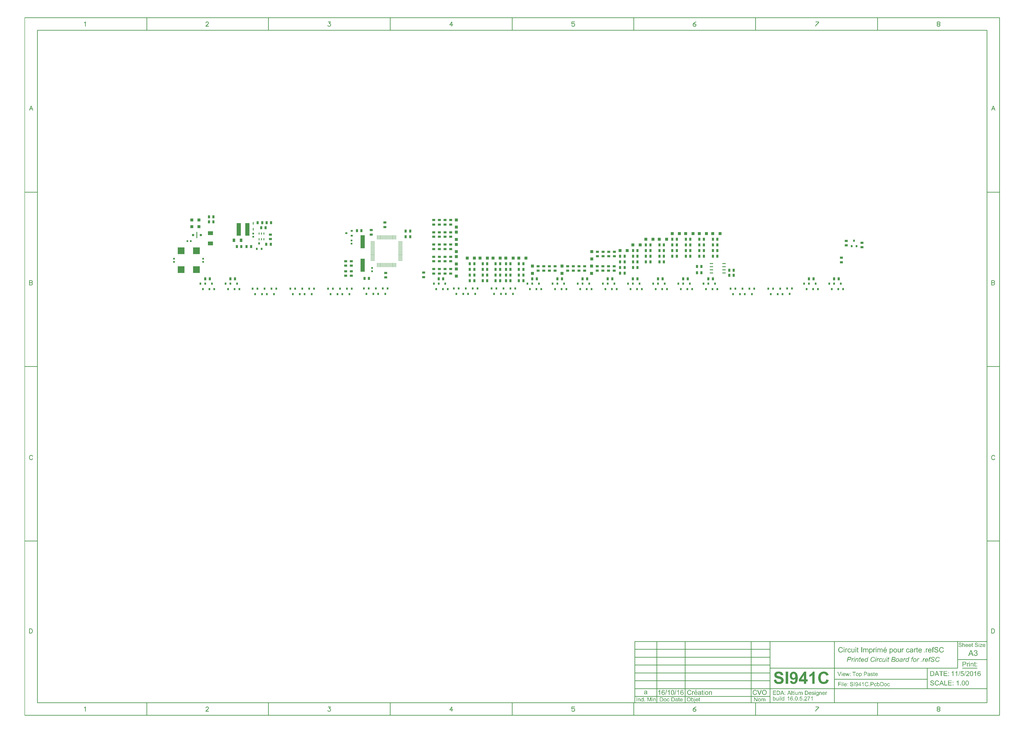
<source format=gtp>
G04 Layer_Color=8421504*
%FSLAX25Y25*%
%MOIN*%
G70*
G01*
G75*
%ADD20R,0.10630X0.10630*%
%ADD38C,0.01000*%
%ADD51C,0.00500*%
%ADD79R,0.02500X0.03000*%
%ADD80R,0.03000X0.02500*%
%ADD81R,0.04518X0.04912*%
%ADD82R,0.02800X0.03400*%
%ADD83R,0.03700X0.05100*%
%ADD84R,0.03400X0.02800*%
%ADD85R,0.05100X0.03700*%
%ADD86R,0.02600X0.03400*%
%ADD87R,0.04912X0.04518*%
%ADD88R,0.01800X0.03800*%
%ADD89R,0.04100X0.05700*%
%ADD90R,0.07074X0.20066*%
%ADD91R,0.03400X0.03400*%
%ADD92R,0.01800X0.10000*%
%ADD93R,0.01800X0.04400*%
%ADD94R,0.08000X0.06000*%
%ADD95R,0.06900X0.00700*%
%ADD96R,0.00700X0.06900*%
%ADD97R,0.05700X0.01800*%
%ADD98R,0.07100X0.21000*%
G36*
X1263962Y-372636D02*
X1263171D01*
Y-371738D01*
X1263962D01*
Y-372636D01*
D02*
G37*
G36*
X1259687Y-371640D02*
X1259755D01*
X1259921Y-371660D01*
X1260116Y-371689D01*
X1260331Y-371728D01*
X1260546Y-371786D01*
X1260751Y-371865D01*
X1260760D01*
X1260770Y-371874D01*
X1260800Y-371884D01*
X1260839Y-371904D01*
X1260936Y-371962D01*
X1261063Y-372030D01*
X1261200Y-372128D01*
X1261336Y-372245D01*
X1261473Y-372382D01*
X1261590Y-372538D01*
X1261600Y-372557D01*
X1261639Y-372616D01*
X1261688Y-372714D01*
X1261736Y-372831D01*
X1261795Y-372977D01*
X1261854Y-373153D01*
X1261893Y-373338D01*
X1261912Y-373543D01*
X1261102Y-373602D01*
Y-373592D01*
Y-373573D01*
X1261092Y-373543D01*
X1261083Y-373504D01*
X1261063Y-373397D01*
X1261024Y-373260D01*
X1260966Y-373114D01*
X1260887Y-372967D01*
X1260780Y-372821D01*
X1260653Y-372694D01*
X1260634Y-372684D01*
X1260585Y-372645D01*
X1260497Y-372597D01*
X1260380Y-372538D01*
X1260224Y-372479D01*
X1260028Y-372431D01*
X1259804Y-372392D01*
X1259540Y-372382D01*
X1259414D01*
X1259355Y-372392D01*
X1259277D01*
X1259111Y-372421D01*
X1258926Y-372450D01*
X1258740Y-372499D01*
X1258564Y-372567D01*
X1258486Y-372616D01*
X1258418Y-372665D01*
X1258408Y-372675D01*
X1258369Y-372714D01*
X1258311Y-372772D01*
X1258252Y-372860D01*
X1258184Y-372958D01*
X1258135Y-373075D01*
X1258096Y-373202D01*
X1258076Y-373348D01*
Y-373368D01*
Y-373407D01*
X1258086Y-373475D01*
X1258106Y-373553D01*
X1258135Y-373641D01*
X1258184Y-373739D01*
X1258242Y-373826D01*
X1258321Y-373914D01*
X1258330Y-373924D01*
X1258379Y-373953D01*
X1258408Y-373973D01*
X1258447Y-374002D01*
X1258506Y-374022D01*
X1258574Y-374051D01*
X1258652Y-374090D01*
X1258740Y-374129D01*
X1258838Y-374158D01*
X1258955Y-374197D01*
X1259091Y-374246D01*
X1259238Y-374285D01*
X1259404Y-374324D01*
X1259589Y-374373D01*
X1259599D01*
X1259638Y-374383D01*
X1259687Y-374392D01*
X1259755Y-374412D01*
X1259843Y-374431D01*
X1259941Y-374461D01*
X1260155Y-374510D01*
X1260390Y-374578D01*
X1260624Y-374646D01*
X1260741Y-374675D01*
X1260839Y-374714D01*
X1260936Y-374753D01*
X1261014Y-374783D01*
X1261024D01*
X1261043Y-374793D01*
X1261063Y-374812D01*
X1261102Y-374832D01*
X1261200Y-374890D01*
X1261327Y-374958D01*
X1261463Y-375056D01*
X1261600Y-375173D01*
X1261727Y-375300D01*
X1261834Y-375437D01*
X1261844Y-375456D01*
X1261873Y-375505D01*
X1261922Y-375583D01*
X1261971Y-375700D01*
X1262020Y-375827D01*
X1262068Y-375983D01*
X1262098Y-376159D01*
X1262107Y-376344D01*
Y-376354D01*
Y-376364D01*
Y-376393D01*
Y-376432D01*
X1262088Y-376530D01*
X1262068Y-376657D01*
X1262039Y-376803D01*
X1261981Y-376969D01*
X1261912Y-377145D01*
X1261815Y-377311D01*
X1261805Y-377330D01*
X1261756Y-377389D01*
X1261697Y-377467D01*
X1261600Y-377564D01*
X1261483Y-377681D01*
X1261336Y-377799D01*
X1261161Y-377906D01*
X1260966Y-378013D01*
X1260956D01*
X1260936Y-378023D01*
X1260907Y-378033D01*
X1260868Y-378052D01*
X1260819Y-378072D01*
X1260760Y-378091D01*
X1260604Y-378131D01*
X1260429Y-378179D01*
X1260214Y-378218D01*
X1259989Y-378248D01*
X1259736Y-378257D01*
X1259589D01*
X1259521Y-378248D01*
X1259433D01*
X1259336Y-378238D01*
X1259228Y-378228D01*
X1259004Y-378199D01*
X1258760Y-378150D01*
X1258516Y-378091D01*
X1258282Y-378013D01*
X1258272D01*
X1258252Y-378004D01*
X1258223Y-377984D01*
X1258184Y-377965D01*
X1258076Y-377906D01*
X1257950Y-377818D01*
X1257793Y-377711D01*
X1257647Y-377584D01*
X1257491Y-377428D01*
X1257354Y-377252D01*
Y-377242D01*
X1257345Y-377233D01*
X1257325Y-377203D01*
X1257306Y-377164D01*
X1257276Y-377115D01*
X1257247Y-377057D01*
X1257188Y-376910D01*
X1257130Y-376745D01*
X1257071Y-376540D01*
X1257032Y-376325D01*
X1257013Y-376091D01*
X1257813Y-376022D01*
Y-376032D01*
Y-376042D01*
X1257823Y-376100D01*
X1257842Y-376188D01*
X1257862Y-376305D01*
X1257901Y-376432D01*
X1257940Y-376569D01*
X1257998Y-376696D01*
X1258067Y-376823D01*
X1258076Y-376832D01*
X1258106Y-376871D01*
X1258155Y-376930D01*
X1258233Y-376998D01*
X1258321Y-377076D01*
X1258428Y-377164D01*
X1258564Y-377242D01*
X1258711Y-377320D01*
X1258721D01*
X1258730Y-377330D01*
X1258789Y-377350D01*
X1258877Y-377379D01*
X1259004Y-377408D01*
X1259140Y-377447D01*
X1259316Y-377477D01*
X1259501Y-377496D01*
X1259697Y-377506D01*
X1259775D01*
X1259872Y-377496D01*
X1259980Y-377486D01*
X1260116Y-377477D01*
X1260253Y-377447D01*
X1260399Y-377418D01*
X1260546Y-377369D01*
X1260565Y-377359D01*
X1260604Y-377340D01*
X1260673Y-377311D01*
X1260751Y-377262D01*
X1260848Y-377203D01*
X1260936Y-377135D01*
X1261024Y-377057D01*
X1261102Y-376969D01*
X1261112Y-376959D01*
X1261131Y-376920D01*
X1261161Y-376871D01*
X1261200Y-376803D01*
X1261229Y-376725D01*
X1261258Y-376627D01*
X1261278Y-376530D01*
X1261287Y-376423D01*
Y-376413D01*
Y-376374D01*
X1261278Y-376315D01*
X1261268Y-376247D01*
X1261248Y-376159D01*
X1261209Y-376071D01*
X1261170Y-375983D01*
X1261112Y-375895D01*
X1261102Y-375886D01*
X1261083Y-375856D01*
X1261034Y-375817D01*
X1260975Y-375759D01*
X1260897Y-375700D01*
X1260800Y-375642D01*
X1260673Y-375573D01*
X1260536Y-375515D01*
X1260526Y-375505D01*
X1260487Y-375495D01*
X1260409Y-375476D01*
X1260360Y-375456D01*
X1260302Y-375437D01*
X1260224Y-375417D01*
X1260146Y-375398D01*
X1260048Y-375368D01*
X1259950Y-375339D01*
X1259833Y-375310D01*
X1259697Y-375281D01*
X1259550Y-375241D01*
X1259394Y-375202D01*
X1259384D01*
X1259355Y-375193D01*
X1259306Y-375183D01*
X1259248Y-375163D01*
X1259179Y-375144D01*
X1259101Y-375124D01*
X1258916Y-375076D01*
X1258711Y-375007D01*
X1258506Y-374939D01*
X1258321Y-374871D01*
X1258233Y-374841D01*
X1258164Y-374802D01*
X1258155D01*
X1258145Y-374793D01*
X1258086Y-374753D01*
X1258008Y-374705D01*
X1257911Y-374636D01*
X1257793Y-374549D01*
X1257686Y-374451D01*
X1257579Y-374334D01*
X1257481Y-374207D01*
X1257471Y-374187D01*
X1257442Y-374139D01*
X1257413Y-374070D01*
X1257374Y-373973D01*
X1257325Y-373856D01*
X1257296Y-373719D01*
X1257266Y-373563D01*
X1257257Y-373407D01*
Y-373397D01*
Y-373387D01*
Y-373358D01*
Y-373319D01*
X1257276Y-373231D01*
X1257296Y-373114D01*
X1257325Y-372967D01*
X1257374Y-372821D01*
X1257442Y-372655D01*
X1257530Y-372499D01*
Y-372489D01*
X1257540Y-372479D01*
X1257579Y-372431D01*
X1257647Y-372353D01*
X1257735Y-372255D01*
X1257842Y-372157D01*
X1257979Y-372050D01*
X1258145Y-371943D01*
X1258330Y-371855D01*
X1258340D01*
X1258350Y-371845D01*
X1258379Y-371835D01*
X1258428Y-371816D01*
X1258477Y-371806D01*
X1258535Y-371786D01*
X1258672Y-371738D01*
X1258848Y-371699D01*
X1259043Y-371669D01*
X1259267Y-371640D01*
X1259501Y-371630D01*
X1259619D01*
X1259687Y-371640D01*
D02*
G37*
G36*
X1233803D02*
X1233872D01*
X1234038Y-371660D01*
X1234233Y-371689D01*
X1234447Y-371728D01*
X1234662Y-371786D01*
X1234867Y-371865D01*
X1234877D01*
X1234887Y-371874D01*
X1234916Y-371884D01*
X1234955Y-371904D01*
X1235053Y-371962D01*
X1235180Y-372030D01*
X1235316Y-372128D01*
X1235453Y-372245D01*
X1235590Y-372382D01*
X1235707Y-372538D01*
X1235716Y-372557D01*
X1235755Y-372616D01*
X1235804Y-372714D01*
X1235853Y-372831D01*
X1235911Y-372977D01*
X1235970Y-373153D01*
X1236009Y-373338D01*
X1236029Y-373543D01*
X1235219Y-373602D01*
Y-373592D01*
Y-373573D01*
X1235209Y-373543D01*
X1235199Y-373504D01*
X1235180Y-373397D01*
X1235141Y-373260D01*
X1235082Y-373114D01*
X1235004Y-372967D01*
X1234896Y-372821D01*
X1234770Y-372694D01*
X1234750Y-372684D01*
X1234701Y-372645D01*
X1234614Y-372597D01*
X1234496Y-372538D01*
X1234340Y-372479D01*
X1234145Y-372431D01*
X1233920Y-372392D01*
X1233657Y-372382D01*
X1233530D01*
X1233471Y-372392D01*
X1233393D01*
X1233228Y-372421D01*
X1233042Y-372450D01*
X1232857Y-372499D01*
X1232681Y-372567D01*
X1232603Y-372616D01*
X1232535Y-372665D01*
X1232525Y-372675D01*
X1232486Y-372714D01*
X1232427Y-372772D01*
X1232369Y-372860D01*
X1232300Y-372958D01*
X1232251Y-373075D01*
X1232213Y-373202D01*
X1232193Y-373348D01*
Y-373368D01*
Y-373407D01*
X1232203Y-373475D01*
X1232222Y-373553D01*
X1232251Y-373641D01*
X1232300Y-373739D01*
X1232359Y-373826D01*
X1232437Y-373914D01*
X1232447Y-373924D01*
X1232495Y-373953D01*
X1232525Y-373973D01*
X1232564Y-374002D01*
X1232622Y-374022D01*
X1232691Y-374051D01*
X1232769Y-374090D01*
X1232857Y-374129D01*
X1232954Y-374158D01*
X1233071Y-374197D01*
X1233208Y-374246D01*
X1233354Y-374285D01*
X1233520Y-374324D01*
X1233706Y-374373D01*
X1233716D01*
X1233755Y-374383D01*
X1233803Y-374392D01*
X1233872Y-374412D01*
X1233959Y-374431D01*
X1234057Y-374461D01*
X1234272Y-374510D01*
X1234506Y-374578D01*
X1234740Y-374646D01*
X1234857Y-374675D01*
X1234955Y-374714D01*
X1235053Y-374753D01*
X1235131Y-374783D01*
X1235141D01*
X1235160Y-374793D01*
X1235180Y-374812D01*
X1235219Y-374832D01*
X1235316Y-374890D01*
X1235443Y-374958D01*
X1235580Y-375056D01*
X1235716Y-375173D01*
X1235843Y-375300D01*
X1235951Y-375437D01*
X1235960Y-375456D01*
X1235990Y-375505D01*
X1236038Y-375583D01*
X1236087Y-375700D01*
X1236136Y-375827D01*
X1236185Y-375983D01*
X1236214Y-376159D01*
X1236224Y-376344D01*
Y-376354D01*
Y-376364D01*
Y-376393D01*
Y-376432D01*
X1236204Y-376530D01*
X1236185Y-376657D01*
X1236156Y-376803D01*
X1236097Y-376969D01*
X1236029Y-377145D01*
X1235931Y-377311D01*
X1235921Y-377330D01*
X1235872Y-377389D01*
X1235814Y-377467D01*
X1235716Y-377564D01*
X1235599Y-377681D01*
X1235453Y-377799D01*
X1235277Y-377906D01*
X1235082Y-378013D01*
X1235072D01*
X1235053Y-378023D01*
X1235023Y-378033D01*
X1234984Y-378052D01*
X1234935Y-378072D01*
X1234877Y-378091D01*
X1234721Y-378131D01*
X1234545Y-378179D01*
X1234330Y-378218D01*
X1234106Y-378248D01*
X1233852Y-378257D01*
X1233706D01*
X1233637Y-378248D01*
X1233550D01*
X1233452Y-378238D01*
X1233345Y-378228D01*
X1233120Y-378199D01*
X1232876Y-378150D01*
X1232632Y-378091D01*
X1232398Y-378013D01*
X1232388D01*
X1232369Y-378004D01*
X1232339Y-377984D01*
X1232300Y-377965D01*
X1232193Y-377906D01*
X1232066Y-377818D01*
X1231910Y-377711D01*
X1231763Y-377584D01*
X1231607Y-377428D01*
X1231471Y-377252D01*
Y-377242D01*
X1231461Y-377233D01*
X1231441Y-377203D01*
X1231422Y-377164D01*
X1231393Y-377115D01*
X1231363Y-377057D01*
X1231305Y-376910D01*
X1231246Y-376745D01*
X1231188Y-376540D01*
X1231149Y-376325D01*
X1231129Y-376091D01*
X1231929Y-376022D01*
Y-376032D01*
Y-376042D01*
X1231939Y-376100D01*
X1231959Y-376188D01*
X1231978Y-376305D01*
X1232017Y-376432D01*
X1232056Y-376569D01*
X1232115Y-376696D01*
X1232183Y-376823D01*
X1232193Y-376832D01*
X1232222Y-376871D01*
X1232271Y-376930D01*
X1232349Y-376998D01*
X1232437Y-377076D01*
X1232544Y-377164D01*
X1232681Y-377242D01*
X1232827Y-377320D01*
X1232837D01*
X1232847Y-377330D01*
X1232905Y-377350D01*
X1232993Y-377379D01*
X1233120Y-377408D01*
X1233257Y-377447D01*
X1233432Y-377477D01*
X1233618Y-377496D01*
X1233813Y-377506D01*
X1233891D01*
X1233989Y-377496D01*
X1234096Y-377486D01*
X1234233Y-377477D01*
X1234369Y-377447D01*
X1234516Y-377418D01*
X1234662Y-377369D01*
X1234682Y-377359D01*
X1234721Y-377340D01*
X1234789Y-377311D01*
X1234867Y-377262D01*
X1234965Y-377203D01*
X1235053Y-377135D01*
X1235141Y-377057D01*
X1235219Y-376969D01*
X1235228Y-376959D01*
X1235248Y-376920D01*
X1235277Y-376871D01*
X1235316Y-376803D01*
X1235345Y-376725D01*
X1235375Y-376627D01*
X1235394Y-376530D01*
X1235404Y-376423D01*
Y-376413D01*
Y-376374D01*
X1235394Y-376315D01*
X1235384Y-376247D01*
X1235365Y-376159D01*
X1235326Y-376071D01*
X1235287Y-375983D01*
X1235228Y-375895D01*
X1235219Y-375886D01*
X1235199Y-375856D01*
X1235150Y-375817D01*
X1235092Y-375759D01*
X1235014Y-375700D01*
X1234916Y-375642D01*
X1234789Y-375573D01*
X1234653Y-375515D01*
X1234643Y-375505D01*
X1234604Y-375495D01*
X1234526Y-375476D01*
X1234477Y-375456D01*
X1234418Y-375437D01*
X1234340Y-375417D01*
X1234262Y-375398D01*
X1234165Y-375368D01*
X1234067Y-375339D01*
X1233950Y-375310D01*
X1233813Y-375281D01*
X1233667Y-375241D01*
X1233511Y-375202D01*
X1233501D01*
X1233471Y-375193D01*
X1233423Y-375183D01*
X1233364Y-375163D01*
X1233296Y-375144D01*
X1233218Y-375124D01*
X1233032Y-375076D01*
X1232827Y-375007D01*
X1232622Y-374939D01*
X1232437Y-374871D01*
X1232349Y-374841D01*
X1232281Y-374802D01*
X1232271D01*
X1232261Y-374793D01*
X1232203Y-374753D01*
X1232125Y-374705D01*
X1232027Y-374636D01*
X1231910Y-374549D01*
X1231803Y-374451D01*
X1231695Y-374334D01*
X1231598Y-374207D01*
X1231588Y-374187D01*
X1231559Y-374139D01*
X1231529Y-374070D01*
X1231490Y-373973D01*
X1231441Y-373856D01*
X1231412Y-373719D01*
X1231383Y-373563D01*
X1231373Y-373407D01*
Y-373397D01*
Y-373387D01*
Y-373358D01*
Y-373319D01*
X1231393Y-373231D01*
X1231412Y-373114D01*
X1231441Y-372967D01*
X1231490Y-372821D01*
X1231559Y-372655D01*
X1231646Y-372499D01*
Y-372489D01*
X1231656Y-372479D01*
X1231695Y-372431D01*
X1231763Y-372353D01*
X1231851Y-372255D01*
X1231959Y-372157D01*
X1232095Y-372050D01*
X1232261Y-371943D01*
X1232447Y-371855D01*
X1232456D01*
X1232466Y-371845D01*
X1232495Y-371835D01*
X1232544Y-371816D01*
X1232593Y-371806D01*
X1232652Y-371786D01*
X1232788Y-371738D01*
X1232964Y-371699D01*
X1233159Y-371669D01*
X1233384Y-371640D01*
X1233618Y-371630D01*
X1233735D01*
X1233803Y-371640D01*
D02*
G37*
G36*
X1268705Y-374022D02*
X1266187Y-376979D01*
X1265699Y-377525D01*
X1265748D01*
X1265787Y-377516D01*
X1265894Y-377506D01*
X1266021Y-377496D01*
X1266177D01*
X1266343Y-377486D01*
X1266695Y-377477D01*
X1268842D01*
Y-378150D01*
X1264733D01*
Y-377516D01*
X1267690Y-374109D01*
X1267602D01*
X1267514Y-374119D01*
X1267387D01*
X1267251Y-374129D01*
X1267105D01*
X1266948Y-374139D01*
X1264909D01*
Y-373504D01*
X1268705D01*
Y-374022D01*
D02*
G37*
G36*
X1263962Y-378150D02*
X1263171D01*
Y-373504D01*
X1263962D01*
Y-378150D01*
D02*
G37*
G36*
X1238068Y-374031D02*
X1238078Y-374022D01*
X1238098Y-374002D01*
X1238127Y-373973D01*
X1238166Y-373934D01*
X1238225Y-373885D01*
X1238283Y-373826D01*
X1238361Y-373778D01*
X1238449Y-373709D01*
X1238547Y-373651D01*
X1238644Y-373602D01*
X1238888Y-373495D01*
X1239015Y-373455D01*
X1239152Y-373426D01*
X1239298Y-373407D01*
X1239454Y-373397D01*
X1239542D01*
X1239640Y-373407D01*
X1239757Y-373426D01*
X1239894Y-373446D01*
X1240040Y-373485D01*
X1240196Y-373534D01*
X1240343Y-373602D01*
X1240362Y-373612D01*
X1240401Y-373641D01*
X1240469Y-373690D01*
X1240557Y-373748D01*
X1240645Y-373826D01*
X1240733Y-373924D01*
X1240821Y-374041D01*
X1240889Y-374168D01*
X1240899Y-374187D01*
X1240918Y-374236D01*
X1240938Y-374314D01*
X1240977Y-374431D01*
X1241006Y-374578D01*
X1241026Y-374763D01*
X1241045Y-374968D01*
X1241055Y-375212D01*
Y-378150D01*
X1240265D01*
Y-375202D01*
Y-375193D01*
Y-375173D01*
Y-375144D01*
Y-375105D01*
X1240255Y-375007D01*
X1240235Y-374871D01*
X1240196Y-374734D01*
X1240157Y-374597D01*
X1240089Y-374461D01*
X1240001Y-374344D01*
X1239991Y-374334D01*
X1239952Y-374305D01*
X1239894Y-374256D01*
X1239816Y-374207D01*
X1239718Y-374158D01*
X1239591Y-374109D01*
X1239454Y-374080D01*
X1239289Y-374070D01*
X1239230D01*
X1239162Y-374080D01*
X1239074Y-374090D01*
X1238976Y-374119D01*
X1238859Y-374148D01*
X1238742Y-374197D01*
X1238625Y-374256D01*
X1238615Y-374266D01*
X1238576Y-374285D01*
X1238527Y-374334D01*
X1238459Y-374383D01*
X1238391Y-374461D01*
X1238313Y-374539D01*
X1238254Y-374646D01*
X1238195Y-374753D01*
X1238186Y-374763D01*
X1238176Y-374812D01*
X1238156Y-374880D01*
X1238137Y-374978D01*
X1238107Y-375105D01*
X1238088Y-375251D01*
X1238078Y-375417D01*
X1238068Y-375612D01*
Y-378150D01*
X1237278D01*
Y-371738D01*
X1238068D01*
Y-374031D01*
D02*
G37*
G36*
X1253138Y-373504D02*
X1253928D01*
Y-374119D01*
X1253138D01*
Y-376842D01*
Y-376852D01*
Y-376891D01*
Y-376950D01*
X1253148Y-377018D01*
X1253158Y-377164D01*
X1253167Y-377223D01*
X1253177Y-377272D01*
X1253187Y-377291D01*
X1253206Y-377330D01*
X1253245Y-377379D01*
X1253304Y-377428D01*
X1253323Y-377437D01*
X1253372Y-377447D01*
X1253460Y-377467D01*
X1253577Y-377477D01*
X1253675D01*
X1253724Y-377467D01*
X1253782D01*
X1253928Y-377447D01*
X1254036Y-378140D01*
X1254016D01*
X1253977Y-378150D01*
X1253919Y-378160D01*
X1253831Y-378169D01*
X1253743Y-378189D01*
X1253645Y-378199D01*
X1253440Y-378209D01*
X1253372D01*
X1253294Y-378199D01*
X1253197Y-378189D01*
X1253089Y-378179D01*
X1252972Y-378150D01*
X1252865Y-378121D01*
X1252767Y-378082D01*
X1252757Y-378072D01*
X1252728Y-378052D01*
X1252689Y-378023D01*
X1252640Y-377984D01*
X1252582Y-377935D01*
X1252533Y-377877D01*
X1252474Y-377808D01*
X1252435Y-377730D01*
Y-377721D01*
X1252425Y-377681D01*
X1252406Y-377623D01*
X1252396Y-377525D01*
X1252377Y-377398D01*
X1252367Y-377330D01*
X1252357Y-377242D01*
Y-377145D01*
X1252347Y-377037D01*
Y-376920D01*
Y-376793D01*
Y-374119D01*
X1251762D01*
Y-373504D01*
X1252347D01*
Y-372362D01*
X1253138Y-371884D01*
Y-373504D01*
D02*
G37*
G36*
X1271692Y-373407D02*
X1271770Y-373416D01*
X1271867Y-373426D01*
X1271965Y-373446D01*
X1272082Y-373475D01*
X1272316Y-373553D01*
X1272443Y-373602D01*
X1272570Y-373670D01*
X1272697Y-373739D01*
X1272824Y-373826D01*
X1272941Y-373924D01*
X1273058Y-374041D01*
X1273068Y-374051D01*
X1273087Y-374070D01*
X1273117Y-374109D01*
X1273156Y-374158D01*
X1273195Y-374226D01*
X1273244Y-374305D01*
X1273302Y-374392D01*
X1273361Y-374500D01*
X1273409Y-374627D01*
X1273468Y-374753D01*
X1273517Y-374900D01*
X1273566Y-375066D01*
X1273595Y-375232D01*
X1273624Y-375417D01*
X1273644Y-375612D01*
X1273653Y-375827D01*
Y-375837D01*
Y-375876D01*
Y-375944D01*
X1273644Y-376032D01*
X1270189D01*
Y-376042D01*
Y-376061D01*
X1270198Y-376110D01*
Y-376159D01*
X1270208Y-376227D01*
X1270218Y-376296D01*
X1270257Y-376471D01*
X1270315Y-376657D01*
X1270384Y-376852D01*
X1270491Y-377047D01*
X1270618Y-377213D01*
X1270638Y-377233D01*
X1270686Y-377272D01*
X1270774Y-377340D01*
X1270882Y-377408D01*
X1271028Y-377486D01*
X1271194Y-377555D01*
X1271379Y-377594D01*
X1271584Y-377613D01*
X1271662D01*
X1271741Y-377603D01*
X1271838Y-377584D01*
X1271955Y-377555D01*
X1272082Y-377516D01*
X1272209Y-377467D01*
X1272326Y-377389D01*
X1272336Y-377379D01*
X1272375Y-377340D01*
X1272433Y-377291D01*
X1272502Y-377203D01*
X1272580Y-377106D01*
X1272658Y-376979D01*
X1272736Y-376823D01*
X1272814Y-376647D01*
X1273624Y-376754D01*
Y-376764D01*
X1273614Y-376784D01*
X1273605Y-376823D01*
X1273585Y-376871D01*
X1273566Y-376930D01*
X1273536Y-376998D01*
X1273458Y-377164D01*
X1273361Y-377340D01*
X1273244Y-377525D01*
X1273087Y-377711D01*
X1272912Y-377867D01*
X1272902D01*
X1272892Y-377887D01*
X1272863Y-377906D01*
X1272814Y-377925D01*
X1272765Y-377955D01*
X1272707Y-377994D01*
X1272638Y-378023D01*
X1272551Y-378062D01*
X1272365Y-378131D01*
X1272131Y-378199D01*
X1271877Y-378238D01*
X1271584Y-378257D01*
X1271487D01*
X1271418Y-378248D01*
X1271331Y-378238D01*
X1271233Y-378228D01*
X1271126Y-378209D01*
X1270999Y-378179D01*
X1270745Y-378101D01*
X1270608Y-378052D01*
X1270481Y-377994D01*
X1270345Y-377925D01*
X1270218Y-377838D01*
X1270091Y-377740D01*
X1269974Y-377633D01*
X1269964Y-377623D01*
X1269945Y-377603D01*
X1269915Y-377564D01*
X1269886Y-377516D01*
X1269837Y-377457D01*
X1269788Y-377379D01*
X1269730Y-377281D01*
X1269681Y-377174D01*
X1269623Y-377057D01*
X1269564Y-376930D01*
X1269515Y-376784D01*
X1269476Y-376627D01*
X1269437Y-376462D01*
X1269408Y-376276D01*
X1269388Y-376081D01*
X1269379Y-375876D01*
Y-375866D01*
Y-375827D01*
Y-375759D01*
X1269388Y-375681D01*
X1269398Y-375583D01*
X1269408Y-375466D01*
X1269427Y-375339D01*
X1269457Y-375202D01*
X1269525Y-374910D01*
X1269574Y-374763D01*
X1269632Y-374607D01*
X1269701Y-374461D01*
X1269779Y-374314D01*
X1269867Y-374178D01*
X1269974Y-374051D01*
X1269984Y-374041D01*
X1270003Y-374022D01*
X1270033Y-373992D01*
X1270081Y-373943D01*
X1270140Y-373895D01*
X1270218Y-373846D01*
X1270296Y-373787D01*
X1270394Y-373719D01*
X1270501Y-373660D01*
X1270618Y-373602D01*
X1270745Y-373553D01*
X1270891Y-373495D01*
X1271038Y-373455D01*
X1271194Y-373426D01*
X1271360Y-373407D01*
X1271535Y-373397D01*
X1271623D01*
X1271692Y-373407D01*
D02*
G37*
G36*
X1249292D02*
X1249371Y-373416D01*
X1249468Y-373426D01*
X1249566Y-373446D01*
X1249683Y-373475D01*
X1249917Y-373553D01*
X1250044Y-373602D01*
X1250171Y-373670D01*
X1250298Y-373739D01*
X1250425Y-373826D01*
X1250542Y-373924D01*
X1250659Y-374041D01*
X1250669Y-374051D01*
X1250688Y-374070D01*
X1250717Y-374109D01*
X1250756Y-374158D01*
X1250795Y-374226D01*
X1250844Y-374305D01*
X1250903Y-374392D01*
X1250961Y-374500D01*
X1251010Y-374627D01*
X1251069Y-374753D01*
X1251118Y-374900D01*
X1251166Y-375066D01*
X1251196Y-375232D01*
X1251225Y-375417D01*
X1251245Y-375612D01*
X1251254Y-375827D01*
Y-375837D01*
Y-375876D01*
Y-375944D01*
X1251245Y-376032D01*
X1247789D01*
Y-376042D01*
Y-376061D01*
X1247799Y-376110D01*
Y-376159D01*
X1247809Y-376227D01*
X1247819Y-376296D01*
X1247858Y-376471D01*
X1247916Y-376657D01*
X1247985Y-376852D01*
X1248092Y-377047D01*
X1248219Y-377213D01*
X1248238Y-377233D01*
X1248287Y-377272D01*
X1248375Y-377340D01*
X1248482Y-377408D01*
X1248629Y-377486D01*
X1248795Y-377555D01*
X1248980Y-377594D01*
X1249185Y-377613D01*
X1249263D01*
X1249341Y-377603D01*
X1249439Y-377584D01*
X1249556Y-377555D01*
X1249683Y-377516D01*
X1249810Y-377467D01*
X1249927Y-377389D01*
X1249937Y-377379D01*
X1249976Y-377340D01*
X1250034Y-377291D01*
X1250103Y-377203D01*
X1250181Y-377106D01*
X1250259Y-376979D01*
X1250337Y-376823D01*
X1250415Y-376647D01*
X1251225Y-376754D01*
Y-376764D01*
X1251215Y-376784D01*
X1251206Y-376823D01*
X1251186Y-376871D01*
X1251166Y-376930D01*
X1251137Y-376998D01*
X1251059Y-377164D01*
X1250961Y-377340D01*
X1250844Y-377525D01*
X1250688Y-377711D01*
X1250513Y-377867D01*
X1250503D01*
X1250493Y-377887D01*
X1250464Y-377906D01*
X1250415Y-377925D01*
X1250366Y-377955D01*
X1250307Y-377994D01*
X1250239Y-378023D01*
X1250151Y-378062D01*
X1249966Y-378131D01*
X1249732Y-378199D01*
X1249478Y-378238D01*
X1249185Y-378257D01*
X1249088D01*
X1249019Y-378248D01*
X1248931Y-378238D01*
X1248834Y-378228D01*
X1248726Y-378209D01*
X1248600Y-378179D01*
X1248346Y-378101D01*
X1248209Y-378052D01*
X1248082Y-377994D01*
X1247946Y-377925D01*
X1247819Y-377838D01*
X1247692Y-377740D01*
X1247575Y-377633D01*
X1247565Y-377623D01*
X1247545Y-377603D01*
X1247516Y-377564D01*
X1247487Y-377516D01*
X1247438Y-377457D01*
X1247389Y-377379D01*
X1247331Y-377281D01*
X1247282Y-377174D01*
X1247223Y-377057D01*
X1247165Y-376930D01*
X1247116Y-376784D01*
X1247077Y-376627D01*
X1247038Y-376462D01*
X1247009Y-376276D01*
X1246989Y-376081D01*
X1246979Y-375876D01*
Y-375866D01*
Y-375827D01*
Y-375759D01*
X1246989Y-375681D01*
X1246999Y-375583D01*
X1247009Y-375466D01*
X1247028Y-375339D01*
X1247058Y-375202D01*
X1247126Y-374910D01*
X1247175Y-374763D01*
X1247233Y-374607D01*
X1247301Y-374461D01*
X1247379Y-374314D01*
X1247467Y-374178D01*
X1247575Y-374051D01*
X1247585Y-374041D01*
X1247604Y-374022D01*
X1247633Y-373992D01*
X1247682Y-373943D01*
X1247741Y-373895D01*
X1247819Y-373846D01*
X1247897Y-373787D01*
X1247994Y-373719D01*
X1248102Y-373660D01*
X1248219Y-373602D01*
X1248346Y-373553D01*
X1248492Y-373495D01*
X1248639Y-373455D01*
X1248795Y-373426D01*
X1248961Y-373407D01*
X1249136Y-373397D01*
X1249224D01*
X1249292Y-373407D01*
D02*
G37*
G36*
X1244315D02*
X1244393Y-373416D01*
X1244491Y-373426D01*
X1244588Y-373446D01*
X1244705Y-373475D01*
X1244940Y-373553D01*
X1245066Y-373602D01*
X1245193Y-373670D01*
X1245320Y-373739D01*
X1245447Y-373826D01*
X1245564Y-373924D01*
X1245681Y-374041D01*
X1245691Y-374051D01*
X1245711Y-374070D01*
X1245740Y-374109D01*
X1245779Y-374158D01*
X1245818Y-374226D01*
X1245867Y-374305D01*
X1245925Y-374392D01*
X1245984Y-374500D01*
X1246033Y-374627D01*
X1246091Y-374753D01*
X1246140Y-374900D01*
X1246189Y-375066D01*
X1246218Y-375232D01*
X1246247Y-375417D01*
X1246267Y-375612D01*
X1246277Y-375827D01*
Y-375837D01*
Y-375876D01*
Y-375944D01*
X1246267Y-376032D01*
X1242812D01*
Y-376042D01*
Y-376061D01*
X1242822Y-376110D01*
Y-376159D01*
X1242831Y-376227D01*
X1242841Y-376296D01*
X1242880Y-376471D01*
X1242939Y-376657D01*
X1243007Y-376852D01*
X1243114Y-377047D01*
X1243241Y-377213D01*
X1243261Y-377233D01*
X1243310Y-377272D01*
X1243398Y-377340D01*
X1243505Y-377408D01*
X1243651Y-377486D01*
X1243817Y-377555D01*
X1244003Y-377594D01*
X1244207Y-377613D01*
X1244286D01*
X1244364Y-377603D01*
X1244461Y-377584D01*
X1244578Y-377555D01*
X1244705Y-377516D01*
X1244832Y-377467D01*
X1244949Y-377389D01*
X1244959Y-377379D01*
X1244998Y-377340D01*
X1245057Y-377291D01*
X1245125Y-377203D01*
X1245203Y-377106D01*
X1245281Y-376979D01*
X1245359Y-376823D01*
X1245437Y-376647D01*
X1246247Y-376754D01*
Y-376764D01*
X1246238Y-376784D01*
X1246228Y-376823D01*
X1246208Y-376871D01*
X1246189Y-376930D01*
X1246159Y-376998D01*
X1246082Y-377164D01*
X1245984Y-377340D01*
X1245867Y-377525D01*
X1245711Y-377711D01*
X1245535Y-377867D01*
X1245525D01*
X1245515Y-377887D01*
X1245486Y-377906D01*
X1245437Y-377925D01*
X1245389Y-377955D01*
X1245330Y-377994D01*
X1245262Y-378023D01*
X1245174Y-378062D01*
X1244988Y-378131D01*
X1244754Y-378199D01*
X1244500Y-378238D01*
X1244207Y-378257D01*
X1244110D01*
X1244042Y-378248D01*
X1243954Y-378238D01*
X1243856Y-378228D01*
X1243749Y-378209D01*
X1243622Y-378179D01*
X1243368Y-378101D01*
X1243231Y-378052D01*
X1243105Y-377994D01*
X1242968Y-377925D01*
X1242841Y-377838D01*
X1242714Y-377740D01*
X1242597Y-377633D01*
X1242587Y-377623D01*
X1242568Y-377603D01*
X1242539Y-377564D01*
X1242509Y-377516D01*
X1242461Y-377457D01*
X1242412Y-377379D01*
X1242353Y-377281D01*
X1242304Y-377174D01*
X1242246Y-377057D01*
X1242187Y-376930D01*
X1242138Y-376784D01*
X1242099Y-376627D01*
X1242060Y-376462D01*
X1242031Y-376276D01*
X1242012Y-376081D01*
X1242002Y-375876D01*
Y-375866D01*
Y-375827D01*
Y-375759D01*
X1242012Y-375681D01*
X1242021Y-375583D01*
X1242031Y-375466D01*
X1242051Y-375339D01*
X1242080Y-375202D01*
X1242148Y-374910D01*
X1242197Y-374763D01*
X1242255Y-374607D01*
X1242324Y-374461D01*
X1242402Y-374314D01*
X1242490Y-374178D01*
X1242597Y-374051D01*
X1242607Y-374041D01*
X1242626Y-374022D01*
X1242656Y-373992D01*
X1242704Y-373943D01*
X1242763Y-373895D01*
X1242841Y-373846D01*
X1242919Y-373787D01*
X1243017Y-373719D01*
X1243124Y-373660D01*
X1243241Y-373602D01*
X1243368Y-373553D01*
X1243515Y-373495D01*
X1243661Y-373455D01*
X1243817Y-373426D01*
X1243983Y-373407D01*
X1244159Y-373397D01*
X1244247D01*
X1244315Y-373407D01*
D02*
G37*
G36*
X1191611Y-378436D02*
X1191751Y-378449D01*
X1191916Y-378474D01*
X1192093Y-378499D01*
X1192284Y-378537D01*
X1192131Y-379426D01*
X1192118D01*
X1192080Y-379413D01*
X1192017Y-379400D01*
X1191941Y-379387D01*
X1191839D01*
X1191738Y-379375D01*
X1191522Y-379362D01*
X1191446D01*
X1191370Y-379375D01*
X1191268Y-379387D01*
X1191167Y-379413D01*
X1191053Y-379451D01*
X1190951Y-379502D01*
X1190862Y-379565D01*
X1190849Y-379578D01*
X1190837Y-379603D01*
X1190799Y-379654D01*
X1190773Y-379730D01*
X1190735Y-379832D01*
X1190697Y-379971D01*
X1190685Y-380123D01*
X1190672Y-380314D01*
Y-380860D01*
X1191852D01*
Y-381659D01*
X1190685D01*
Y-386900D01*
X1189657D01*
Y-381659D01*
X1188756D01*
Y-380860D01*
X1189657D01*
Y-380225D01*
Y-380212D01*
Y-380200D01*
Y-380123D01*
X1189669Y-380022D01*
Y-379882D01*
X1189682Y-379743D01*
X1189707Y-379591D01*
X1189733Y-379451D01*
X1189771Y-379324D01*
X1189784Y-379311D01*
X1189796Y-379261D01*
X1189834Y-379185D01*
X1189885Y-379096D01*
X1189961Y-378981D01*
X1190050Y-378880D01*
X1190152Y-378778D01*
X1190279Y-378677D01*
X1190291Y-378664D01*
X1190355Y-378639D01*
X1190431Y-378601D01*
X1190558Y-378550D01*
X1190697Y-378499D01*
X1190888Y-378461D01*
X1191091Y-378436D01*
X1191332Y-378423D01*
X1191497D01*
X1191611Y-378436D01*
D02*
G37*
G36*
X1100588Y-379730D02*
X1099560D01*
Y-378563D01*
X1100588D01*
Y-379730D01*
D02*
G37*
G36*
X1068254D02*
X1067226D01*
Y-378563D01*
X1068254D01*
Y-379730D01*
D02*
G37*
G36*
X1049498D02*
X1048470D01*
Y-378563D01*
X1049498D01*
Y-379730D01*
D02*
G37*
G36*
X1114319Y-380111D02*
X1113468D01*
X1114230Y-378525D01*
X1115575D01*
X1114319Y-380111D01*
D02*
G37*
G36*
X1195900Y-378436D02*
X1195989D01*
X1196205Y-378461D01*
X1196459Y-378499D01*
X1196738Y-378550D01*
X1197017Y-378626D01*
X1197283Y-378728D01*
X1197296D01*
X1197309Y-378740D01*
X1197347Y-378753D01*
X1197398Y-378778D01*
X1197525Y-378854D01*
X1197689Y-378943D01*
X1197867Y-379070D01*
X1198045Y-379223D01*
X1198222Y-379400D01*
X1198375Y-379603D01*
X1198387Y-379629D01*
X1198438Y-379705D01*
X1198502Y-379832D01*
X1198565Y-379984D01*
X1198641Y-380174D01*
X1198717Y-380403D01*
X1198768Y-380644D01*
X1198794Y-380910D01*
X1197740Y-380986D01*
Y-380974D01*
Y-380948D01*
X1197727Y-380910D01*
X1197715Y-380860D01*
X1197689Y-380720D01*
X1197639Y-380542D01*
X1197563Y-380352D01*
X1197461Y-380162D01*
X1197321Y-379971D01*
X1197157Y-379806D01*
X1197131Y-379794D01*
X1197068Y-379743D01*
X1196953Y-379679D01*
X1196801Y-379603D01*
X1196598Y-379527D01*
X1196344Y-379464D01*
X1196052Y-379413D01*
X1195710Y-379400D01*
X1195545D01*
X1195469Y-379413D01*
X1195367D01*
X1195151Y-379451D01*
X1194910Y-379489D01*
X1194669Y-379553D01*
X1194441Y-379641D01*
X1194339Y-379705D01*
X1194250Y-379768D01*
X1194238Y-379781D01*
X1194187Y-379832D01*
X1194111Y-379908D01*
X1194035Y-380022D01*
X1193946Y-380149D01*
X1193882Y-380301D01*
X1193832Y-380466D01*
X1193806Y-380657D01*
Y-380682D01*
Y-380733D01*
X1193819Y-380821D01*
X1193844Y-380923D01*
X1193882Y-381037D01*
X1193946Y-381164D01*
X1194022Y-381278D01*
X1194124Y-381393D01*
X1194136Y-381405D01*
X1194200Y-381443D01*
X1194238Y-381469D01*
X1194289Y-381507D01*
X1194365Y-381532D01*
X1194454Y-381570D01*
X1194555Y-381621D01*
X1194669Y-381672D01*
X1194796Y-381710D01*
X1194948Y-381761D01*
X1195126Y-381824D01*
X1195316Y-381875D01*
X1195532Y-381926D01*
X1195773Y-381989D01*
X1195786D01*
X1195837Y-382002D01*
X1195900Y-382014D01*
X1195989Y-382040D01*
X1196103Y-382065D01*
X1196230Y-382103D01*
X1196509Y-382167D01*
X1196814Y-382256D01*
X1197118Y-382344D01*
X1197271Y-382382D01*
X1197398Y-382433D01*
X1197525Y-382484D01*
X1197626Y-382522D01*
X1197639D01*
X1197664Y-382535D01*
X1197689Y-382560D01*
X1197740Y-382585D01*
X1197867Y-382662D01*
X1198032Y-382750D01*
X1198210Y-382877D01*
X1198387Y-383030D01*
X1198552Y-383194D01*
X1198692Y-383372D01*
X1198705Y-383398D01*
X1198743Y-383461D01*
X1198806Y-383562D01*
X1198870Y-383715D01*
X1198933Y-383880D01*
X1198997Y-384083D01*
X1199035Y-384311D01*
X1199047Y-384552D01*
Y-384565D01*
Y-384578D01*
Y-384616D01*
Y-384667D01*
X1199022Y-384793D01*
X1198997Y-384958D01*
X1198958Y-385149D01*
X1198882Y-385365D01*
X1198794Y-385593D01*
X1198667Y-385809D01*
X1198654Y-385834D01*
X1198590Y-385910D01*
X1198514Y-386012D01*
X1198387Y-386139D01*
X1198235Y-386291D01*
X1198045Y-386443D01*
X1197816Y-386583D01*
X1197563Y-386722D01*
X1197550D01*
X1197525Y-386735D01*
X1197486Y-386748D01*
X1197436Y-386773D01*
X1197372Y-386799D01*
X1197296Y-386824D01*
X1197093Y-386875D01*
X1196865Y-386938D01*
X1196585Y-386989D01*
X1196294Y-387027D01*
X1195964Y-387040D01*
X1195773D01*
X1195684Y-387027D01*
X1195570D01*
X1195443Y-387014D01*
X1195304Y-387001D01*
X1195012Y-386964D01*
X1194695Y-386900D01*
X1194377Y-386824D01*
X1194073Y-386722D01*
X1194060D01*
X1194035Y-386710D01*
X1193997Y-386684D01*
X1193946Y-386659D01*
X1193806Y-386583D01*
X1193641Y-386469D01*
X1193438Y-386329D01*
X1193248Y-386164D01*
X1193045Y-385961D01*
X1192867Y-385733D01*
Y-385720D01*
X1192855Y-385707D01*
X1192829Y-385669D01*
X1192804Y-385618D01*
X1192766Y-385555D01*
X1192728Y-385479D01*
X1192651Y-385288D01*
X1192575Y-385073D01*
X1192499Y-384806D01*
X1192449Y-384527D01*
X1192423Y-384222D01*
X1193464Y-384134D01*
Y-384146D01*
Y-384159D01*
X1193476Y-384235D01*
X1193502Y-384349D01*
X1193527Y-384502D01*
X1193578Y-384667D01*
X1193629Y-384844D01*
X1193705Y-385009D01*
X1193794Y-385174D01*
X1193806Y-385187D01*
X1193844Y-385238D01*
X1193908Y-385314D01*
X1194009Y-385403D01*
X1194124Y-385504D01*
X1194263Y-385618D01*
X1194441Y-385720D01*
X1194631Y-385821D01*
X1194644D01*
X1194656Y-385834D01*
X1194733Y-385859D01*
X1194847Y-385897D01*
X1195012Y-385936D01*
X1195189Y-385986D01*
X1195418Y-386024D01*
X1195659Y-386050D01*
X1195913Y-386063D01*
X1196014D01*
X1196141Y-386050D01*
X1196281Y-386037D01*
X1196459Y-386024D01*
X1196636Y-385986D01*
X1196826Y-385948D01*
X1197017Y-385885D01*
X1197042Y-385872D01*
X1197093Y-385847D01*
X1197182Y-385809D01*
X1197283Y-385745D01*
X1197410Y-385669D01*
X1197525Y-385580D01*
X1197639Y-385479D01*
X1197740Y-385365D01*
X1197753Y-385352D01*
X1197778Y-385301D01*
X1197816Y-385238D01*
X1197867Y-385149D01*
X1197905Y-385047D01*
X1197943Y-384920D01*
X1197969Y-384793D01*
X1197981Y-384654D01*
Y-384641D01*
Y-384590D01*
X1197969Y-384514D01*
X1197956Y-384425D01*
X1197931Y-384311D01*
X1197880Y-384197D01*
X1197829Y-384083D01*
X1197753Y-383969D01*
X1197740Y-383956D01*
X1197715Y-383918D01*
X1197651Y-383867D01*
X1197575Y-383791D01*
X1197474Y-383715D01*
X1197347Y-383639D01*
X1197182Y-383550D01*
X1197004Y-383474D01*
X1196992Y-383461D01*
X1196941Y-383448D01*
X1196839Y-383423D01*
X1196776Y-383398D01*
X1196700Y-383372D01*
X1196598Y-383347D01*
X1196497Y-383321D01*
X1196370Y-383283D01*
X1196243Y-383245D01*
X1196091Y-383207D01*
X1195913Y-383169D01*
X1195722Y-383118D01*
X1195519Y-383068D01*
X1195507D01*
X1195469Y-383055D01*
X1195405Y-383042D01*
X1195329Y-383017D01*
X1195240Y-382992D01*
X1195139Y-382966D01*
X1194898Y-382903D01*
X1194631Y-382814D01*
X1194365Y-382725D01*
X1194124Y-382636D01*
X1194009Y-382598D01*
X1193921Y-382547D01*
X1193908D01*
X1193895Y-382535D01*
X1193819Y-382484D01*
X1193717Y-382420D01*
X1193591Y-382332D01*
X1193438Y-382217D01*
X1193299Y-382090D01*
X1193159Y-381938D01*
X1193032Y-381773D01*
X1193019Y-381748D01*
X1192982Y-381684D01*
X1192943Y-381596D01*
X1192893Y-381469D01*
X1192829Y-381316D01*
X1192791Y-381139D01*
X1192753Y-380936D01*
X1192740Y-380733D01*
Y-380720D01*
Y-380707D01*
Y-380669D01*
Y-380618D01*
X1192766Y-380504D01*
X1192791Y-380352D01*
X1192829Y-380162D01*
X1192893Y-379971D01*
X1192982Y-379755D01*
X1193096Y-379553D01*
Y-379540D01*
X1193108Y-379527D01*
X1193159Y-379464D01*
X1193248Y-379362D01*
X1193362Y-379235D01*
X1193502Y-379108D01*
X1193679Y-378969D01*
X1193895Y-378829D01*
X1194136Y-378715D01*
X1194149D01*
X1194162Y-378702D01*
X1194200Y-378690D01*
X1194263Y-378664D01*
X1194327Y-378651D01*
X1194403Y-378626D01*
X1194580Y-378563D01*
X1194809Y-378512D01*
X1195063Y-378474D01*
X1195354Y-378436D01*
X1195659Y-378423D01*
X1195811D01*
X1195900Y-378436D01*
D02*
G37*
G36*
X1204377D02*
X1204479Y-378449D01*
X1204605Y-378461D01*
X1204745Y-378474D01*
X1204897Y-378499D01*
X1205227Y-378575D01*
X1205583Y-378690D01*
X1205760Y-378766D01*
X1205938Y-378854D01*
X1206103Y-378956D01*
X1206268Y-379070D01*
X1206281Y-379083D01*
X1206306Y-379096D01*
X1206344Y-379134D01*
X1206408Y-379185D01*
X1206471Y-379248D01*
X1206560Y-379337D01*
X1206649Y-379426D01*
X1206737Y-379527D01*
X1206839Y-379654D01*
X1206928Y-379781D01*
X1207029Y-379933D01*
X1207131Y-380098D01*
X1207220Y-380263D01*
X1207308Y-380453D01*
X1207461Y-380860D01*
X1206369Y-381113D01*
Y-381101D01*
X1206357Y-381075D01*
X1206344Y-381025D01*
X1206319Y-380961D01*
X1206281Y-380885D01*
X1206242Y-380796D01*
X1206154Y-380606D01*
X1206040Y-380390D01*
X1205887Y-380162D01*
X1205722Y-379959D01*
X1205519Y-379781D01*
X1205494Y-379768D01*
X1205418Y-379717D01*
X1205303Y-379654D01*
X1205138Y-379565D01*
X1204948Y-379489D01*
X1204707Y-379426D01*
X1204440Y-379375D01*
X1204136Y-379362D01*
X1204047D01*
X1203984Y-379375D01*
X1203895D01*
X1203806Y-379387D01*
X1203578Y-379426D01*
X1203324Y-379476D01*
X1203057Y-379565D01*
X1202791Y-379679D01*
X1202537Y-379832D01*
X1202524D01*
X1202512Y-379857D01*
X1202435Y-379921D01*
X1202321Y-380022D01*
X1202182Y-380162D01*
X1202042Y-380339D01*
X1201890Y-380542D01*
X1201750Y-380796D01*
X1201636Y-381075D01*
Y-381088D01*
X1201623Y-381113D01*
X1201611Y-381151D01*
X1201598Y-381215D01*
X1201573Y-381278D01*
X1201560Y-381367D01*
X1201509Y-381570D01*
X1201458Y-381811D01*
X1201420Y-382078D01*
X1201395Y-382370D01*
X1201382Y-382674D01*
Y-382687D01*
Y-382725D01*
Y-382776D01*
Y-382852D01*
X1201395Y-382941D01*
Y-383055D01*
X1201408Y-383169D01*
X1201420Y-383296D01*
X1201458Y-383588D01*
X1201509Y-383905D01*
X1201585Y-384222D01*
X1201687Y-384527D01*
Y-384540D01*
X1201700Y-384565D01*
X1201725Y-384603D01*
X1201750Y-384654D01*
X1201814Y-384806D01*
X1201915Y-384971D01*
X1202055Y-385174D01*
X1202220Y-385365D01*
X1202410Y-385555D01*
X1202639Y-385720D01*
X1202651D01*
X1202664Y-385733D01*
X1202702Y-385758D01*
X1202753Y-385783D01*
X1202892Y-385834D01*
X1203070Y-385910D01*
X1203273Y-385974D01*
X1203514Y-386037D01*
X1203781Y-386088D01*
X1204060Y-386101D01*
X1204149D01*
X1204212Y-386088D01*
X1204288D01*
X1204390Y-386075D01*
X1204605Y-386037D01*
X1204847Y-385974D01*
X1205113Y-385872D01*
X1205367Y-385745D01*
X1205621Y-385567D01*
X1205633Y-385555D01*
X1205646Y-385542D01*
X1205722Y-385466D01*
X1205836Y-385339D01*
X1205976Y-385174D01*
X1206116Y-384946D01*
X1206268Y-384679D01*
X1206395Y-384349D01*
X1206496Y-383981D01*
X1207600Y-384261D01*
Y-384273D01*
X1207588Y-384324D01*
X1207562Y-384387D01*
X1207537Y-384489D01*
X1207486Y-384590D01*
X1207435Y-384730D01*
X1207385Y-384870D01*
X1207308Y-385022D01*
X1207143Y-385365D01*
X1206915Y-385707D01*
X1206661Y-386037D01*
X1206509Y-386189D01*
X1206344Y-386329D01*
X1206331Y-386342D01*
X1206306Y-386354D01*
X1206255Y-386392D01*
X1206179Y-386443D01*
X1206090Y-386494D01*
X1205989Y-386557D01*
X1205875Y-386621D01*
X1205735Y-386684D01*
X1205583Y-386748D01*
X1205418Y-386811D01*
X1205227Y-386875D01*
X1205037Y-386925D01*
X1204618Y-387014D01*
X1204390Y-387027D01*
X1204149Y-387040D01*
X1204022D01*
X1203920Y-387027D01*
X1203806D01*
X1203679Y-387014D01*
X1203527Y-386989D01*
X1203375Y-386976D01*
X1203019Y-386900D01*
X1202651Y-386811D01*
X1202296Y-386672D01*
X1202118Y-386595D01*
X1201953Y-386494D01*
X1201941Y-386481D01*
X1201915Y-386469D01*
X1201877Y-386431D01*
X1201814Y-386392D01*
X1201661Y-386265D01*
X1201484Y-386088D01*
X1201268Y-385872D01*
X1201065Y-385593D01*
X1200849Y-385276D01*
X1200672Y-384908D01*
Y-384895D01*
X1200659Y-384857D01*
X1200634Y-384806D01*
X1200608Y-384730D01*
X1200570Y-384629D01*
X1200532Y-384514D01*
X1200494Y-384387D01*
X1200456Y-384235D01*
X1200418Y-384083D01*
X1200380Y-383905D01*
X1200304Y-383524D01*
X1200253Y-383118D01*
X1200240Y-382674D01*
Y-382662D01*
Y-382611D01*
Y-382547D01*
X1200253Y-382458D01*
Y-382344D01*
X1200266Y-382205D01*
X1200278Y-382065D01*
X1200304Y-381900D01*
X1200367Y-381545D01*
X1200443Y-381164D01*
X1200570Y-380771D01*
X1200735Y-380403D01*
Y-380390D01*
X1200760Y-380365D01*
X1200786Y-380314D01*
X1200824Y-380238D01*
X1200875Y-380162D01*
X1200938Y-380073D01*
X1201103Y-379857D01*
X1201293Y-379616D01*
X1201534Y-379375D01*
X1201826Y-379134D01*
X1202144Y-378931D01*
X1202156D01*
X1202182Y-378905D01*
X1202232Y-378880D01*
X1202309Y-378854D01*
X1202385Y-378817D01*
X1202486Y-378766D01*
X1202613Y-378728D01*
X1202740Y-378677D01*
X1202880Y-378626D01*
X1203032Y-378588D01*
X1203375Y-378499D01*
X1203755Y-378449D01*
X1204161Y-378423D01*
X1204288D01*
X1204377Y-378436D01*
D02*
G37*
G36*
X1044016D02*
X1044118Y-378449D01*
X1044244Y-378461D01*
X1044384Y-378474D01*
X1044536Y-378499D01*
X1044866Y-378575D01*
X1045222Y-378690D01*
X1045399Y-378766D01*
X1045577Y-378854D01*
X1045742Y-378956D01*
X1045907Y-379070D01*
X1045920Y-379083D01*
X1045945Y-379096D01*
X1045983Y-379134D01*
X1046047Y-379185D01*
X1046110Y-379248D01*
X1046199Y-379337D01*
X1046288Y-379426D01*
X1046376Y-379527D01*
X1046478Y-379654D01*
X1046567Y-379781D01*
X1046668Y-379933D01*
X1046770Y-380098D01*
X1046859Y-380263D01*
X1046947Y-380453D01*
X1047100Y-380860D01*
X1046008Y-381113D01*
Y-381101D01*
X1045996Y-381075D01*
X1045983Y-381025D01*
X1045958Y-380961D01*
X1045920Y-380885D01*
X1045881Y-380796D01*
X1045793Y-380606D01*
X1045679Y-380390D01*
X1045526Y-380162D01*
X1045361Y-379959D01*
X1045158Y-379781D01*
X1045133Y-379768D01*
X1045057Y-379717D01*
X1044942Y-379654D01*
X1044777Y-379565D01*
X1044587Y-379489D01*
X1044346Y-379426D01*
X1044079Y-379375D01*
X1043775Y-379362D01*
X1043686D01*
X1043623Y-379375D01*
X1043534D01*
X1043445Y-379387D01*
X1043217Y-379426D01*
X1042963Y-379476D01*
X1042696Y-379565D01*
X1042430Y-379679D01*
X1042176Y-379832D01*
X1042163D01*
X1042151Y-379857D01*
X1042074Y-379921D01*
X1041960Y-380022D01*
X1041821Y-380162D01*
X1041681Y-380339D01*
X1041529Y-380542D01*
X1041389Y-380796D01*
X1041275Y-381075D01*
Y-381088D01*
X1041262Y-381113D01*
X1041250Y-381151D01*
X1041237Y-381215D01*
X1041212Y-381278D01*
X1041199Y-381367D01*
X1041148Y-381570D01*
X1041097Y-381811D01*
X1041059Y-382078D01*
X1041034Y-382370D01*
X1041021Y-382674D01*
Y-382687D01*
Y-382725D01*
Y-382776D01*
Y-382852D01*
X1041034Y-382941D01*
Y-383055D01*
X1041047Y-383169D01*
X1041059Y-383296D01*
X1041097Y-383588D01*
X1041148Y-383905D01*
X1041224Y-384222D01*
X1041326Y-384527D01*
Y-384540D01*
X1041339Y-384565D01*
X1041364Y-384603D01*
X1041389Y-384654D01*
X1041453Y-384806D01*
X1041554Y-384971D01*
X1041694Y-385174D01*
X1041859Y-385365D01*
X1042049Y-385555D01*
X1042278Y-385720D01*
X1042290D01*
X1042303Y-385733D01*
X1042341Y-385758D01*
X1042392Y-385783D01*
X1042531Y-385834D01*
X1042709Y-385910D01*
X1042912Y-385974D01*
X1043153Y-386037D01*
X1043420Y-386088D01*
X1043699Y-386101D01*
X1043788D01*
X1043851Y-386088D01*
X1043927D01*
X1044029Y-386075D01*
X1044244Y-386037D01*
X1044486Y-385974D01*
X1044752Y-385872D01*
X1045006Y-385745D01*
X1045260Y-385567D01*
X1045272Y-385555D01*
X1045285Y-385542D01*
X1045361Y-385466D01*
X1045475Y-385339D01*
X1045615Y-385174D01*
X1045755Y-384946D01*
X1045907Y-384679D01*
X1046034Y-384349D01*
X1046135Y-383981D01*
X1047239Y-384261D01*
Y-384273D01*
X1047227Y-384324D01*
X1047201Y-384387D01*
X1047176Y-384489D01*
X1047125Y-384590D01*
X1047074Y-384730D01*
X1047024Y-384870D01*
X1046947Y-385022D01*
X1046782Y-385365D01*
X1046554Y-385707D01*
X1046300Y-386037D01*
X1046148Y-386189D01*
X1045983Y-386329D01*
X1045970Y-386342D01*
X1045945Y-386354D01*
X1045894Y-386392D01*
X1045818Y-386443D01*
X1045729Y-386494D01*
X1045628Y-386557D01*
X1045514Y-386621D01*
X1045374Y-386684D01*
X1045222Y-386748D01*
X1045057Y-386811D01*
X1044866Y-386875D01*
X1044676Y-386925D01*
X1044257Y-387014D01*
X1044029Y-387027D01*
X1043788Y-387040D01*
X1043661D01*
X1043559Y-387027D01*
X1043445D01*
X1043318Y-387014D01*
X1043166Y-386989D01*
X1043014Y-386976D01*
X1042658Y-386900D01*
X1042290Y-386811D01*
X1041935Y-386672D01*
X1041757Y-386595D01*
X1041592Y-386494D01*
X1041580Y-386481D01*
X1041554Y-386469D01*
X1041516Y-386431D01*
X1041453Y-386392D01*
X1041300Y-386265D01*
X1041123Y-386088D01*
X1040907Y-385872D01*
X1040704Y-385593D01*
X1040488Y-385276D01*
X1040311Y-384908D01*
Y-384895D01*
X1040298Y-384857D01*
X1040273Y-384806D01*
X1040247Y-384730D01*
X1040209Y-384629D01*
X1040171Y-384514D01*
X1040133Y-384387D01*
X1040095Y-384235D01*
X1040057Y-384083D01*
X1040019Y-383905D01*
X1039943Y-383524D01*
X1039892Y-383118D01*
X1039879Y-382674D01*
Y-382662D01*
Y-382611D01*
Y-382547D01*
X1039892Y-382458D01*
Y-382344D01*
X1039904Y-382205D01*
X1039917Y-382065D01*
X1039943Y-381900D01*
X1040006Y-381545D01*
X1040082Y-381164D01*
X1040209Y-380771D01*
X1040374Y-380403D01*
Y-380390D01*
X1040399Y-380365D01*
X1040425Y-380314D01*
X1040463Y-380238D01*
X1040514Y-380162D01*
X1040577Y-380073D01*
X1040742Y-379857D01*
X1040932Y-379616D01*
X1041173Y-379375D01*
X1041465Y-379134D01*
X1041783Y-378931D01*
X1041795D01*
X1041821Y-378905D01*
X1041871Y-378880D01*
X1041948Y-378854D01*
X1042024Y-378817D01*
X1042125Y-378766D01*
X1042252Y-378728D01*
X1042379Y-378677D01*
X1042519Y-378626D01*
X1042671Y-378588D01*
X1043014Y-378499D01*
X1043394Y-378449D01*
X1043800Y-378423D01*
X1043927D01*
X1044016Y-378436D01*
D02*
G37*
G36*
X1124496Y-380745D02*
X1124674Y-380771D01*
X1124889Y-380821D01*
X1125118Y-380885D01*
X1125346Y-380986D01*
X1125575Y-381126D01*
X1125587D01*
X1125600Y-381139D01*
X1125676Y-381202D01*
X1125778Y-381291D01*
X1125917Y-381418D01*
X1126057Y-381570D01*
X1126209Y-381773D01*
X1126349Y-381989D01*
X1126476Y-382256D01*
Y-382268D01*
X1126488Y-382294D01*
X1126501Y-382332D01*
X1126526Y-382382D01*
X1126552Y-382446D01*
X1126577Y-382535D01*
X1126628Y-382725D01*
X1126679Y-382966D01*
X1126729Y-383233D01*
X1126768Y-383524D01*
X1126780Y-383842D01*
Y-383854D01*
Y-383880D01*
Y-383930D01*
Y-383994D01*
X1126768Y-384083D01*
Y-384172D01*
X1126742Y-384400D01*
X1126691Y-384654D01*
X1126641Y-384933D01*
X1126552Y-385225D01*
X1126438Y-385517D01*
Y-385529D01*
X1126425Y-385555D01*
X1126400Y-385593D01*
X1126374Y-385644D01*
X1126298Y-385771D01*
X1126196Y-385936D01*
X1126057Y-386113D01*
X1125892Y-386304D01*
X1125702Y-386481D01*
X1125473Y-386646D01*
X1125461D01*
X1125448Y-386659D01*
X1125410Y-386684D01*
X1125359Y-386710D01*
X1125232Y-386773D01*
X1125067Y-386837D01*
X1124864Y-386913D01*
X1124648Y-386976D01*
X1124395Y-387027D01*
X1124141Y-387040D01*
X1124052D01*
X1123963Y-387027D01*
X1123836Y-387014D01*
X1123697Y-386989D01*
X1123544Y-386951D01*
X1123379Y-386900D01*
X1123227Y-386837D01*
X1123214Y-386824D01*
X1123164Y-386799D01*
X1123088Y-386748D01*
X1122999Y-386684D01*
X1122884Y-386608D01*
X1122783Y-386519D01*
X1122669Y-386405D01*
X1122567Y-386291D01*
Y-389210D01*
X1121539D01*
Y-380860D01*
X1122478D01*
Y-381646D01*
X1122491Y-381621D01*
X1122529Y-381570D01*
X1122605Y-381494D01*
X1122694Y-381393D01*
X1122796Y-381278D01*
X1122923Y-381164D01*
X1123062Y-381050D01*
X1123214Y-380961D01*
X1123240Y-380948D01*
X1123291Y-380923D01*
X1123379Y-380885D01*
X1123493Y-380834D01*
X1123646Y-380796D01*
X1123811Y-380758D01*
X1124001Y-380733D01*
X1124217Y-380720D01*
X1124344D01*
X1124496Y-380745D01*
D02*
G37*
G36*
X1092162D02*
X1092340Y-380771D01*
X1092555Y-380821D01*
X1092784Y-380885D01*
X1093012Y-380986D01*
X1093241Y-381126D01*
X1093253D01*
X1093266Y-381139D01*
X1093342Y-381202D01*
X1093444Y-381291D01*
X1093583Y-381418D01*
X1093723Y-381570D01*
X1093875Y-381773D01*
X1094015Y-381989D01*
X1094142Y-382256D01*
Y-382268D01*
X1094154Y-382294D01*
X1094167Y-382332D01*
X1094192Y-382382D01*
X1094218Y-382446D01*
X1094243Y-382535D01*
X1094294Y-382725D01*
X1094345Y-382966D01*
X1094395Y-383233D01*
X1094433Y-383524D01*
X1094446Y-383842D01*
Y-383854D01*
Y-383880D01*
Y-383930D01*
Y-383994D01*
X1094433Y-384083D01*
Y-384172D01*
X1094408Y-384400D01*
X1094357Y-384654D01*
X1094306Y-384933D01*
X1094218Y-385225D01*
X1094104Y-385517D01*
Y-385529D01*
X1094091Y-385555D01*
X1094065Y-385593D01*
X1094040Y-385644D01*
X1093964Y-385771D01*
X1093862Y-385936D01*
X1093723Y-386113D01*
X1093558Y-386304D01*
X1093367Y-386481D01*
X1093139Y-386646D01*
X1093126D01*
X1093114Y-386659D01*
X1093076Y-386684D01*
X1093025Y-386710D01*
X1092898Y-386773D01*
X1092733Y-386837D01*
X1092530Y-386913D01*
X1092314Y-386976D01*
X1092060Y-387027D01*
X1091807Y-387040D01*
X1091718D01*
X1091629Y-387027D01*
X1091502Y-387014D01*
X1091362Y-386989D01*
X1091210Y-386951D01*
X1091045Y-386900D01*
X1090893Y-386837D01*
X1090880Y-386824D01*
X1090829Y-386799D01*
X1090753Y-386748D01*
X1090664Y-386684D01*
X1090550Y-386608D01*
X1090449Y-386519D01*
X1090335Y-386405D01*
X1090233Y-386291D01*
Y-389210D01*
X1089205D01*
Y-380860D01*
X1090144D01*
Y-381646D01*
X1090157Y-381621D01*
X1090195Y-381570D01*
X1090271Y-381494D01*
X1090360Y-381393D01*
X1090462Y-381278D01*
X1090588Y-381164D01*
X1090728Y-381050D01*
X1090880Y-380961D01*
X1090906Y-380948D01*
X1090956Y-380923D01*
X1091045Y-380885D01*
X1091159Y-380834D01*
X1091312Y-380796D01*
X1091477Y-380758D01*
X1091667Y-380733D01*
X1091883Y-380720D01*
X1092010D01*
X1092162Y-380745D01*
D02*
G37*
G36*
X1181484Y-380733D02*
X1181624Y-380758D01*
X1181776Y-380809D01*
X1181954Y-380860D01*
X1182144Y-380948D01*
X1182347Y-381063D01*
X1181979Y-382002D01*
X1181966Y-381989D01*
X1181916Y-381964D01*
X1181840Y-381926D01*
X1181751Y-381887D01*
X1181637Y-381849D01*
X1181510Y-381811D01*
X1181370Y-381786D01*
X1181231Y-381773D01*
X1181180D01*
X1181116Y-381786D01*
X1181028Y-381799D01*
X1180939Y-381824D01*
X1180837Y-381862D01*
X1180736Y-381913D01*
X1180634Y-381976D01*
X1180621Y-381989D01*
X1180596Y-382014D01*
X1180545Y-382065D01*
X1180494Y-382129D01*
X1180431Y-382205D01*
X1180368Y-382306D01*
X1180317Y-382420D01*
X1180266Y-382547D01*
X1180253Y-382573D01*
X1180241Y-382636D01*
X1180215Y-382750D01*
X1180190Y-382903D01*
X1180152Y-383080D01*
X1180126Y-383283D01*
X1180114Y-383499D01*
X1180101Y-383740D01*
Y-386900D01*
X1179073D01*
Y-380860D01*
X1180000D01*
Y-381761D01*
X1180012Y-381748D01*
X1180063Y-381672D01*
X1180126Y-381557D01*
X1180203Y-381431D01*
X1180304Y-381291D01*
X1180418Y-381151D01*
X1180520Y-381025D01*
X1180634Y-380936D01*
X1180647Y-380923D01*
X1180685Y-380898D01*
X1180748Y-380872D01*
X1180837Y-380821D01*
X1180926Y-380783D01*
X1181040Y-380758D01*
X1181167Y-380733D01*
X1181294Y-380720D01*
X1181383D01*
X1181484Y-380733D01*
D02*
G37*
G36*
X1162769D02*
X1162909Y-380758D01*
X1163061Y-380809D01*
X1163239Y-380860D01*
X1163429Y-380948D01*
X1163632Y-381063D01*
X1163264Y-382002D01*
X1163251Y-381989D01*
X1163200Y-381964D01*
X1163124Y-381926D01*
X1163036Y-381887D01*
X1162921Y-381849D01*
X1162794Y-381811D01*
X1162655Y-381786D01*
X1162515Y-381773D01*
X1162465D01*
X1162401Y-381786D01*
X1162312Y-381799D01*
X1162223Y-381824D01*
X1162122Y-381862D01*
X1162020Y-381913D01*
X1161919Y-381976D01*
X1161906Y-381989D01*
X1161881Y-382014D01*
X1161830Y-382065D01*
X1161779Y-382129D01*
X1161716Y-382205D01*
X1161652Y-382306D01*
X1161602Y-382420D01*
X1161551Y-382547D01*
X1161538Y-382573D01*
X1161526Y-382636D01*
X1161500Y-382750D01*
X1161475Y-382903D01*
X1161437Y-383080D01*
X1161411Y-383283D01*
X1161399Y-383499D01*
X1161386Y-383740D01*
Y-386900D01*
X1160358D01*
Y-380860D01*
X1161284D01*
Y-381761D01*
X1161297Y-381748D01*
X1161348Y-381672D01*
X1161411Y-381557D01*
X1161487Y-381431D01*
X1161589Y-381291D01*
X1161703Y-381151D01*
X1161805Y-381025D01*
X1161919Y-380936D01*
X1161932Y-380923D01*
X1161970Y-380898D01*
X1162033Y-380872D01*
X1162122Y-380821D01*
X1162211Y-380783D01*
X1162325Y-380758D01*
X1162452Y-380733D01*
X1162579Y-380720D01*
X1162668D01*
X1162769Y-380733D01*
D02*
G37*
G36*
X1143366D02*
X1143506Y-380758D01*
X1143658Y-380809D01*
X1143836Y-380860D01*
X1144026Y-380948D01*
X1144229Y-381063D01*
X1143861Y-382002D01*
X1143848Y-381989D01*
X1143797Y-381964D01*
X1143721Y-381926D01*
X1143633Y-381887D01*
X1143518Y-381849D01*
X1143392Y-381811D01*
X1143252Y-381786D01*
X1143112Y-381773D01*
X1143062D01*
X1142998Y-381786D01*
X1142909Y-381799D01*
X1142820Y-381824D01*
X1142719Y-381862D01*
X1142617Y-381913D01*
X1142516Y-381976D01*
X1142503Y-381989D01*
X1142478Y-382014D01*
X1142427Y-382065D01*
X1142376Y-382129D01*
X1142313Y-382205D01*
X1142249Y-382306D01*
X1142199Y-382420D01*
X1142148Y-382547D01*
X1142135Y-382573D01*
X1142122Y-382636D01*
X1142097Y-382750D01*
X1142072Y-382903D01*
X1142034Y-383080D01*
X1142008Y-383283D01*
X1141996Y-383499D01*
X1141983Y-383740D01*
Y-386900D01*
X1140955D01*
Y-380860D01*
X1141881D01*
Y-381761D01*
X1141894Y-381748D01*
X1141945Y-381672D01*
X1142008Y-381557D01*
X1142084Y-381431D01*
X1142186Y-381291D01*
X1142300Y-381151D01*
X1142402Y-381025D01*
X1142516Y-380936D01*
X1142529Y-380923D01*
X1142567Y-380898D01*
X1142630Y-380872D01*
X1142719Y-380821D01*
X1142808Y-380783D01*
X1142922Y-380758D01*
X1143049Y-380733D01*
X1143176Y-380720D01*
X1143265D01*
X1143366Y-380733D01*
D02*
G37*
G36*
X1098088D02*
X1098228Y-380758D01*
X1098380Y-380809D01*
X1098558Y-380860D01*
X1098748Y-380948D01*
X1098951Y-381063D01*
X1098583Y-382002D01*
X1098570Y-381989D01*
X1098520Y-381964D01*
X1098444Y-381926D01*
X1098355Y-381887D01*
X1098240Y-381849D01*
X1098114Y-381811D01*
X1097974Y-381786D01*
X1097834Y-381773D01*
X1097784D01*
X1097720Y-381786D01*
X1097631Y-381799D01*
X1097542Y-381824D01*
X1097441Y-381862D01*
X1097340Y-381913D01*
X1097238Y-381976D01*
X1097225Y-381989D01*
X1097200Y-382014D01*
X1097149Y-382065D01*
X1097098Y-382129D01*
X1097035Y-382205D01*
X1096971Y-382306D01*
X1096921Y-382420D01*
X1096870Y-382547D01*
X1096857Y-382573D01*
X1096844Y-382636D01*
X1096819Y-382750D01*
X1096794Y-382903D01*
X1096756Y-383080D01*
X1096730Y-383283D01*
X1096718Y-383499D01*
X1096705Y-383740D01*
Y-386900D01*
X1095677D01*
Y-380860D01*
X1096603D01*
Y-381761D01*
X1096616Y-381748D01*
X1096667Y-381672D01*
X1096730Y-381557D01*
X1096807Y-381431D01*
X1096908Y-381291D01*
X1097022Y-381151D01*
X1097124Y-381025D01*
X1097238Y-380936D01*
X1097251Y-380923D01*
X1097289Y-380898D01*
X1097352Y-380872D01*
X1097441Y-380821D01*
X1097530Y-380783D01*
X1097644Y-380758D01*
X1097771Y-380733D01*
X1097898Y-380720D01*
X1097987D01*
X1098088Y-380733D01*
D02*
G37*
G36*
X1053457D02*
X1053597Y-380758D01*
X1053749Y-380809D01*
X1053927Y-380860D01*
X1054117Y-380948D01*
X1054320Y-381063D01*
X1053952Y-382002D01*
X1053940Y-381989D01*
X1053889Y-381964D01*
X1053813Y-381926D01*
X1053724Y-381887D01*
X1053610Y-381849D01*
X1053483Y-381811D01*
X1053343Y-381786D01*
X1053204Y-381773D01*
X1053153D01*
X1053089Y-381786D01*
X1053001Y-381799D01*
X1052912Y-381824D01*
X1052810Y-381862D01*
X1052709Y-381913D01*
X1052607Y-381976D01*
X1052594Y-381989D01*
X1052569Y-382014D01*
X1052518Y-382065D01*
X1052468Y-382129D01*
X1052404Y-382205D01*
X1052341Y-382306D01*
X1052290Y-382420D01*
X1052239Y-382547D01*
X1052227Y-382573D01*
X1052214Y-382636D01*
X1052188Y-382750D01*
X1052163Y-382903D01*
X1052125Y-383080D01*
X1052100Y-383283D01*
X1052087Y-383499D01*
X1052074Y-383740D01*
Y-386900D01*
X1051046D01*
Y-380860D01*
X1051973D01*
Y-381761D01*
X1051985Y-381748D01*
X1052036Y-381672D01*
X1052100Y-381557D01*
X1052176Y-381431D01*
X1052277Y-381291D01*
X1052392Y-381151D01*
X1052493Y-381025D01*
X1052607Y-380936D01*
X1052620Y-380923D01*
X1052658Y-380898D01*
X1052721Y-380872D01*
X1052810Y-380821D01*
X1052899Y-380783D01*
X1053013Y-380758D01*
X1053140Y-380733D01*
X1053267Y-380720D01*
X1053356D01*
X1053457Y-380733D01*
D02*
G37*
G36*
X1108621D02*
X1108697D01*
X1108786Y-380745D01*
X1108976Y-380783D01*
X1109205Y-380847D01*
X1109433Y-380936D01*
X1109649Y-381063D01*
X1109852Y-381228D01*
X1109877Y-381253D01*
X1109928Y-381316D01*
X1110004Y-381443D01*
X1110106Y-381608D01*
X1110194Y-381824D01*
X1110271Y-382078D01*
X1110321Y-382395D01*
X1110347Y-382573D01*
Y-382763D01*
Y-386900D01*
X1109319D01*
Y-383106D01*
Y-383093D01*
Y-383080D01*
Y-383004D01*
Y-382890D01*
X1109306Y-382763D01*
X1109281Y-382471D01*
X1109255Y-382332D01*
X1109217Y-382217D01*
Y-382205D01*
X1109192Y-382167D01*
X1109167Y-382116D01*
X1109128Y-382052D01*
X1109078Y-381989D01*
X1109014Y-381913D01*
X1108938Y-381837D01*
X1108849Y-381773D01*
X1108837Y-381761D01*
X1108799Y-381748D01*
X1108748Y-381722D01*
X1108684Y-381684D01*
X1108595Y-381659D01*
X1108481Y-381634D01*
X1108367Y-381621D01*
X1108240Y-381608D01*
X1108139D01*
X1108012Y-381634D01*
X1107872Y-381659D01*
X1107707Y-381710D01*
X1107530Y-381786D01*
X1107339Y-381900D01*
X1107174Y-382040D01*
X1107162Y-382065D01*
X1107111Y-382116D01*
X1107047Y-382217D01*
X1106971Y-382370D01*
X1106882Y-382560D01*
X1106819Y-382788D01*
X1106768Y-383068D01*
X1106755Y-383398D01*
Y-386900D01*
X1105727D01*
Y-382979D01*
Y-382966D01*
Y-382953D01*
Y-382915D01*
Y-382865D01*
X1105715Y-382738D01*
X1105702Y-382598D01*
X1105664Y-382420D01*
X1105626Y-382256D01*
X1105563Y-382090D01*
X1105474Y-381951D01*
X1105461Y-381938D01*
X1105423Y-381900D01*
X1105372Y-381837D01*
X1105283Y-381773D01*
X1105169Y-381722D01*
X1105030Y-381659D01*
X1104865Y-381621D01*
X1104662Y-381608D01*
X1104585D01*
X1104509Y-381621D01*
X1104395Y-381634D01*
X1104281Y-381659D01*
X1104141Y-381710D01*
X1104002Y-381761D01*
X1103862Y-381837D01*
X1103849Y-381849D01*
X1103799Y-381875D01*
X1103735Y-381938D01*
X1103659Y-382002D01*
X1103570Y-382103D01*
X1103481Y-382217D01*
X1103405Y-382357D01*
X1103329Y-382509D01*
X1103316Y-382535D01*
X1103304Y-382585D01*
X1103278Y-382687D01*
X1103253Y-382826D01*
X1103215Y-383004D01*
X1103189Y-383220D01*
X1103177Y-383474D01*
X1103164Y-383766D01*
Y-386900D01*
X1102136D01*
Y-380860D01*
X1103050D01*
Y-381710D01*
X1103063Y-381684D01*
X1103101Y-381634D01*
X1103164Y-381557D01*
X1103253Y-381456D01*
X1103354Y-381342D01*
X1103481Y-381228D01*
X1103634Y-381101D01*
X1103799Y-380999D01*
X1103824Y-380986D01*
X1103887Y-380961D01*
X1103989Y-380910D01*
X1104116Y-380860D01*
X1104281Y-380809D01*
X1104459Y-380758D01*
X1104674Y-380733D01*
X1104890Y-380720D01*
X1105004D01*
X1105131Y-380733D01*
X1105283Y-380758D01*
X1105448Y-380783D01*
X1105639Y-380834D01*
X1105816Y-380910D01*
X1105981Y-380999D01*
X1106007Y-381012D01*
X1106057Y-381050D01*
X1106134Y-381113D01*
X1106223Y-381202D01*
X1106324Y-381316D01*
X1106425Y-381443D01*
X1106514Y-381608D01*
X1106590Y-381786D01*
X1106603Y-381773D01*
X1106629Y-381735D01*
X1106667Y-381684D01*
X1106717Y-381621D01*
X1106793Y-381532D01*
X1106882Y-381443D01*
X1106984Y-381354D01*
X1107098Y-381253D01*
X1107225Y-381151D01*
X1107365Y-381063D01*
X1107695Y-380885D01*
X1107872Y-380821D01*
X1108062Y-380771D01*
X1108253Y-380733D01*
X1108469Y-380720D01*
X1108557D01*
X1108621Y-380733D01*
D02*
G37*
G36*
X1085995D02*
X1086071D01*
X1086160Y-380745D01*
X1086350Y-380783D01*
X1086578Y-380847D01*
X1086807Y-380936D01*
X1087022Y-381063D01*
X1087226Y-381228D01*
X1087251Y-381253D01*
X1087302Y-381316D01*
X1087378Y-381443D01*
X1087479Y-381608D01*
X1087568Y-381824D01*
X1087644Y-382078D01*
X1087695Y-382395D01*
X1087720Y-382573D01*
Y-382763D01*
Y-386900D01*
X1086693D01*
Y-383106D01*
Y-383093D01*
Y-383080D01*
Y-383004D01*
Y-382890D01*
X1086680Y-382763D01*
X1086654Y-382471D01*
X1086629Y-382332D01*
X1086591Y-382217D01*
Y-382205D01*
X1086566Y-382167D01*
X1086540Y-382116D01*
X1086502Y-382052D01*
X1086451Y-381989D01*
X1086388Y-381913D01*
X1086312Y-381837D01*
X1086223Y-381773D01*
X1086210Y-381761D01*
X1086172Y-381748D01*
X1086121Y-381722D01*
X1086058Y-381684D01*
X1085969Y-381659D01*
X1085855Y-381634D01*
X1085741Y-381621D01*
X1085614Y-381608D01*
X1085512D01*
X1085386Y-381634D01*
X1085246Y-381659D01*
X1085081Y-381710D01*
X1084903Y-381786D01*
X1084713Y-381900D01*
X1084548Y-382040D01*
X1084535Y-382065D01*
X1084484Y-382116D01*
X1084421Y-382217D01*
X1084345Y-382370D01*
X1084256Y-382560D01*
X1084193Y-382788D01*
X1084142Y-383068D01*
X1084129Y-383398D01*
Y-386900D01*
X1083101D01*
Y-382979D01*
Y-382966D01*
Y-382953D01*
Y-382915D01*
Y-382865D01*
X1083089Y-382738D01*
X1083076Y-382598D01*
X1083038Y-382420D01*
X1083000Y-382256D01*
X1082936Y-382090D01*
X1082847Y-381951D01*
X1082835Y-381938D01*
X1082797Y-381900D01*
X1082746Y-381837D01*
X1082657Y-381773D01*
X1082543Y-381722D01*
X1082403Y-381659D01*
X1082238Y-381621D01*
X1082035Y-381608D01*
X1081959D01*
X1081883Y-381621D01*
X1081769Y-381634D01*
X1081655Y-381659D01*
X1081515Y-381710D01*
X1081375Y-381761D01*
X1081236Y-381837D01*
X1081223Y-381849D01*
X1081172Y-381875D01*
X1081109Y-381938D01*
X1081033Y-382002D01*
X1080944Y-382103D01*
X1080855Y-382217D01*
X1080779Y-382357D01*
X1080703Y-382509D01*
X1080690Y-382535D01*
X1080678Y-382585D01*
X1080652Y-382687D01*
X1080627Y-382826D01*
X1080589Y-383004D01*
X1080563Y-383220D01*
X1080551Y-383474D01*
X1080538Y-383766D01*
Y-386900D01*
X1079510D01*
Y-380860D01*
X1080424D01*
Y-381710D01*
X1080436Y-381684D01*
X1080474Y-381634D01*
X1080538Y-381557D01*
X1080627Y-381456D01*
X1080728Y-381342D01*
X1080855Y-381228D01*
X1081007Y-381101D01*
X1081172Y-380999D01*
X1081198Y-380986D01*
X1081261Y-380961D01*
X1081363Y-380910D01*
X1081490Y-380860D01*
X1081655Y-380809D01*
X1081832Y-380758D01*
X1082048Y-380733D01*
X1082264Y-380720D01*
X1082378D01*
X1082505Y-380733D01*
X1082657Y-380758D01*
X1082822Y-380783D01*
X1083012Y-380834D01*
X1083190Y-380910D01*
X1083355Y-380999D01*
X1083381Y-381012D01*
X1083431Y-381050D01*
X1083507Y-381113D01*
X1083596Y-381202D01*
X1083698Y-381316D01*
X1083799Y-381443D01*
X1083888Y-381608D01*
X1083964Y-381786D01*
X1083977Y-381773D01*
X1084002Y-381735D01*
X1084040Y-381684D01*
X1084091Y-381621D01*
X1084167Y-381532D01*
X1084256Y-381443D01*
X1084358Y-381354D01*
X1084472Y-381253D01*
X1084599Y-381151D01*
X1084738Y-381063D01*
X1085068Y-380885D01*
X1085246Y-380821D01*
X1085436Y-380771D01*
X1085627Y-380733D01*
X1085842Y-380720D01*
X1085931D01*
X1085995Y-380733D01*
D02*
G37*
G36*
X1150663D02*
X1150752D01*
X1150840Y-380745D01*
X1151069Y-380783D01*
X1151323Y-380847D01*
X1151602Y-380936D01*
X1151868Y-381063D01*
X1152110Y-381228D01*
X1152122D01*
X1152135Y-381253D01*
X1152211Y-381316D01*
X1152312Y-381431D01*
X1152439Y-381583D01*
X1152579Y-381786D01*
X1152706Y-382027D01*
X1152820Y-382319D01*
X1152909Y-382636D01*
X1151919Y-382788D01*
Y-382776D01*
X1151906Y-382763D01*
X1151894Y-382687D01*
X1151856Y-382585D01*
X1151805Y-382446D01*
X1151729Y-382294D01*
X1151640Y-382141D01*
X1151538Y-382002D01*
X1151412Y-381875D01*
X1151399Y-381862D01*
X1151348Y-381824D01*
X1151272Y-381773D01*
X1151170Y-381710D01*
X1151044Y-381659D01*
X1150904Y-381608D01*
X1150726Y-381570D01*
X1150549Y-381557D01*
X1150473D01*
X1150422Y-381570D01*
X1150282Y-381583D01*
X1150105Y-381621D01*
X1149901Y-381697D01*
X1149698Y-381799D01*
X1149483Y-381926D01*
X1149381Y-382014D01*
X1149292Y-382116D01*
X1149267Y-382141D01*
X1149254Y-382179D01*
X1149216Y-382217D01*
X1149178Y-382281D01*
X1149140Y-382357D01*
X1149102Y-382446D01*
X1149064Y-382547D01*
X1149013Y-382662D01*
X1148975Y-382788D01*
X1148937Y-382941D01*
X1148899Y-383093D01*
X1148861Y-383271D01*
X1148848Y-383461D01*
X1148823Y-383664D01*
Y-383880D01*
Y-383892D01*
Y-383930D01*
Y-383994D01*
X1148835Y-384083D01*
Y-384184D01*
X1148848Y-384298D01*
X1148886Y-384552D01*
X1148937Y-384844D01*
X1149013Y-385149D01*
X1149127Y-385415D01*
X1149203Y-385542D01*
X1149280Y-385656D01*
X1149305Y-385682D01*
X1149368Y-385745D01*
X1149470Y-385834D01*
X1149610Y-385923D01*
X1149774Y-386024D01*
X1149990Y-386113D01*
X1150219Y-386177D01*
X1150346Y-386189D01*
X1150485Y-386202D01*
X1150587D01*
X1150701Y-386177D01*
X1150840Y-386151D01*
X1150993Y-386113D01*
X1151170Y-386050D01*
X1151335Y-385961D01*
X1151488Y-385834D01*
X1151500Y-385821D01*
X1151551Y-385758D01*
X1151627Y-385682D01*
X1151703Y-385555D01*
X1151792Y-385390D01*
X1151881Y-385199D01*
X1151957Y-384958D01*
X1152008Y-384692D01*
X1153010Y-384832D01*
Y-384844D01*
X1152998Y-384882D01*
X1152985Y-384933D01*
X1152972Y-384997D01*
X1152947Y-385085D01*
X1152922Y-385187D01*
X1152845Y-385428D01*
X1152731Y-385682D01*
X1152579Y-385961D01*
X1152389Y-386215D01*
X1152160Y-386456D01*
X1152148D01*
X1152135Y-386481D01*
X1152097Y-386507D01*
X1152046Y-386545D01*
X1151970Y-386595D01*
X1151894Y-386646D01*
X1151703Y-386748D01*
X1151462Y-386849D01*
X1151170Y-386951D01*
X1150853Y-387014D01*
X1150675Y-387027D01*
X1150498Y-387040D01*
X1150384D01*
X1150295Y-387027D01*
X1150193Y-387014D01*
X1150066Y-387001D01*
X1149940Y-386976D01*
X1149787Y-386938D01*
X1149470Y-386849D01*
X1149305Y-386773D01*
X1149140Y-386697D01*
X1148975Y-386608D01*
X1148823Y-386507D01*
X1148670Y-386380D01*
X1148518Y-386240D01*
X1148505Y-386227D01*
X1148480Y-386202D01*
X1148455Y-386151D01*
X1148404Y-386088D01*
X1148341Y-385999D01*
X1148277Y-385897D01*
X1148214Y-385783D01*
X1148150Y-385644D01*
X1148074Y-385491D01*
X1148011Y-385314D01*
X1147947Y-385123D01*
X1147884Y-384908D01*
X1147833Y-384692D01*
X1147808Y-384438D01*
X1147782Y-384184D01*
X1147770Y-383905D01*
Y-383892D01*
Y-383867D01*
Y-383804D01*
Y-383740D01*
X1147782Y-383651D01*
Y-383562D01*
X1147808Y-383321D01*
X1147846Y-383055D01*
X1147909Y-382776D01*
X1147985Y-382471D01*
X1148087Y-382192D01*
Y-382179D01*
X1148100Y-382154D01*
X1148125Y-382116D01*
X1148150Y-382065D01*
X1148226Y-381938D01*
X1148328Y-381773D01*
X1148468Y-381596D01*
X1148632Y-381418D01*
X1148835Y-381240D01*
X1149064Y-381088D01*
X1149077D01*
X1149089Y-381075D01*
X1149127Y-381050D01*
X1149178Y-381025D01*
X1149318Y-380974D01*
X1149495Y-380898D01*
X1149698Y-380834D01*
X1149952Y-380771D01*
X1150219Y-380733D01*
X1150498Y-380720D01*
X1150599D01*
X1150663Y-380733D01*
D02*
G37*
G36*
X1057518D02*
X1057607D01*
X1057696Y-380745D01*
X1057924Y-380783D01*
X1058178Y-380847D01*
X1058457Y-380936D01*
X1058724Y-381063D01*
X1058965Y-381228D01*
X1058978D01*
X1058990Y-381253D01*
X1059066Y-381316D01*
X1059168Y-381431D01*
X1059295Y-381583D01*
X1059434Y-381786D01*
X1059561Y-382027D01*
X1059676Y-382319D01*
X1059764Y-382636D01*
X1058774Y-382788D01*
Y-382776D01*
X1058762Y-382763D01*
X1058749Y-382687D01*
X1058711Y-382585D01*
X1058660Y-382446D01*
X1058584Y-382294D01*
X1058495Y-382141D01*
X1058394Y-382002D01*
X1058267Y-381875D01*
X1058254Y-381862D01*
X1058204Y-381824D01*
X1058127Y-381773D01*
X1058026Y-381710D01*
X1057899Y-381659D01*
X1057759Y-381608D01*
X1057582Y-381570D01*
X1057404Y-381557D01*
X1057328D01*
X1057277Y-381570D01*
X1057137Y-381583D01*
X1056960Y-381621D01*
X1056757Y-381697D01*
X1056554Y-381799D01*
X1056338Y-381926D01*
X1056236Y-382014D01*
X1056148Y-382116D01*
X1056122Y-382141D01*
X1056110Y-382179D01*
X1056072Y-382217D01*
X1056034Y-382281D01*
X1055995Y-382357D01*
X1055957Y-382446D01*
X1055919Y-382547D01*
X1055869Y-382662D01*
X1055830Y-382788D01*
X1055792Y-382941D01*
X1055754Y-383093D01*
X1055716Y-383271D01*
X1055704Y-383461D01*
X1055678Y-383664D01*
Y-383880D01*
Y-383892D01*
Y-383930D01*
Y-383994D01*
X1055691Y-384083D01*
Y-384184D01*
X1055704Y-384298D01*
X1055742Y-384552D01*
X1055792Y-384844D01*
X1055869Y-385149D01*
X1055983Y-385415D01*
X1056059Y-385542D01*
X1056135Y-385656D01*
X1056160Y-385682D01*
X1056224Y-385745D01*
X1056325Y-385834D01*
X1056465Y-385923D01*
X1056630Y-386024D01*
X1056846Y-386113D01*
X1057074Y-386177D01*
X1057201Y-386189D01*
X1057341Y-386202D01*
X1057442D01*
X1057556Y-386177D01*
X1057696Y-386151D01*
X1057848Y-386113D01*
X1058026Y-386050D01*
X1058191Y-385961D01*
X1058343Y-385834D01*
X1058356Y-385821D01*
X1058407Y-385758D01*
X1058483Y-385682D01*
X1058559Y-385555D01*
X1058648Y-385390D01*
X1058737Y-385199D01*
X1058813Y-384958D01*
X1058863Y-384692D01*
X1059866Y-384832D01*
Y-384844D01*
X1059853Y-384882D01*
X1059840Y-384933D01*
X1059828Y-384997D01*
X1059802Y-385085D01*
X1059777Y-385187D01*
X1059701Y-385428D01*
X1059587Y-385682D01*
X1059434Y-385961D01*
X1059244Y-386215D01*
X1059016Y-386456D01*
X1059003D01*
X1058990Y-386481D01*
X1058952Y-386507D01*
X1058901Y-386545D01*
X1058825Y-386595D01*
X1058749Y-386646D01*
X1058559Y-386748D01*
X1058318Y-386849D01*
X1058026Y-386951D01*
X1057709Y-387014D01*
X1057531Y-387027D01*
X1057353Y-387040D01*
X1057239D01*
X1057150Y-387027D01*
X1057049Y-387014D01*
X1056922Y-387001D01*
X1056795Y-386976D01*
X1056643Y-386938D01*
X1056325Y-386849D01*
X1056160Y-386773D01*
X1055995Y-386697D01*
X1055830Y-386608D01*
X1055678Y-386507D01*
X1055526Y-386380D01*
X1055374Y-386240D01*
X1055361Y-386227D01*
X1055336Y-386202D01*
X1055310Y-386151D01*
X1055259Y-386088D01*
X1055196Y-385999D01*
X1055132Y-385897D01*
X1055069Y-385783D01*
X1055006Y-385644D01*
X1054930Y-385491D01*
X1054866Y-385314D01*
X1054803Y-385123D01*
X1054739Y-384908D01*
X1054688Y-384692D01*
X1054663Y-384438D01*
X1054638Y-384184D01*
X1054625Y-383905D01*
Y-383892D01*
Y-383867D01*
Y-383804D01*
Y-383740D01*
X1054638Y-383651D01*
Y-383562D01*
X1054663Y-383321D01*
X1054701Y-383055D01*
X1054764Y-382776D01*
X1054841Y-382471D01*
X1054942Y-382192D01*
Y-382179D01*
X1054955Y-382154D01*
X1054980Y-382116D01*
X1055006Y-382065D01*
X1055082Y-381938D01*
X1055183Y-381773D01*
X1055323Y-381596D01*
X1055488Y-381418D01*
X1055691Y-381240D01*
X1055919Y-381088D01*
X1055932D01*
X1055945Y-381075D01*
X1055983Y-381050D01*
X1056034Y-381025D01*
X1056173Y-380974D01*
X1056351Y-380898D01*
X1056554Y-380834D01*
X1056808Y-380771D01*
X1057074Y-380733D01*
X1057353Y-380720D01*
X1057455D01*
X1057518Y-380733D01*
D02*
G37*
G36*
X1139356Y-386900D02*
X1138442D01*
Y-386024D01*
X1138430Y-386037D01*
X1138404Y-386063D01*
X1138366Y-386113D01*
X1138315Y-386177D01*
X1138239Y-386265D01*
X1138151Y-386342D01*
X1138049Y-386443D01*
X1137935Y-386532D01*
X1137808Y-386621D01*
X1137668Y-386722D01*
X1137503Y-386799D01*
X1137338Y-386875D01*
X1137148Y-386951D01*
X1136958Y-387001D01*
X1136742Y-387027D01*
X1136526Y-387040D01*
X1136437D01*
X1136336Y-387027D01*
X1136196Y-387014D01*
X1136044Y-386989D01*
X1135879Y-386951D01*
X1135701Y-386900D01*
X1135524Y-386837D01*
X1135498Y-386824D01*
X1135448Y-386799D01*
X1135371Y-386760D01*
X1135270Y-386697D01*
X1135156Y-386621D01*
X1135041Y-386532D01*
X1134940Y-386443D01*
X1134838Y-386329D01*
X1134826Y-386316D01*
X1134800Y-386278D01*
X1134762Y-386202D01*
X1134724Y-386113D01*
X1134661Y-385999D01*
X1134610Y-385872D01*
X1134559Y-385733D01*
X1134521Y-385567D01*
Y-385555D01*
X1134509Y-385504D01*
Y-385441D01*
X1134496Y-385339D01*
X1134483Y-385199D01*
Y-385035D01*
X1134470Y-384844D01*
Y-384616D01*
Y-380860D01*
X1135498D01*
Y-384222D01*
Y-384235D01*
Y-384261D01*
Y-384298D01*
Y-384349D01*
Y-384489D01*
X1135511Y-384654D01*
Y-384832D01*
X1135524Y-385009D01*
X1135536Y-385174D01*
X1135549Y-385301D01*
Y-385314D01*
X1135574Y-385365D01*
X1135600Y-385441D01*
X1135638Y-385529D01*
X1135689Y-385631D01*
X1135765Y-385745D01*
X1135854Y-385847D01*
X1135955Y-385936D01*
X1135968Y-385948D01*
X1136019Y-385974D01*
X1136082Y-386012D01*
X1136171Y-386050D01*
X1136285Y-386088D01*
X1136412Y-386126D01*
X1136564Y-386151D01*
X1136729Y-386164D01*
X1136805D01*
X1136894Y-386151D01*
X1137008Y-386139D01*
X1137135Y-386113D01*
X1137275Y-386063D01*
X1137427Y-386012D01*
X1137579Y-385936D01*
X1137592Y-385923D01*
X1137643Y-385885D01*
X1137719Y-385834D01*
X1137808Y-385758D01*
X1137897Y-385669D01*
X1137998Y-385555D01*
X1138074Y-385428D01*
X1138151Y-385288D01*
X1138163Y-385263D01*
X1138176Y-385212D01*
X1138201Y-385123D01*
X1138239Y-384984D01*
X1138277Y-384819D01*
X1138303Y-384616D01*
X1138315Y-384375D01*
X1138328Y-384108D01*
Y-380860D01*
X1139356D01*
Y-386900D01*
D02*
G37*
G36*
X1065615D02*
X1064701D01*
Y-386024D01*
X1064688Y-386037D01*
X1064663Y-386063D01*
X1064625Y-386113D01*
X1064574Y-386177D01*
X1064498Y-386265D01*
X1064409Y-386342D01*
X1064307Y-386443D01*
X1064193Y-386532D01*
X1064066Y-386621D01*
X1063927Y-386722D01*
X1063762Y-386799D01*
X1063597Y-386875D01*
X1063406Y-386951D01*
X1063216Y-387001D01*
X1063000Y-387027D01*
X1062785Y-387040D01*
X1062696D01*
X1062594Y-387027D01*
X1062455Y-387014D01*
X1062302Y-386989D01*
X1062137Y-386951D01*
X1061960Y-386900D01*
X1061782Y-386837D01*
X1061757Y-386824D01*
X1061706Y-386799D01*
X1061630Y-386760D01*
X1061528Y-386697D01*
X1061414Y-386621D01*
X1061300Y-386532D01*
X1061198Y-386443D01*
X1061097Y-386329D01*
X1061084Y-386316D01*
X1061059Y-386278D01*
X1061021Y-386202D01*
X1060983Y-386113D01*
X1060919Y-385999D01*
X1060868Y-385872D01*
X1060818Y-385733D01*
X1060780Y-385567D01*
Y-385555D01*
X1060767Y-385504D01*
Y-385441D01*
X1060754Y-385339D01*
X1060742Y-385199D01*
Y-385035D01*
X1060729Y-384844D01*
Y-384616D01*
Y-380860D01*
X1061757D01*
Y-384222D01*
Y-384235D01*
Y-384261D01*
Y-384298D01*
Y-384349D01*
Y-384489D01*
X1061769Y-384654D01*
Y-384832D01*
X1061782Y-385009D01*
X1061795Y-385174D01*
X1061808Y-385301D01*
Y-385314D01*
X1061833Y-385365D01*
X1061858Y-385441D01*
X1061896Y-385529D01*
X1061947Y-385631D01*
X1062023Y-385745D01*
X1062112Y-385847D01*
X1062214Y-385936D01*
X1062226Y-385948D01*
X1062277Y-385974D01*
X1062340Y-386012D01*
X1062429Y-386050D01*
X1062543Y-386088D01*
X1062670Y-386126D01*
X1062823Y-386151D01*
X1062988Y-386164D01*
X1063064D01*
X1063153Y-386151D01*
X1063267Y-386139D01*
X1063394Y-386113D01*
X1063533Y-386063D01*
X1063686Y-386012D01*
X1063838Y-385936D01*
X1063850Y-385923D01*
X1063901Y-385885D01*
X1063977Y-385834D01*
X1064066Y-385758D01*
X1064155Y-385669D01*
X1064257Y-385555D01*
X1064333Y-385428D01*
X1064409Y-385288D01*
X1064422Y-385263D01*
X1064434Y-385212D01*
X1064460Y-385123D01*
X1064498Y-384984D01*
X1064536Y-384819D01*
X1064561Y-384616D01*
X1064574Y-384375D01*
X1064587Y-384108D01*
Y-380860D01*
X1065615D01*
Y-386900D01*
D02*
G37*
G36*
X1177297D02*
X1176129D01*
Y-385733D01*
X1177297D01*
Y-386900D01*
D02*
G37*
G36*
X1156703Y-380733D02*
X1156881Y-380745D01*
X1157084Y-380771D01*
X1157300Y-380796D01*
X1157503Y-380847D01*
X1157693Y-380910D01*
X1157718Y-380923D01*
X1157769Y-380936D01*
X1157858Y-380986D01*
X1157960Y-381037D01*
X1158074Y-381101D01*
X1158201Y-381177D01*
X1158302Y-381266D01*
X1158404Y-381367D01*
X1158416Y-381380D01*
X1158442Y-381418D01*
X1158480Y-381469D01*
X1158531Y-381557D01*
X1158581Y-381659D01*
X1158632Y-381773D01*
X1158683Y-381913D01*
X1158721Y-382065D01*
Y-382078D01*
X1158734Y-382116D01*
X1158746Y-382179D01*
X1158759Y-382281D01*
Y-382408D01*
X1158772Y-382573D01*
X1158784Y-382763D01*
Y-383004D01*
Y-384375D01*
Y-384387D01*
Y-384438D01*
Y-384514D01*
Y-384603D01*
Y-384717D01*
Y-384844D01*
X1158797Y-385136D01*
Y-385453D01*
X1158810Y-385745D01*
X1158823Y-385885D01*
Y-385999D01*
X1158835Y-386101D01*
X1158848Y-386189D01*
Y-386202D01*
X1158861Y-386253D01*
X1158873Y-386329D01*
X1158899Y-386418D01*
X1158937Y-386519D01*
X1158988Y-386646D01*
X1159102Y-386900D01*
X1158036D01*
X1158023Y-386887D01*
X1158010Y-386849D01*
X1157985Y-386773D01*
X1157947Y-386684D01*
X1157909Y-386570D01*
X1157883Y-386443D01*
X1157858Y-386304D01*
X1157833Y-386139D01*
X1157807Y-386164D01*
X1157731Y-386215D01*
X1157630Y-386304D01*
X1157477Y-386405D01*
X1157312Y-386532D01*
X1157122Y-386646D01*
X1156932Y-386748D01*
X1156729Y-386837D01*
X1156703Y-386849D01*
X1156640Y-386862D01*
X1156538Y-386900D01*
X1156399Y-386938D01*
X1156221Y-386976D01*
X1156031Y-387001D01*
X1155828Y-387027D01*
X1155599Y-387040D01*
X1155510D01*
X1155434Y-387027D01*
X1155358D01*
X1155257Y-387014D01*
X1155041Y-386976D01*
X1154787Y-386925D01*
X1154546Y-386837D01*
X1154292Y-386722D01*
X1154076Y-386557D01*
X1154051Y-386532D01*
X1153988Y-386469D01*
X1153911Y-386367D01*
X1153810Y-386215D01*
X1153708Y-386037D01*
X1153632Y-385834D01*
X1153569Y-385580D01*
X1153543Y-385314D01*
Y-385288D01*
Y-385238D01*
X1153556Y-385149D01*
X1153569Y-385047D01*
X1153594Y-384920D01*
X1153620Y-384781D01*
X1153670Y-384641D01*
X1153734Y-384502D01*
X1153747Y-384489D01*
X1153772Y-384438D01*
X1153810Y-384375D01*
X1153873Y-384286D01*
X1153950Y-384197D01*
X1154051Y-384096D01*
X1154153Y-384007D01*
X1154267Y-383918D01*
X1154280Y-383905D01*
X1154330Y-383880D01*
X1154394Y-383842D01*
X1154482Y-383791D01*
X1154597Y-383728D01*
X1154711Y-383677D01*
X1154850Y-383626D01*
X1155003Y-383575D01*
X1155015D01*
X1155066Y-383562D01*
X1155130Y-383550D01*
X1155231Y-383524D01*
X1155358Y-383499D01*
X1155523Y-383474D01*
X1155701Y-383448D01*
X1155917Y-383423D01*
X1155929D01*
X1155967Y-383410D01*
X1156031D01*
X1156120Y-383398D01*
X1156221Y-383385D01*
X1156335Y-383372D01*
X1156614Y-383321D01*
X1156906Y-383271D01*
X1157211Y-383220D01*
X1157503Y-383144D01*
X1157630Y-383106D01*
X1157744Y-383068D01*
Y-383055D01*
Y-383030D01*
X1157757Y-382953D01*
Y-382865D01*
Y-382826D01*
Y-382801D01*
Y-382788D01*
Y-382776D01*
Y-382700D01*
X1157744Y-382585D01*
X1157718Y-382458D01*
X1157680Y-382319D01*
X1157630Y-382167D01*
X1157566Y-382040D01*
X1157465Y-381926D01*
X1157452Y-381913D01*
X1157388Y-381875D01*
X1157300Y-381811D01*
X1157173Y-381748D01*
X1157008Y-381684D01*
X1156805Y-381621D01*
X1156564Y-381583D01*
X1156297Y-381570D01*
X1156183D01*
X1156056Y-381583D01*
X1155891Y-381596D01*
X1155713Y-381634D01*
X1155548Y-381672D01*
X1155371Y-381735D01*
X1155231Y-381824D01*
X1155219Y-381837D01*
X1155180Y-381875D01*
X1155117Y-381938D01*
X1155041Y-382027D01*
X1154952Y-382154D01*
X1154876Y-382306D01*
X1154787Y-382497D01*
X1154724Y-382712D01*
X1153721Y-382573D01*
Y-382560D01*
X1153734Y-382547D01*
X1153747Y-382471D01*
X1153785Y-382357D01*
X1153823Y-382205D01*
X1153886Y-382040D01*
X1153962Y-381875D01*
X1154051Y-381697D01*
X1154165Y-381545D01*
X1154178Y-381532D01*
X1154229Y-381481D01*
X1154292Y-381405D01*
X1154394Y-381316D01*
X1154521Y-381228D01*
X1154686Y-381126D01*
X1154863Y-381025D01*
X1155066Y-380936D01*
X1155079D01*
X1155092Y-380923D01*
X1155130Y-380910D01*
X1155168Y-380898D01*
X1155295Y-380872D01*
X1155460Y-380821D01*
X1155663Y-380783D01*
X1155891Y-380758D01*
X1156158Y-380733D01*
X1156437Y-380720D01*
X1156564D01*
X1156703Y-380733D01*
D02*
G37*
G36*
X1100588Y-386900D02*
X1099560D01*
Y-380860D01*
X1100588D01*
Y-386900D01*
D02*
G37*
G36*
X1077708D02*
X1076604D01*
Y-378563D01*
X1077708D01*
Y-386900D01*
D02*
G37*
G36*
X1068254D02*
X1067226D01*
Y-380860D01*
X1068254D01*
Y-386900D01*
D02*
G37*
G36*
X1049498D02*
X1048470D01*
Y-380860D01*
X1049498D01*
Y-386900D01*
D02*
G37*
G36*
X1165434Y-380860D02*
X1166462D01*
Y-381659D01*
X1165434D01*
Y-385199D01*
Y-385212D01*
Y-385263D01*
Y-385339D01*
X1165447Y-385428D01*
X1165459Y-385618D01*
X1165472Y-385695D01*
X1165485Y-385758D01*
X1165497Y-385783D01*
X1165523Y-385834D01*
X1165574Y-385897D01*
X1165650Y-385961D01*
X1165675Y-385974D01*
X1165739Y-385986D01*
X1165853Y-386012D01*
X1166005Y-386024D01*
X1166132D01*
X1166195Y-386012D01*
X1166271D01*
X1166462Y-385986D01*
X1166601Y-386887D01*
X1166576D01*
X1166525Y-386900D01*
X1166449Y-386913D01*
X1166335Y-386925D01*
X1166221Y-386951D01*
X1166094Y-386964D01*
X1165827Y-386976D01*
X1165739D01*
X1165637Y-386964D01*
X1165510Y-386951D01*
X1165370Y-386938D01*
X1165218Y-386900D01*
X1165079Y-386862D01*
X1164952Y-386811D01*
X1164939Y-386799D01*
X1164901Y-386773D01*
X1164850Y-386735D01*
X1164787Y-386684D01*
X1164711Y-386621D01*
X1164647Y-386545D01*
X1164571Y-386456D01*
X1164520Y-386354D01*
Y-386342D01*
X1164508Y-386291D01*
X1164482Y-386215D01*
X1164470Y-386088D01*
X1164444Y-385923D01*
X1164431Y-385834D01*
X1164419Y-385720D01*
Y-385593D01*
X1164406Y-385453D01*
Y-385301D01*
Y-385136D01*
Y-381659D01*
X1163645D01*
Y-380860D01*
X1164406D01*
Y-379375D01*
X1165434Y-378753D01*
Y-380860D01*
D02*
G37*
G36*
X1071008D02*
X1072036D01*
Y-381659D01*
X1071008D01*
Y-385199D01*
Y-385212D01*
Y-385263D01*
Y-385339D01*
X1071020Y-385428D01*
X1071033Y-385618D01*
X1071046Y-385695D01*
X1071058Y-385758D01*
X1071071Y-385783D01*
X1071097Y-385834D01*
X1071147Y-385897D01*
X1071223Y-385961D01*
X1071249Y-385974D01*
X1071312Y-385986D01*
X1071426Y-386012D01*
X1071579Y-386024D01*
X1071706D01*
X1071769Y-386012D01*
X1071845D01*
X1072036Y-385986D01*
X1072175Y-386887D01*
X1072150D01*
X1072099Y-386900D01*
X1072023Y-386913D01*
X1071909Y-386925D01*
X1071795Y-386951D01*
X1071668Y-386964D01*
X1071401Y-386976D01*
X1071312D01*
X1071211Y-386964D01*
X1071084Y-386951D01*
X1070944Y-386938D01*
X1070792Y-386900D01*
X1070652Y-386862D01*
X1070525Y-386811D01*
X1070513Y-386799D01*
X1070475Y-386773D01*
X1070424Y-386735D01*
X1070360Y-386684D01*
X1070284Y-386621D01*
X1070221Y-386545D01*
X1070145Y-386456D01*
X1070094Y-386354D01*
Y-386342D01*
X1070081Y-386291D01*
X1070056Y-386215D01*
X1070043Y-386088D01*
X1070018Y-385923D01*
X1070005Y-385834D01*
X1069993Y-385720D01*
Y-385593D01*
X1069980Y-385453D01*
Y-385301D01*
Y-385136D01*
Y-381659D01*
X1069218D01*
Y-380860D01*
X1069980D01*
Y-379375D01*
X1071008Y-378753D01*
Y-380860D01*
D02*
G37*
G36*
X1185621Y-380733D02*
X1185723Y-380745D01*
X1185850Y-380758D01*
X1185977Y-380783D01*
X1186129Y-380821D01*
X1186433Y-380923D01*
X1186598Y-380986D01*
X1186763Y-381075D01*
X1186928Y-381164D01*
X1187093Y-381278D01*
X1187246Y-381405D01*
X1187398Y-381557D01*
X1187411Y-381570D01*
X1187436Y-381596D01*
X1187474Y-381646D01*
X1187525Y-381710D01*
X1187576Y-381799D01*
X1187639Y-381900D01*
X1187715Y-382014D01*
X1187791Y-382154D01*
X1187855Y-382319D01*
X1187931Y-382484D01*
X1187994Y-382674D01*
X1188058Y-382890D01*
X1188096Y-383106D01*
X1188134Y-383347D01*
X1188159Y-383601D01*
X1188172Y-383880D01*
Y-383892D01*
Y-383943D01*
Y-384032D01*
X1188159Y-384146D01*
X1183667D01*
Y-384159D01*
Y-384184D01*
X1183680Y-384248D01*
Y-384311D01*
X1183692Y-384400D01*
X1183705Y-384489D01*
X1183756Y-384717D01*
X1183832Y-384958D01*
X1183921Y-385212D01*
X1184060Y-385466D01*
X1184225Y-385682D01*
X1184251Y-385707D01*
X1184314Y-385758D01*
X1184428Y-385847D01*
X1184568Y-385936D01*
X1184758Y-386037D01*
X1184974Y-386126D01*
X1185215Y-386177D01*
X1185482Y-386202D01*
X1185583D01*
X1185685Y-386189D01*
X1185812Y-386164D01*
X1185964Y-386126D01*
X1186129Y-386075D01*
X1186294Y-386012D01*
X1186446Y-385910D01*
X1186459Y-385897D01*
X1186510Y-385847D01*
X1186586Y-385783D01*
X1186674Y-385669D01*
X1186776Y-385542D01*
X1186878Y-385377D01*
X1186979Y-385174D01*
X1187081Y-384946D01*
X1188134Y-385085D01*
Y-385098D01*
X1188121Y-385123D01*
X1188109Y-385174D01*
X1188083Y-385238D01*
X1188058Y-385314D01*
X1188020Y-385403D01*
X1187918Y-385618D01*
X1187791Y-385847D01*
X1187639Y-386088D01*
X1187436Y-386329D01*
X1187208Y-386532D01*
X1187195D01*
X1187182Y-386557D01*
X1187144Y-386583D01*
X1187081Y-386608D01*
X1187017Y-386646D01*
X1186941Y-386697D01*
X1186852Y-386735D01*
X1186738Y-386786D01*
X1186497Y-386875D01*
X1186192Y-386964D01*
X1185862Y-387014D01*
X1185482Y-387040D01*
X1185355D01*
X1185266Y-387027D01*
X1185152Y-387014D01*
X1185025Y-387001D01*
X1184885Y-386976D01*
X1184720Y-386938D01*
X1184390Y-386837D01*
X1184213Y-386773D01*
X1184048Y-386697D01*
X1183870Y-386608D01*
X1183705Y-386494D01*
X1183540Y-386367D01*
X1183388Y-386227D01*
X1183375Y-386215D01*
X1183350Y-386189D01*
X1183312Y-386139D01*
X1183274Y-386075D01*
X1183210Y-385999D01*
X1183147Y-385897D01*
X1183071Y-385771D01*
X1183007Y-385631D01*
X1182931Y-385479D01*
X1182855Y-385314D01*
X1182791Y-385123D01*
X1182741Y-384920D01*
X1182690Y-384705D01*
X1182652Y-384464D01*
X1182626Y-384210D01*
X1182614Y-383943D01*
Y-383930D01*
Y-383880D01*
Y-383791D01*
X1182626Y-383689D01*
X1182639Y-383562D01*
X1182652Y-383410D01*
X1182677Y-383245D01*
X1182715Y-383068D01*
X1182804Y-382687D01*
X1182868Y-382497D01*
X1182944Y-382294D01*
X1183033Y-382103D01*
X1183134Y-381913D01*
X1183248Y-381735D01*
X1183388Y-381570D01*
X1183401Y-381557D01*
X1183426Y-381532D01*
X1183464Y-381494D01*
X1183527Y-381431D01*
X1183603Y-381367D01*
X1183705Y-381304D01*
X1183807Y-381228D01*
X1183934Y-381139D01*
X1184073Y-381063D01*
X1184225Y-380986D01*
X1184390Y-380923D01*
X1184581Y-380847D01*
X1184771Y-380796D01*
X1184974Y-380758D01*
X1185190Y-380733D01*
X1185418Y-380720D01*
X1185532D01*
X1185621Y-380733D01*
D02*
G37*
G36*
X1170142D02*
X1170243Y-380745D01*
X1170370Y-380758D01*
X1170497Y-380783D01*
X1170650Y-380821D01*
X1170954Y-380923D01*
X1171119Y-380986D01*
X1171284Y-381075D01*
X1171449Y-381164D01*
X1171614Y-381278D01*
X1171766Y-381405D01*
X1171919Y-381557D01*
X1171931Y-381570D01*
X1171957Y-381596D01*
X1171995Y-381646D01*
X1172046Y-381710D01*
X1172096Y-381799D01*
X1172160Y-381900D01*
X1172236Y-382014D01*
X1172312Y-382154D01*
X1172375Y-382319D01*
X1172452Y-382484D01*
X1172515Y-382674D01*
X1172579Y-382890D01*
X1172616Y-383106D01*
X1172655Y-383347D01*
X1172680Y-383601D01*
X1172693Y-383880D01*
Y-383892D01*
Y-383943D01*
Y-384032D01*
X1172680Y-384146D01*
X1168188D01*
Y-384159D01*
Y-384184D01*
X1168200Y-384248D01*
Y-384311D01*
X1168213Y-384400D01*
X1168226Y-384489D01*
X1168277Y-384717D01*
X1168353Y-384958D01*
X1168441Y-385212D01*
X1168581Y-385466D01*
X1168746Y-385682D01*
X1168771Y-385707D01*
X1168835Y-385758D01*
X1168949Y-385847D01*
X1169089Y-385936D01*
X1169279Y-386037D01*
X1169495Y-386126D01*
X1169736Y-386177D01*
X1170002Y-386202D01*
X1170104D01*
X1170205Y-386189D01*
X1170332Y-386164D01*
X1170485Y-386126D01*
X1170650Y-386075D01*
X1170815Y-386012D01*
X1170967Y-385910D01*
X1170979Y-385897D01*
X1171030Y-385847D01*
X1171106Y-385783D01*
X1171195Y-385669D01*
X1171297Y-385542D01*
X1171398Y-385377D01*
X1171500Y-385174D01*
X1171601Y-384946D01*
X1172655Y-385085D01*
Y-385098D01*
X1172642Y-385123D01*
X1172629Y-385174D01*
X1172604Y-385238D01*
X1172579Y-385314D01*
X1172540Y-385403D01*
X1172439Y-385618D01*
X1172312Y-385847D01*
X1172160Y-386088D01*
X1171957Y-386329D01*
X1171728Y-386532D01*
X1171716D01*
X1171703Y-386557D01*
X1171665Y-386583D01*
X1171601Y-386608D01*
X1171538Y-386646D01*
X1171462Y-386697D01*
X1171373Y-386735D01*
X1171259Y-386786D01*
X1171018Y-386875D01*
X1170713Y-386964D01*
X1170383Y-387014D01*
X1170002Y-387040D01*
X1169876D01*
X1169787Y-387027D01*
X1169672Y-387014D01*
X1169546Y-387001D01*
X1169406Y-386976D01*
X1169241Y-386938D01*
X1168911Y-386837D01*
X1168733Y-386773D01*
X1168568Y-386697D01*
X1168391Y-386608D01*
X1168226Y-386494D01*
X1168061Y-386367D01*
X1167908Y-386227D01*
X1167896Y-386215D01*
X1167871Y-386189D01*
X1167832Y-386139D01*
X1167794Y-386075D01*
X1167731Y-385999D01*
X1167667Y-385897D01*
X1167591Y-385771D01*
X1167528Y-385631D01*
X1167452Y-385479D01*
X1167376Y-385314D01*
X1167312Y-385123D01*
X1167261Y-384920D01*
X1167211Y-384705D01*
X1167173Y-384464D01*
X1167147Y-384210D01*
X1167134Y-383943D01*
Y-383930D01*
Y-383880D01*
Y-383791D01*
X1167147Y-383689D01*
X1167160Y-383562D01*
X1167173Y-383410D01*
X1167198Y-383245D01*
X1167236Y-383068D01*
X1167325Y-382687D01*
X1167388Y-382497D01*
X1167464Y-382294D01*
X1167553Y-382103D01*
X1167655Y-381913D01*
X1167769Y-381735D01*
X1167908Y-381570D01*
X1167921Y-381557D01*
X1167947Y-381532D01*
X1167985Y-381494D01*
X1168048Y-381431D01*
X1168124Y-381367D01*
X1168226Y-381304D01*
X1168327Y-381228D01*
X1168454Y-381139D01*
X1168594Y-381063D01*
X1168746Y-380986D01*
X1168911Y-380923D01*
X1169101Y-380847D01*
X1169292Y-380796D01*
X1169495Y-380758D01*
X1169711Y-380733D01*
X1169939Y-380720D01*
X1170053D01*
X1170142Y-380733D01*
D02*
G37*
G36*
X1130663D02*
X1130778Y-380745D01*
X1130892Y-380758D01*
X1131031Y-380783D01*
X1131184Y-380821D01*
X1131501Y-380923D01*
X1131666Y-380986D01*
X1131844Y-381063D01*
X1132008Y-381164D01*
X1132174Y-381278D01*
X1132339Y-381405D01*
X1132491Y-381545D01*
X1132503Y-381557D01*
X1132529Y-381583D01*
X1132567Y-381634D01*
X1132618Y-381697D01*
X1132681Y-381773D01*
X1132745Y-381875D01*
X1132821Y-382002D01*
X1132897Y-382129D01*
X1132960Y-382281D01*
X1133036Y-382458D01*
X1133100Y-382636D01*
X1133163Y-382839D01*
X1133214Y-383055D01*
X1133252Y-383296D01*
X1133278Y-383537D01*
X1133290Y-383804D01*
Y-383816D01*
Y-383854D01*
Y-383918D01*
Y-383994D01*
X1133278Y-384096D01*
Y-384210D01*
X1133265Y-384337D01*
X1133252Y-384476D01*
X1133201Y-384768D01*
X1133138Y-385073D01*
X1133049Y-385377D01*
X1132935Y-385644D01*
Y-385656D01*
X1132922Y-385669D01*
X1132872Y-385758D01*
X1132783Y-385872D01*
X1132668Y-386024D01*
X1132529Y-386189D01*
X1132351Y-386354D01*
X1132148Y-386519D01*
X1131907Y-386672D01*
X1131894D01*
X1131882Y-386684D01*
X1131844Y-386710D01*
X1131793Y-386722D01*
X1131653Y-386786D01*
X1131476Y-386849D01*
X1131260Y-386925D01*
X1131019Y-386976D01*
X1130752Y-387027D01*
X1130460Y-387040D01*
X1130334D01*
X1130245Y-387027D01*
X1130143Y-387014D01*
X1130016Y-387001D01*
X1129877Y-386976D01*
X1129724Y-386938D01*
X1129407Y-386837D01*
X1129229Y-386773D01*
X1129064Y-386697D01*
X1128887Y-386608D01*
X1128722Y-386494D01*
X1128557Y-386367D01*
X1128405Y-386227D01*
X1128392Y-386215D01*
X1128366Y-386189D01*
X1128328Y-386139D01*
X1128290Y-386075D01*
X1128227Y-385986D01*
X1128164Y-385885D01*
X1128087Y-385771D01*
X1128024Y-385631D01*
X1127948Y-385466D01*
X1127872Y-385301D01*
X1127808Y-385098D01*
X1127757Y-384895D01*
X1127707Y-384667D01*
X1127668Y-384425D01*
X1127643Y-384159D01*
X1127631Y-383880D01*
Y-383854D01*
Y-383804D01*
X1127643Y-383715D01*
Y-383601D01*
X1127656Y-383461D01*
X1127681Y-383309D01*
X1127707Y-383131D01*
X1127745Y-382941D01*
X1127795Y-382738D01*
X1127859Y-382535D01*
X1127935Y-382332D01*
X1128024Y-382129D01*
X1128125Y-381926D01*
X1128252Y-381735D01*
X1128392Y-381557D01*
X1128557Y-381393D01*
X1128570Y-381380D01*
X1128595Y-381367D01*
X1128633Y-381329D01*
X1128696Y-381291D01*
X1128773Y-381240D01*
X1128861Y-381177D01*
X1128963Y-381113D01*
X1129090Y-381050D01*
X1129217Y-380999D01*
X1129356Y-380936D01*
X1129686Y-380821D01*
X1130054Y-380745D01*
X1130257Y-380733D01*
X1130460Y-380720D01*
X1130575D01*
X1130663Y-380733D01*
D02*
G37*
G36*
X1114509D02*
X1114610Y-380745D01*
X1114737Y-380758D01*
X1114864Y-380783D01*
X1115017Y-380821D01*
X1115321Y-380923D01*
X1115486Y-380986D01*
X1115651Y-381075D01*
X1115816Y-381164D01*
X1115981Y-381278D01*
X1116133Y-381405D01*
X1116286Y-381557D01*
X1116298Y-381570D01*
X1116324Y-381596D01*
X1116362Y-381646D01*
X1116413Y-381710D01*
X1116463Y-381799D01*
X1116527Y-381900D01*
X1116603Y-382014D01*
X1116679Y-382154D01*
X1116743Y-382319D01*
X1116819Y-382484D01*
X1116882Y-382674D01*
X1116945Y-382890D01*
X1116984Y-383106D01*
X1117022Y-383347D01*
X1117047Y-383601D01*
X1117060Y-383880D01*
Y-383892D01*
Y-383943D01*
Y-384032D01*
X1117047Y-384146D01*
X1112555D01*
Y-384159D01*
Y-384184D01*
X1112567Y-384248D01*
Y-384311D01*
X1112580Y-384400D01*
X1112593Y-384489D01*
X1112644Y-384717D01*
X1112720Y-384958D01*
X1112809Y-385212D01*
X1112948Y-385466D01*
X1113113Y-385682D01*
X1113138Y-385707D01*
X1113202Y-385758D01*
X1113316Y-385847D01*
X1113456Y-385936D01*
X1113646Y-386037D01*
X1113862Y-386126D01*
X1114103Y-386177D01*
X1114369Y-386202D01*
X1114471D01*
X1114573Y-386189D01*
X1114699Y-386164D01*
X1114852Y-386126D01*
X1115017Y-386075D01*
X1115182Y-386012D01*
X1115334Y-385910D01*
X1115347Y-385897D01*
X1115397Y-385847D01*
X1115473Y-385783D01*
X1115562Y-385669D01*
X1115664Y-385542D01*
X1115765Y-385377D01*
X1115867Y-385174D01*
X1115968Y-384946D01*
X1117022Y-385085D01*
Y-385098D01*
X1117009Y-385123D01*
X1116996Y-385174D01*
X1116971Y-385238D01*
X1116945Y-385314D01*
X1116907Y-385403D01*
X1116806Y-385618D01*
X1116679Y-385847D01*
X1116527Y-386088D01*
X1116324Y-386329D01*
X1116095Y-386532D01*
X1116083D01*
X1116070Y-386557D01*
X1116032Y-386583D01*
X1115968Y-386608D01*
X1115905Y-386646D01*
X1115829Y-386697D01*
X1115740Y-386735D01*
X1115626Y-386786D01*
X1115385Y-386875D01*
X1115080Y-386964D01*
X1114750Y-387014D01*
X1114369Y-387040D01*
X1114242D01*
X1114154Y-387027D01*
X1114040Y-387014D01*
X1113913Y-387001D01*
X1113773Y-386976D01*
X1113608Y-386938D01*
X1113278Y-386837D01*
X1113100Y-386773D01*
X1112936Y-386697D01*
X1112758Y-386608D01*
X1112593Y-386494D01*
X1112428Y-386367D01*
X1112276Y-386227D01*
X1112263Y-386215D01*
X1112237Y-386189D01*
X1112199Y-386139D01*
X1112161Y-386075D01*
X1112098Y-385999D01*
X1112035Y-385897D01*
X1111958Y-385771D01*
X1111895Y-385631D01*
X1111819Y-385479D01*
X1111743Y-385314D01*
X1111679Y-385123D01*
X1111628Y-384920D01*
X1111578Y-384705D01*
X1111540Y-384464D01*
X1111514Y-384210D01*
X1111502Y-383943D01*
Y-383930D01*
Y-383880D01*
Y-383791D01*
X1111514Y-383689D01*
X1111527Y-383562D01*
X1111540Y-383410D01*
X1111565Y-383245D01*
X1111603Y-383068D01*
X1111692Y-382687D01*
X1111755Y-382497D01*
X1111831Y-382294D01*
X1111920Y-382103D01*
X1112022Y-381913D01*
X1112136Y-381735D01*
X1112276Y-381570D01*
X1112288Y-381557D01*
X1112314Y-381532D01*
X1112352Y-381494D01*
X1112415Y-381431D01*
X1112491Y-381367D01*
X1112593Y-381304D01*
X1112694Y-381228D01*
X1112821Y-381139D01*
X1112961Y-381063D01*
X1113113Y-380986D01*
X1113278Y-380923D01*
X1113468Y-380847D01*
X1113659Y-380796D01*
X1113862Y-380758D01*
X1114078Y-380733D01*
X1114306Y-380720D01*
X1114420D01*
X1114509Y-380733D01*
D02*
G37*
G36*
X1258604Y-383391D02*
X1258782Y-383419D01*
X1258987Y-383460D01*
X1259219Y-383514D01*
X1259452Y-383596D01*
X1259684Y-383706D01*
X1259698D01*
X1259711Y-383719D01*
X1259793Y-383761D01*
X1259903Y-383829D01*
X1260039Y-383925D01*
X1260190Y-384048D01*
X1260354Y-384198D01*
X1260504Y-384376D01*
X1260641Y-384567D01*
X1260655Y-384594D01*
X1260696Y-384663D01*
X1260750Y-384772D01*
X1260805Y-384909D01*
X1260860Y-385086D01*
X1260914Y-385278D01*
X1260955Y-385483D01*
X1260969Y-385715D01*
Y-385743D01*
Y-385811D01*
X1260955Y-385920D01*
X1260928Y-386057D01*
X1260887Y-386221D01*
X1260832Y-386399D01*
X1260764Y-386590D01*
X1260655Y-386768D01*
X1260641Y-386795D01*
X1260600Y-386850D01*
X1260518Y-386932D01*
X1260422Y-387041D01*
X1260285Y-387164D01*
X1260135Y-387287D01*
X1259944Y-387424D01*
X1259725Y-387533D01*
X1259739D01*
X1259766Y-387547D01*
X1259807D01*
X1259862Y-387575D01*
X1259998Y-387615D01*
X1260176Y-387698D01*
X1260367Y-387793D01*
X1260573Y-387930D01*
X1260778Y-388094D01*
X1260955Y-388299D01*
X1260969Y-388326D01*
X1261024Y-388408D01*
X1261092Y-388531D01*
X1261188Y-388695D01*
X1261270Y-388900D01*
X1261338Y-389146D01*
X1261393Y-389434D01*
X1261406Y-389748D01*
Y-389762D01*
Y-389803D01*
Y-389857D01*
X1261393Y-389939D01*
X1261379Y-390049D01*
X1261365Y-390158D01*
X1261338Y-390295D01*
X1261297Y-390431D01*
X1261201Y-390746D01*
X1261133Y-390924D01*
X1261037Y-391088D01*
X1260942Y-391252D01*
X1260832Y-391416D01*
X1260696Y-391580D01*
X1260545Y-391744D01*
X1260532Y-391757D01*
X1260504Y-391785D01*
X1260463Y-391812D01*
X1260395Y-391867D01*
X1260313Y-391935D01*
X1260203Y-392004D01*
X1260080Y-392072D01*
X1259957Y-392140D01*
X1259807Y-392222D01*
X1259643Y-392291D01*
X1259465Y-392359D01*
X1259274Y-392427D01*
X1259069Y-392482D01*
X1258850Y-392509D01*
X1258618Y-392537D01*
X1258385Y-392550D01*
X1258276D01*
X1258194Y-392537D01*
X1258085Y-392523D01*
X1257975Y-392509D01*
X1257839Y-392496D01*
X1257702Y-392468D01*
X1257387Y-392386D01*
X1257059Y-392250D01*
X1256895Y-392181D01*
X1256745Y-392086D01*
X1256581Y-391976D01*
X1256431Y-391853D01*
X1256417Y-391840D01*
X1256403Y-391826D01*
X1256362Y-391785D01*
X1256308Y-391730D01*
X1256253Y-391648D01*
X1256184Y-391566D01*
X1256102Y-391470D01*
X1256034Y-391361D01*
X1255870Y-391088D01*
X1255733Y-390773D01*
X1255610Y-390418D01*
X1255569Y-390227D01*
X1255542Y-390021D01*
X1256649Y-389871D01*
Y-389885D01*
X1256663Y-389912D01*
Y-389967D01*
X1256690Y-390021D01*
X1256731Y-390185D01*
X1256800Y-390390D01*
X1256882Y-390609D01*
X1256991Y-390842D01*
X1257128Y-391047D01*
X1257278Y-391224D01*
X1257305Y-391238D01*
X1257360Y-391293D01*
X1257456Y-391347D01*
X1257592Y-391429D01*
X1257743Y-391498D01*
X1257934Y-391566D01*
X1258153Y-391621D01*
X1258385Y-391634D01*
X1258467D01*
X1258522Y-391621D01*
X1258659Y-391607D01*
X1258836Y-391566D01*
X1259055Y-391498D01*
X1259274Y-391416D01*
X1259493Y-391279D01*
X1259698Y-391101D01*
X1259725Y-391074D01*
X1259780Y-391006D01*
X1259862Y-390896D01*
X1259971Y-390732D01*
X1260067Y-390541D01*
X1260149Y-390308D01*
X1260203Y-390049D01*
X1260231Y-389762D01*
Y-389748D01*
Y-389734D01*
Y-389693D01*
X1260217Y-389639D01*
X1260203Y-389502D01*
X1260162Y-389324D01*
X1260108Y-389133D01*
X1260012Y-388914D01*
X1259889Y-388709D01*
X1259725Y-388518D01*
X1259698Y-388490D01*
X1259643Y-388436D01*
X1259534Y-388367D01*
X1259383Y-388272D01*
X1259206Y-388176D01*
X1258987Y-388108D01*
X1258754Y-388053D01*
X1258481Y-388026D01*
X1258358D01*
X1258262Y-388039D01*
X1258153Y-388053D01*
X1258016Y-388067D01*
X1257866Y-388094D01*
X1257702Y-388135D01*
X1257825Y-387164D01*
X1257893D01*
X1257948Y-387178D01*
X1258126D01*
X1258249Y-387164D01*
X1258426Y-387137D01*
X1258618Y-387096D01*
X1258823Y-387028D01*
X1259042Y-386946D01*
X1259260Y-386823D01*
X1259288Y-386809D01*
X1259356Y-386754D01*
X1259438Y-386659D01*
X1259547Y-386536D01*
X1259657Y-386385D01*
X1259739Y-386194D01*
X1259807Y-385961D01*
X1259834Y-385688D01*
Y-385674D01*
Y-385661D01*
Y-385592D01*
X1259807Y-385483D01*
X1259780Y-385333D01*
X1259739Y-385182D01*
X1259657Y-385018D01*
X1259561Y-384840D01*
X1259424Y-384690D01*
X1259411Y-384677D01*
X1259356Y-384622D01*
X1259260Y-384553D01*
X1259137Y-384485D01*
X1258987Y-384403D01*
X1258809Y-384348D01*
X1258604Y-384294D01*
X1258372Y-384280D01*
X1258262D01*
X1258139Y-384307D01*
X1258003Y-384335D01*
X1257825Y-384376D01*
X1257647Y-384458D01*
X1257469Y-384553D01*
X1257292Y-384690D01*
X1257278Y-384704D01*
X1257223Y-384758D01*
X1257155Y-384854D01*
X1257073Y-384991D01*
X1256977Y-385155D01*
X1256895Y-385360D01*
X1256813Y-385606D01*
X1256759Y-385893D01*
X1255651Y-385702D01*
Y-385688D01*
X1255665Y-385647D01*
X1255679Y-385592D01*
X1255692Y-385524D01*
X1255720Y-385428D01*
X1255747Y-385319D01*
X1255843Y-385073D01*
X1255952Y-384800D01*
X1256116Y-384512D01*
X1256308Y-384239D01*
X1256553Y-383993D01*
X1256567Y-383979D01*
X1256581Y-383966D01*
X1256622Y-383938D01*
X1256690Y-383897D01*
X1256759Y-383856D01*
X1256841Y-383802D01*
X1257046Y-383679D01*
X1257305Y-383569D01*
X1257620Y-383473D01*
X1257962Y-383405D01*
X1258153Y-383378D01*
X1258467D01*
X1258604Y-383391D01*
D02*
G37*
G36*
X1255009Y-392400D02*
X1253669D01*
X1252630Y-389680D01*
X1248857D01*
X1247887Y-392400D01*
X1246629D01*
X1250060Y-383419D01*
X1251359D01*
X1255009Y-392400D01*
D02*
G37*
G36*
X1186504Y-394089D02*
X1186621Y-394101D01*
X1186774Y-394113D01*
X1186949Y-394136D01*
X1187160Y-394183D01*
X1187406Y-394230D01*
X1187230Y-395061D01*
X1187207Y-395050D01*
X1187148Y-395038D01*
X1187066Y-395015D01*
X1186949Y-394991D01*
X1186821Y-394968D01*
X1186692Y-394956D01*
X1186551Y-394933D01*
X1186376D01*
X1186329Y-394944D01*
X1186270D01*
X1186130Y-394991D01*
X1186059Y-395026D01*
X1186001Y-395073D01*
X1185989Y-395085D01*
X1185977Y-395108D01*
X1185954Y-395143D01*
X1185919Y-395214D01*
X1185884Y-395296D01*
X1185837Y-395413D01*
X1185802Y-395565D01*
X1185755Y-395741D01*
X1185626Y-396326D01*
X1186703D01*
X1186551Y-397064D01*
X1185462D01*
X1184432Y-401900D01*
X1183495D01*
X1184525Y-397064D01*
X1183694D01*
X1183846Y-396326D01*
X1184678D01*
X1184842Y-395542D01*
Y-395530D01*
X1184853Y-395518D01*
X1184865Y-395448D01*
X1184888Y-395342D01*
X1184923Y-395214D01*
X1184959Y-395073D01*
X1185005Y-394933D01*
X1185052Y-394792D01*
X1185099Y-394687D01*
X1185111Y-394675D01*
X1185123Y-394640D01*
X1185158Y-394593D01*
X1185205Y-394534D01*
X1185263Y-394464D01*
X1185333Y-394394D01*
X1185427Y-394324D01*
X1185532Y-394253D01*
X1185544Y-394242D01*
X1185591Y-394230D01*
X1185661Y-394195D01*
X1185755Y-394160D01*
X1185872Y-394136D01*
X1186012Y-394101D01*
X1186165Y-394089D01*
X1186352Y-394078D01*
X1186422D01*
X1186504Y-394089D01*
D02*
G37*
G36*
X1158715D02*
X1158832Y-394101D01*
X1158984Y-394113D01*
X1159160Y-394136D01*
X1159370Y-394183D01*
X1159616Y-394230D01*
X1159441Y-395061D01*
X1159417Y-395050D01*
X1159359Y-395038D01*
X1159277Y-395015D01*
X1159160Y-394991D01*
X1159031Y-394968D01*
X1158902Y-394956D01*
X1158762Y-394933D01*
X1158586D01*
X1158539Y-394944D01*
X1158480D01*
X1158340Y-394991D01*
X1158270Y-395026D01*
X1158211Y-395073D01*
X1158199Y-395085D01*
X1158188Y-395108D01*
X1158164Y-395143D01*
X1158129Y-395214D01*
X1158094Y-395296D01*
X1158047Y-395413D01*
X1158012Y-395565D01*
X1157965Y-395741D01*
X1157836Y-396326D01*
X1158914D01*
X1158762Y-397064D01*
X1157673D01*
X1156642Y-401900D01*
X1155705D01*
X1156736Y-397064D01*
X1155904D01*
X1156056Y-396326D01*
X1156888D01*
X1157052Y-395542D01*
Y-395530D01*
X1157064Y-395518D01*
X1157075Y-395448D01*
X1157099Y-395342D01*
X1157134Y-395214D01*
X1157169Y-395073D01*
X1157216Y-394933D01*
X1157263Y-394792D01*
X1157310Y-394687D01*
X1157321Y-394675D01*
X1157333Y-394640D01*
X1157368Y-394593D01*
X1157415Y-394534D01*
X1157473Y-394464D01*
X1157544Y-394394D01*
X1157637Y-394324D01*
X1157743Y-394253D01*
X1157754Y-394242D01*
X1157801Y-394230D01*
X1157872Y-394195D01*
X1157965Y-394160D01*
X1158082Y-394136D01*
X1158223Y-394101D01*
X1158375Y-394089D01*
X1158562Y-394078D01*
X1158633D01*
X1158715Y-394089D01*
D02*
G37*
G36*
X1117905Y-395284D02*
X1116957D01*
X1117191Y-394207D01*
X1118128D01*
X1117905Y-395284D01*
D02*
G37*
G36*
X1100598D02*
X1099649D01*
X1099884Y-394207D01*
X1100820D01*
X1100598Y-395284D01*
D02*
G37*
G36*
X1066569D02*
X1065620D01*
X1065854Y-394207D01*
X1066791D01*
X1066569Y-395284D01*
D02*
G37*
G36*
X1190650Y-394089D02*
X1190755D01*
X1190966Y-394113D01*
X1191224Y-394160D01*
X1191493Y-394207D01*
X1191750Y-394288D01*
X1192008Y-394394D01*
X1192020D01*
X1192031Y-394406D01*
X1192067Y-394429D01*
X1192113Y-394452D01*
X1192231Y-394523D01*
X1192371Y-394616D01*
X1192523Y-394734D01*
X1192675Y-394886D01*
X1192816Y-395050D01*
X1192945Y-395237D01*
X1192957Y-395260D01*
X1192992Y-395331D01*
X1193038Y-395424D01*
X1193097Y-395565D01*
X1193144Y-395717D01*
X1193191Y-395881D01*
X1193226Y-396068D01*
X1193238Y-396244D01*
Y-396256D01*
Y-396279D01*
Y-396338D01*
Y-396408D01*
X1192231Y-396478D01*
Y-396467D01*
Y-396420D01*
Y-396361D01*
X1192219Y-396291D01*
X1192207Y-396127D01*
X1192195Y-396045D01*
X1192172Y-395975D01*
Y-395963D01*
X1192149Y-395916D01*
X1192125Y-395858D01*
X1192090Y-395787D01*
X1191985Y-395600D01*
X1191844Y-395424D01*
X1191832Y-395413D01*
X1191809Y-395389D01*
X1191750Y-395342D01*
X1191680Y-395296D01*
X1191598Y-395237D01*
X1191493Y-395179D01*
X1191376Y-395120D01*
X1191235Y-395073D01*
X1191224Y-395061D01*
X1191165Y-395050D01*
X1191095Y-395026D01*
X1190989Y-395003D01*
X1190860Y-394979D01*
X1190720Y-394956D01*
X1190568Y-394933D01*
X1190252D01*
X1190181Y-394944D01*
X1190099Y-394956D01*
X1189912Y-394979D01*
X1189701Y-395026D01*
X1189490Y-395096D01*
X1189280Y-395190D01*
X1189092Y-395319D01*
X1189081Y-395331D01*
X1189034Y-395366D01*
X1188987Y-395436D01*
X1188917Y-395518D01*
X1188858Y-395623D01*
X1188799Y-395764D01*
X1188753Y-395904D01*
X1188741Y-396080D01*
Y-396092D01*
Y-396127D01*
X1188753Y-396185D01*
X1188764Y-396244D01*
X1188799Y-396408D01*
X1188835Y-396502D01*
X1188881Y-396584D01*
X1188893Y-396595D01*
X1188905Y-396619D01*
X1188952Y-396666D01*
X1188999Y-396724D01*
X1189069Y-396794D01*
X1189163Y-396865D01*
X1189280Y-396947D01*
X1189408Y-397029D01*
X1189420Y-397040D01*
X1189467Y-397064D01*
X1189549Y-397099D01*
X1189608Y-397122D01*
X1189666Y-397158D01*
X1189748Y-397193D01*
X1189842Y-397239D01*
X1189947Y-397286D01*
X1190064Y-397345D01*
X1190205Y-397403D01*
X1190345Y-397474D01*
X1190509Y-397544D01*
X1190697Y-397626D01*
X1190708D01*
X1190732Y-397638D01*
X1190779Y-397661D01*
X1190825Y-397684D01*
X1190978Y-397755D01*
X1191142Y-397837D01*
X1191329Y-397930D01*
X1191516Y-398036D01*
X1191692Y-398129D01*
X1191762Y-398165D01*
X1191832Y-398211D01*
X1191856Y-398223D01*
X1191903Y-398258D01*
X1191973Y-398317D01*
X1192067Y-398399D01*
X1192172Y-398492D01*
X1192277Y-398609D01*
X1192371Y-398738D01*
X1192465Y-398879D01*
X1192476Y-398902D01*
X1192500Y-398949D01*
X1192535Y-399031D01*
X1192582Y-399136D01*
X1192629Y-399277D01*
X1192664Y-399429D01*
X1192687Y-399593D01*
X1192699Y-399781D01*
Y-399792D01*
Y-399804D01*
Y-399839D01*
Y-399886D01*
X1192675Y-400003D01*
X1192652Y-400155D01*
X1192605Y-400331D01*
X1192535Y-400530D01*
X1192441Y-400729D01*
X1192313Y-400928D01*
X1192301Y-400951D01*
X1192242Y-401010D01*
X1192160Y-401115D01*
X1192043Y-401232D01*
X1191891Y-401361D01*
X1191715Y-401490D01*
X1191504Y-401631D01*
X1191259Y-401748D01*
X1191247D01*
X1191224Y-401759D01*
X1191188Y-401771D01*
X1191142Y-401795D01*
X1191083Y-401818D01*
X1191001Y-401841D01*
X1190814Y-401888D01*
X1190591Y-401935D01*
X1190333Y-401982D01*
X1190053Y-402017D01*
X1189736Y-402029D01*
X1189608D01*
X1189526Y-402017D01*
X1189408D01*
X1189280Y-401994D01*
X1189139Y-401982D01*
X1188987Y-401959D01*
X1188647Y-401888D01*
X1188284Y-401795D01*
X1187933Y-401654D01*
X1187769Y-401560D01*
X1187605Y-401467D01*
X1187593Y-401455D01*
X1187570Y-401443D01*
X1187535Y-401408D01*
X1187476Y-401350D01*
X1187418Y-401291D01*
X1187348Y-401209D01*
X1187277Y-401104D01*
X1187195Y-400998D01*
X1187125Y-400858D01*
X1187043Y-400706D01*
X1186973Y-400542D01*
X1186914Y-400354D01*
X1186856Y-400143D01*
X1186821Y-399921D01*
X1186797Y-399675D01*
X1186785Y-399406D01*
X1187792Y-399312D01*
X1187781Y-399581D01*
Y-399605D01*
Y-399663D01*
X1187792Y-399745D01*
X1187804Y-399851D01*
X1187828Y-399980D01*
X1187863Y-400120D01*
X1187910Y-400272D01*
X1187980Y-400413D01*
X1187992Y-400424D01*
X1188015Y-400471D01*
X1188074Y-400542D01*
X1188144Y-400624D01*
X1188226Y-400706D01*
X1188343Y-400799D01*
X1188483Y-400893D01*
X1188647Y-400975D01*
X1188671Y-400987D01*
X1188729Y-401010D01*
X1188835Y-401033D01*
X1188964Y-401069D01*
X1189127Y-401115D01*
X1189326Y-401139D01*
X1189537Y-401162D01*
X1189771Y-401174D01*
X1189853D01*
X1189924Y-401162D01*
X1189994D01*
X1190088Y-401151D01*
X1190287Y-401127D01*
X1190509Y-401080D01*
X1190743Y-401010D01*
X1190966Y-400905D01*
X1191165Y-400776D01*
X1191188Y-400752D01*
X1191247Y-400706D01*
X1191317Y-400624D01*
X1191411Y-400506D01*
X1191504Y-400378D01*
X1191575Y-400214D01*
X1191633Y-400038D01*
X1191657Y-399851D01*
Y-399839D01*
Y-399792D01*
X1191645Y-399722D01*
X1191622Y-399628D01*
X1191598Y-399535D01*
X1191551Y-399417D01*
X1191481Y-399312D01*
X1191399Y-399195D01*
X1191387Y-399183D01*
X1191341Y-399136D01*
X1191306Y-399113D01*
X1191259Y-399078D01*
X1191188Y-399031D01*
X1191118Y-398984D01*
X1191036Y-398926D01*
X1190931Y-398867D01*
X1190814Y-398809D01*
X1190685Y-398738D01*
X1190533Y-398656D01*
X1190369Y-398574D01*
X1190181Y-398492D01*
X1189970Y-398399D01*
X1189959D01*
X1189935Y-398375D01*
X1189889Y-398364D01*
X1189830Y-398328D01*
X1189748Y-398305D01*
X1189666Y-398258D01*
X1189479Y-398176D01*
X1189280Y-398071D01*
X1189069Y-397977D01*
X1188893Y-397872D01*
X1188811Y-397837D01*
X1188741Y-397790D01*
X1188717Y-397778D01*
X1188659Y-397731D01*
X1188565Y-397661D01*
X1188448Y-397567D01*
X1188319Y-397462D01*
X1188191Y-397333D01*
X1188074Y-397193D01*
X1187968Y-397052D01*
X1187956Y-397029D01*
X1187933Y-396982D01*
X1187898Y-396900D01*
X1187851Y-396783D01*
X1187804Y-396654D01*
X1187769Y-396502D01*
X1187746Y-396326D01*
X1187734Y-396139D01*
Y-396127D01*
Y-396115D01*
Y-396080D01*
Y-396033D01*
X1187746Y-395928D01*
X1187769Y-395776D01*
X1187816Y-395612D01*
X1187863Y-395436D01*
X1187945Y-395249D01*
X1188050Y-395061D01*
X1188062Y-395038D01*
X1188109Y-394979D01*
X1188191Y-394897D01*
X1188296Y-394792D01*
X1188425Y-394675D01*
X1188589Y-394558D01*
X1188776Y-394441D01*
X1188999Y-394335D01*
X1189010D01*
X1189022Y-394324D01*
X1189057Y-394312D01*
X1189116Y-394300D01*
X1189174Y-394277D01*
X1189244Y-394253D01*
X1189408Y-394207D01*
X1189619Y-394160D01*
X1189865Y-394113D01*
X1190135Y-394089D01*
X1190415Y-394078D01*
X1190579D01*
X1190650Y-394089D01*
D02*
G37*
G36*
X1198378D02*
X1198484Y-394101D01*
X1198601Y-394113D01*
X1198741Y-394136D01*
X1198882Y-394160D01*
X1199198Y-394242D01*
X1199526Y-394359D01*
X1199690Y-394429D01*
X1199842Y-394511D01*
X1200006Y-394616D01*
X1200146Y-394734D01*
X1200158Y-394745D01*
X1200182Y-394769D01*
X1200217Y-394804D01*
X1200264Y-394851D01*
X1200322Y-394921D01*
X1200392Y-395003D01*
X1200463Y-395096D01*
X1200545Y-395202D01*
X1200627Y-395319D01*
X1200697Y-395448D01*
X1200779Y-395600D01*
X1200849Y-395752D01*
X1200966Y-396104D01*
X1201001Y-396291D01*
X1201036Y-396490D01*
X1200076Y-396584D01*
Y-396572D01*
X1200064Y-396549D01*
Y-396502D01*
X1200041Y-396443D01*
X1200029Y-396385D01*
X1200006Y-396303D01*
X1199936Y-396127D01*
X1199854Y-395928D01*
X1199748Y-395717D01*
X1199608Y-395530D01*
X1199444Y-395354D01*
X1199421Y-395331D01*
X1199362Y-395284D01*
X1199257Y-395225D01*
X1199116Y-395143D01*
X1198940Y-395061D01*
X1198730Y-395003D01*
X1198495Y-394956D01*
X1198226Y-394933D01*
X1198168D01*
X1198085Y-394944D01*
X1197992Y-394956D01*
X1197875Y-394968D01*
X1197734Y-395003D01*
X1197582Y-395038D01*
X1197406Y-395085D01*
X1197231Y-395155D01*
X1197043Y-395237D01*
X1196856Y-395342D01*
X1196669Y-395460D01*
X1196481Y-395600D01*
X1196294Y-395776D01*
X1196107Y-395963D01*
X1195943Y-396185D01*
X1195931Y-396197D01*
X1195907Y-396232D01*
X1195872Y-396291D01*
X1195825Y-396373D01*
X1195767Y-396478D01*
X1195708Y-396607D01*
X1195638Y-396748D01*
X1195568Y-396912D01*
X1195498Y-397087D01*
X1195427Y-397286D01*
X1195369Y-397497D01*
X1195310Y-397720D01*
X1195263Y-397965D01*
X1195228Y-398211D01*
X1195205Y-398481D01*
X1195193Y-398750D01*
Y-398762D01*
Y-398797D01*
Y-398867D01*
X1195205Y-398949D01*
X1195217Y-399043D01*
X1195228Y-399160D01*
X1195240Y-399277D01*
X1195263Y-399417D01*
X1195334Y-399710D01*
X1195439Y-400015D01*
X1195498Y-400155D01*
X1195580Y-400296D01*
X1195662Y-400436D01*
X1195767Y-400553D01*
X1195779Y-400565D01*
X1195790Y-400577D01*
X1195825Y-400612D01*
X1195872Y-400647D01*
X1195931Y-400694D01*
X1196001Y-400752D01*
X1196177Y-400858D01*
X1196388Y-400975D01*
X1196657Y-401080D01*
X1196950Y-401151D01*
X1197114Y-401162D01*
X1197278Y-401174D01*
X1197359D01*
X1197418Y-401162D01*
X1197477D01*
X1197559Y-401151D01*
X1197758Y-401104D01*
X1197980Y-401045D01*
X1198226Y-400951D01*
X1198472Y-400823D01*
X1198601Y-400752D01*
X1198718Y-400659D01*
X1198730Y-400647D01*
X1198741Y-400635D01*
X1198776Y-400600D01*
X1198823Y-400565D01*
X1198940Y-400448D01*
X1199081Y-400284D01*
X1199233Y-400073D01*
X1199385Y-399827D01*
X1199538Y-399535D01*
X1199666Y-399195D01*
X1200685Y-399336D01*
Y-399347D01*
X1200662Y-399394D01*
X1200638Y-399464D01*
X1200591Y-399558D01*
X1200545Y-399663D01*
X1200486Y-399792D01*
X1200404Y-399933D01*
X1200322Y-400085D01*
X1200123Y-400413D01*
X1199877Y-400752D01*
X1199596Y-401069D01*
X1199432Y-401209D01*
X1199268Y-401350D01*
X1199257Y-401361D01*
X1199221Y-401373D01*
X1199175Y-401408D01*
X1199104Y-401455D01*
X1199022Y-401502D01*
X1198917Y-401560D01*
X1198800Y-401631D01*
X1198671Y-401689D01*
X1198519Y-401748D01*
X1198367Y-401818D01*
X1198015Y-401923D01*
X1197828Y-401970D01*
X1197629Y-401994D01*
X1197418Y-402017D01*
X1197207Y-402029D01*
X1197149D01*
X1197079Y-402017D01*
X1196973D01*
X1196856Y-402005D01*
X1196727Y-401982D01*
X1196575Y-401959D01*
X1196411Y-401923D01*
X1196235Y-401877D01*
X1196060Y-401818D01*
X1195872Y-401748D01*
X1195685Y-401666D01*
X1195498Y-401572D01*
X1195322Y-401455D01*
X1195158Y-401326D01*
X1194994Y-401174D01*
X1194982Y-401162D01*
X1194959Y-401139D01*
X1194924Y-401080D01*
X1194865Y-401010D01*
X1194807Y-400928D01*
X1194736Y-400823D01*
X1194666Y-400694D01*
X1194584Y-400542D01*
X1194514Y-400378D01*
X1194432Y-400202D01*
X1194362Y-400003D01*
X1194303Y-399781D01*
X1194245Y-399546D01*
X1194209Y-399289D01*
X1194186Y-399019D01*
X1194174Y-398727D01*
Y-398715D01*
Y-398703D01*
Y-398633D01*
X1194186Y-398528D01*
X1194198Y-398375D01*
X1194209Y-398200D01*
X1194245Y-398001D01*
X1194280Y-397766D01*
X1194327Y-397520D01*
X1194397Y-397251D01*
X1194479Y-396982D01*
X1194573Y-396689D01*
X1194701Y-396408D01*
X1194842Y-396115D01*
X1195006Y-395834D01*
X1195193Y-395553D01*
X1195416Y-395296D01*
X1195427Y-395284D01*
X1195463Y-395237D01*
X1195533Y-395179D01*
X1195615Y-395108D01*
X1195720Y-395015D01*
X1195861Y-394909D01*
X1196001Y-394804D01*
X1196177Y-394687D01*
X1196364Y-394569D01*
X1196575Y-394464D01*
X1196809Y-394359D01*
X1197055Y-394265D01*
X1197313Y-394195D01*
X1197582Y-394125D01*
X1197875Y-394089D01*
X1198179Y-394078D01*
X1198296D01*
X1198378Y-394089D01*
D02*
G37*
G36*
X1095375D02*
X1095481Y-394101D01*
X1095598Y-394113D01*
X1095738Y-394136D01*
X1095879Y-394160D01*
X1096195Y-394242D01*
X1096523Y-394359D01*
X1096687Y-394429D01*
X1096839Y-394511D01*
X1097003Y-394616D01*
X1097143Y-394734D01*
X1097155Y-394745D01*
X1097179Y-394769D01*
X1097214Y-394804D01*
X1097261Y-394851D01*
X1097319Y-394921D01*
X1097389Y-395003D01*
X1097460Y-395096D01*
X1097542Y-395202D01*
X1097624Y-395319D01*
X1097694Y-395448D01*
X1097776Y-395600D01*
X1097846Y-395752D01*
X1097963Y-396104D01*
X1097998Y-396291D01*
X1098034Y-396490D01*
X1097073Y-396584D01*
Y-396572D01*
X1097062Y-396549D01*
Y-396502D01*
X1097038Y-396443D01*
X1097026Y-396385D01*
X1097003Y-396303D01*
X1096933Y-396127D01*
X1096851Y-395928D01*
X1096745Y-395717D01*
X1096605Y-395530D01*
X1096441Y-395354D01*
X1096418Y-395331D01*
X1096359Y-395284D01*
X1096253Y-395225D01*
X1096113Y-395143D01*
X1095937Y-395061D01*
X1095727Y-395003D01*
X1095492Y-394956D01*
X1095223Y-394933D01*
X1095164D01*
X1095082Y-394944D01*
X1094989Y-394956D01*
X1094872Y-394968D01*
X1094731Y-395003D01*
X1094579Y-395038D01*
X1094403Y-395085D01*
X1094228Y-395155D01*
X1094040Y-395237D01*
X1093853Y-395342D01*
X1093666Y-395460D01*
X1093478Y-395600D01*
X1093291Y-395776D01*
X1093104Y-395963D01*
X1092940Y-396185D01*
X1092928Y-396197D01*
X1092904Y-396232D01*
X1092869Y-396291D01*
X1092822Y-396373D01*
X1092764Y-396478D01*
X1092705Y-396607D01*
X1092635Y-396748D01*
X1092565Y-396912D01*
X1092495Y-397087D01*
X1092424Y-397286D01*
X1092366Y-397497D01*
X1092307Y-397720D01*
X1092260Y-397965D01*
X1092225Y-398211D01*
X1092202Y-398481D01*
X1092190Y-398750D01*
Y-398762D01*
Y-398797D01*
Y-398867D01*
X1092202Y-398949D01*
X1092214Y-399043D01*
X1092225Y-399160D01*
X1092237Y-399277D01*
X1092260Y-399417D01*
X1092331Y-399710D01*
X1092436Y-400015D01*
X1092495Y-400155D01*
X1092577Y-400296D01*
X1092659Y-400436D01*
X1092764Y-400553D01*
X1092776Y-400565D01*
X1092787Y-400577D01*
X1092822Y-400612D01*
X1092869Y-400647D01*
X1092928Y-400694D01*
X1092998Y-400752D01*
X1093174Y-400858D01*
X1093385Y-400975D01*
X1093654Y-401080D01*
X1093947Y-401151D01*
X1094111Y-401162D01*
X1094275Y-401174D01*
X1094357D01*
X1094415Y-401162D01*
X1094474D01*
X1094556Y-401151D01*
X1094755Y-401104D01*
X1094977Y-401045D01*
X1095223Y-400951D01*
X1095469Y-400823D01*
X1095598Y-400752D01*
X1095715Y-400659D01*
X1095727Y-400647D01*
X1095738Y-400635D01*
X1095773Y-400600D01*
X1095820Y-400565D01*
X1095937Y-400448D01*
X1096078Y-400284D01*
X1096230Y-400073D01*
X1096382Y-399827D01*
X1096535Y-399535D01*
X1096663Y-399195D01*
X1097682Y-399336D01*
Y-399347D01*
X1097659Y-399394D01*
X1097635Y-399464D01*
X1097589Y-399558D01*
X1097542Y-399663D01*
X1097483Y-399792D01*
X1097401Y-399933D01*
X1097319Y-400085D01*
X1097120Y-400413D01*
X1096874Y-400752D01*
X1096593Y-401069D01*
X1096429Y-401209D01*
X1096265Y-401350D01*
X1096253Y-401361D01*
X1096218Y-401373D01*
X1096172Y-401408D01*
X1096101Y-401455D01*
X1096019Y-401502D01*
X1095914Y-401560D01*
X1095797Y-401631D01*
X1095668Y-401689D01*
X1095516Y-401748D01*
X1095364Y-401818D01*
X1095012Y-401923D01*
X1094825Y-401970D01*
X1094626Y-401994D01*
X1094415Y-402017D01*
X1094204Y-402029D01*
X1094146D01*
X1094075Y-402017D01*
X1093970D01*
X1093853Y-402005D01*
X1093724Y-401982D01*
X1093572Y-401959D01*
X1093408Y-401923D01*
X1093232Y-401877D01*
X1093057Y-401818D01*
X1092869Y-401748D01*
X1092682Y-401666D01*
X1092495Y-401572D01*
X1092319Y-401455D01*
X1092155Y-401326D01*
X1091991Y-401174D01*
X1091979Y-401162D01*
X1091956Y-401139D01*
X1091921Y-401080D01*
X1091862Y-401010D01*
X1091804Y-400928D01*
X1091733Y-400823D01*
X1091663Y-400694D01*
X1091581Y-400542D01*
X1091511Y-400378D01*
X1091429Y-400202D01*
X1091359Y-400003D01*
X1091300Y-399781D01*
X1091242Y-399546D01*
X1091206Y-399289D01*
X1091183Y-399019D01*
X1091171Y-398727D01*
Y-398715D01*
Y-398703D01*
Y-398633D01*
X1091183Y-398528D01*
X1091195Y-398375D01*
X1091206Y-398200D01*
X1091242Y-398001D01*
X1091277Y-397766D01*
X1091324Y-397520D01*
X1091394Y-397251D01*
X1091476Y-396982D01*
X1091570Y-396689D01*
X1091698Y-396408D01*
X1091839Y-396115D01*
X1092003Y-395834D01*
X1092190Y-395553D01*
X1092413Y-395296D01*
X1092424Y-395284D01*
X1092459Y-395237D01*
X1092530Y-395179D01*
X1092612Y-395108D01*
X1092717Y-395015D01*
X1092858Y-394909D01*
X1092998Y-394804D01*
X1093174Y-394687D01*
X1093361Y-394569D01*
X1093572Y-394464D01*
X1093806Y-394359D01*
X1094052Y-394265D01*
X1094310Y-394195D01*
X1094579Y-394125D01*
X1094872Y-394089D01*
X1095176Y-394078D01*
X1095293D01*
X1095375Y-394089D01*
D02*
G37*
G36*
X1151115Y-401900D02*
X1150237D01*
X1150401Y-401104D01*
X1150389Y-401115D01*
X1150365Y-401139D01*
X1150319Y-401186D01*
X1150260Y-401244D01*
X1150178Y-401314D01*
X1150096Y-401397D01*
X1149991Y-401478D01*
X1149885Y-401560D01*
X1149628Y-401736D01*
X1149335Y-401888D01*
X1149183Y-401947D01*
X1149019Y-401994D01*
X1148855Y-402017D01*
X1148691Y-402029D01*
X1148621D01*
X1148562Y-402017D01*
X1148492Y-402005D01*
X1148410Y-401994D01*
X1148234Y-401959D01*
X1148023Y-401888D01*
X1147813Y-401783D01*
X1147696Y-401713D01*
X1147590Y-401631D01*
X1147485Y-401549D01*
X1147379Y-401443D01*
Y-401432D01*
X1147356Y-401420D01*
X1147333Y-401385D01*
X1147297Y-401338D01*
X1147262Y-401268D01*
X1147215Y-401197D01*
X1147169Y-401115D01*
X1147122Y-401010D01*
X1147063Y-400893D01*
X1147016Y-400776D01*
X1146970Y-400635D01*
X1146934Y-400483D01*
X1146899Y-400319D01*
X1146876Y-400132D01*
X1146864Y-399944D01*
X1146852Y-399745D01*
Y-399734D01*
Y-399698D01*
Y-399640D01*
X1146864Y-399570D01*
Y-399488D01*
X1146876Y-399382D01*
X1146888Y-399265D01*
X1146899Y-399125D01*
X1146958Y-398844D01*
X1147028Y-398528D01*
X1147122Y-398200D01*
X1147262Y-397884D01*
Y-397872D01*
X1147286Y-397848D01*
X1147309Y-397801D01*
X1147333Y-397743D01*
X1147379Y-397673D01*
X1147426Y-397591D01*
X1147555Y-397403D01*
X1147707Y-397204D01*
X1147883Y-396993D01*
X1148082Y-396794D01*
X1148304Y-396619D01*
X1148316D01*
X1148328Y-396595D01*
X1148363Y-396584D01*
X1148410Y-396549D01*
X1148539Y-396490D01*
X1148703Y-396408D01*
X1148890Y-396326D01*
X1149101Y-396268D01*
X1149335Y-396221D01*
X1149569Y-396197D01*
X1149616D01*
X1149663Y-396209D01*
X1149745D01*
X1149827Y-396232D01*
X1149920Y-396256D01*
X1150038Y-396279D01*
X1150155Y-396326D01*
X1150272Y-396373D01*
X1150401Y-396443D01*
X1150541Y-396525D01*
X1150670Y-396619D01*
X1150799Y-396736D01*
X1150916Y-396876D01*
X1151033Y-397029D01*
X1151138Y-397204D01*
X1151771Y-394207D01*
X1152719D01*
X1151115Y-401900D01*
D02*
G37*
G36*
X1086054D02*
X1085176D01*
X1085340Y-401104D01*
X1085328Y-401115D01*
X1085305Y-401139D01*
X1085258Y-401186D01*
X1085199Y-401244D01*
X1085117Y-401314D01*
X1085035Y-401397D01*
X1084930Y-401478D01*
X1084825Y-401560D01*
X1084567Y-401736D01*
X1084274Y-401888D01*
X1084122Y-401947D01*
X1083958Y-401994D01*
X1083794Y-402017D01*
X1083630Y-402029D01*
X1083560D01*
X1083501Y-402017D01*
X1083431Y-402005D01*
X1083349Y-401994D01*
X1083173Y-401959D01*
X1082963Y-401888D01*
X1082752Y-401783D01*
X1082635Y-401713D01*
X1082529Y-401631D01*
X1082424Y-401549D01*
X1082319Y-401443D01*
Y-401432D01*
X1082295Y-401420D01*
X1082272Y-401385D01*
X1082237Y-401338D01*
X1082201Y-401268D01*
X1082155Y-401197D01*
X1082108Y-401115D01*
X1082061Y-401010D01*
X1082003Y-400893D01*
X1081956Y-400776D01*
X1081909Y-400635D01*
X1081874Y-400483D01*
X1081839Y-400319D01*
X1081815Y-400132D01*
X1081803Y-399944D01*
X1081792Y-399745D01*
Y-399734D01*
Y-399698D01*
Y-399640D01*
X1081803Y-399570D01*
Y-399488D01*
X1081815Y-399382D01*
X1081827Y-399265D01*
X1081839Y-399125D01*
X1081897Y-398844D01*
X1081967Y-398528D01*
X1082061Y-398200D01*
X1082201Y-397884D01*
Y-397872D01*
X1082225Y-397848D01*
X1082248Y-397801D01*
X1082272Y-397743D01*
X1082319Y-397673D01*
X1082366Y-397591D01*
X1082494Y-397403D01*
X1082646Y-397204D01*
X1082822Y-396993D01*
X1083021Y-396794D01*
X1083244Y-396619D01*
X1083255D01*
X1083267Y-396595D01*
X1083302Y-396584D01*
X1083349Y-396549D01*
X1083478Y-396490D01*
X1083642Y-396408D01*
X1083829Y-396326D01*
X1084040Y-396268D01*
X1084274Y-396221D01*
X1084508Y-396197D01*
X1084555D01*
X1084602Y-396209D01*
X1084684D01*
X1084766Y-396232D01*
X1084860Y-396256D01*
X1084977Y-396279D01*
X1085094Y-396326D01*
X1085211Y-396373D01*
X1085340Y-396443D01*
X1085480Y-396525D01*
X1085609Y-396619D01*
X1085738Y-396736D01*
X1085855Y-396876D01*
X1085972Y-397029D01*
X1086077Y-397204D01*
X1086710Y-394207D01*
X1087658D01*
X1086054Y-401900D01*
D02*
G37*
G36*
X1070773Y-396221D02*
X1070936Y-396244D01*
X1071100Y-396291D01*
X1071288Y-396350D01*
X1071463Y-396443D01*
X1071616Y-396572D01*
X1071627Y-396584D01*
X1071674Y-396642D01*
X1071733Y-396724D01*
X1071815Y-396841D01*
X1071885Y-396982D01*
X1071944Y-397146D01*
X1071990Y-397345D01*
X1072002Y-397567D01*
Y-397579D01*
Y-397626D01*
X1071990Y-397696D01*
Y-397801D01*
X1071967Y-397942D01*
X1071944Y-398106D01*
X1071908Y-398305D01*
X1071862Y-398539D01*
X1071112Y-401900D01*
X1070175D01*
X1070948Y-398375D01*
Y-398364D01*
Y-398352D01*
X1070972Y-398293D01*
X1070983Y-398200D01*
X1071007Y-398082D01*
X1071042Y-397837D01*
X1071065Y-397720D01*
Y-397614D01*
Y-397602D01*
Y-397567D01*
X1071054Y-397520D01*
X1071042Y-397450D01*
X1071019Y-397380D01*
X1070983Y-397298D01*
X1070936Y-397228D01*
X1070866Y-397158D01*
X1070854Y-397146D01*
X1070831Y-397134D01*
X1070784Y-397099D01*
X1070726Y-397064D01*
X1070644Y-397040D01*
X1070550Y-397005D01*
X1070433Y-396993D01*
X1070304Y-396982D01*
X1070234D01*
X1070175Y-396993D01*
X1070117D01*
X1070035Y-397005D01*
X1069859Y-397052D01*
X1069660Y-397111D01*
X1069438Y-397204D01*
X1069203Y-397333D01*
X1069098Y-397415D01*
X1068981Y-397509D01*
X1068969Y-397520D01*
X1068958Y-397532D01*
X1068922Y-397567D01*
X1068887Y-397614D01*
X1068840Y-397673D01*
X1068782Y-397743D01*
X1068723Y-397825D01*
X1068653Y-397930D01*
X1068583Y-398047D01*
X1068513Y-398176D01*
X1068442Y-398328D01*
X1068372Y-398492D01*
X1068302Y-398668D01*
X1068243Y-398867D01*
X1068185Y-399078D01*
X1068126Y-399312D01*
X1067587Y-401900D01*
X1066651D01*
X1067810Y-396326D01*
X1068665D01*
X1068466Y-397298D01*
X1068477Y-397286D01*
X1068489Y-397274D01*
X1068559Y-397204D01*
X1068676Y-397099D01*
X1068817Y-396982D01*
X1068981Y-396841D01*
X1069157Y-396701D01*
X1069344Y-396572D01*
X1069531Y-396467D01*
X1069555Y-396455D01*
X1069613Y-396420D01*
X1069719Y-396385D01*
X1069847Y-396326D01*
X1069988Y-396279D01*
X1070164Y-396244D01*
X1070351Y-396209D01*
X1070538Y-396197D01*
X1070656D01*
X1070773Y-396221D01*
D02*
G37*
G36*
X1177429Y-396209D02*
X1177511Y-396221D01*
X1177605Y-396244D01*
X1177722Y-396291D01*
X1177862Y-396338D01*
X1178015Y-396408D01*
X1177617Y-397286D01*
X1177605Y-397274D01*
X1177570Y-397251D01*
X1177523Y-397228D01*
X1177452Y-397193D01*
X1177382Y-397158D01*
X1177289Y-397122D01*
X1177183Y-397111D01*
X1177078Y-397099D01*
X1177054D01*
X1176996Y-397111D01*
X1176890Y-397122D01*
X1176762Y-397169D01*
X1176609Y-397239D01*
X1176445Y-397333D01*
X1176258Y-397474D01*
X1176153Y-397567D01*
X1176059Y-397661D01*
Y-397673D01*
X1176036Y-397684D01*
X1176012Y-397720D01*
X1175977Y-397766D01*
X1175930Y-397837D01*
X1175872Y-397919D01*
X1175825Y-398012D01*
X1175755Y-398118D01*
X1175696Y-398258D01*
X1175626Y-398399D01*
X1175556Y-398563D01*
X1175485Y-398750D01*
X1175415Y-398949D01*
X1175356Y-399172D01*
X1175286Y-399417D01*
X1175228Y-399675D01*
X1174759Y-401900D01*
X1173858D01*
X1175017Y-396326D01*
X1175860D01*
X1175628Y-397449D01*
X1175626Y-397450D01*
Y-397462D01*
X1175628Y-397449D01*
X1175649Y-397439D01*
X1175673Y-397403D01*
X1175696Y-397357D01*
X1175790Y-397239D01*
X1175895Y-397099D01*
X1176024Y-396947D01*
X1176164Y-396794D01*
X1176317Y-396642D01*
X1176469Y-396513D01*
X1176492Y-396502D01*
X1176539Y-396467D01*
X1176621Y-396408D01*
X1176727Y-396350D01*
X1176855Y-396303D01*
X1176996Y-396244D01*
X1177148Y-396209D01*
X1177312Y-396197D01*
X1177359D01*
X1177429Y-396209D01*
D02*
G37*
G36*
X1168141D02*
X1168223Y-396221D01*
X1168317Y-396244D01*
X1168434Y-396291D01*
X1168575Y-396338D01*
X1168727Y-396408D01*
X1168329Y-397286D01*
X1168317Y-397274D01*
X1168282Y-397251D01*
X1168235Y-397228D01*
X1168165Y-397193D01*
X1168094Y-397158D01*
X1168001Y-397122D01*
X1167895Y-397111D01*
X1167790Y-397099D01*
X1167766D01*
X1167708Y-397111D01*
X1167603Y-397122D01*
X1167474Y-397169D01*
X1167321Y-397239D01*
X1167158Y-397333D01*
X1166970Y-397474D01*
X1166865Y-397567D01*
X1166771Y-397661D01*
Y-397673D01*
X1166748Y-397684D01*
X1166724Y-397720D01*
X1166689Y-397766D01*
X1166642Y-397837D01*
X1166584Y-397919D01*
X1166537Y-398012D01*
X1166467Y-398118D01*
X1166408Y-398258D01*
X1166338Y-398399D01*
X1166268Y-398563D01*
X1166197Y-398750D01*
X1166127Y-398949D01*
X1166068Y-399172D01*
X1165998Y-399417D01*
X1165940Y-399675D01*
X1165471Y-401900D01*
X1164570D01*
X1165729Y-396326D01*
X1166572D01*
X1166341Y-397449D01*
X1166338Y-397450D01*
Y-397462D01*
X1166341Y-397449D01*
X1166361Y-397439D01*
X1166385Y-397403D01*
X1166408Y-397357D01*
X1166502Y-397239D01*
X1166607Y-397099D01*
X1166736Y-396947D01*
X1166877Y-396794D01*
X1167029Y-396642D01*
X1167181Y-396513D01*
X1167204Y-396502D01*
X1167251Y-396467D01*
X1167333Y-396408D01*
X1167439Y-396350D01*
X1167567Y-396303D01*
X1167708Y-396244D01*
X1167860Y-396209D01*
X1168024Y-396197D01*
X1168071D01*
X1168141Y-396209D01*
D02*
G37*
G36*
X1146653D02*
X1146735Y-396221D01*
X1146829Y-396244D01*
X1146946Y-396291D01*
X1147087Y-396338D01*
X1147239Y-396408D01*
X1146841Y-397286D01*
X1146829Y-397274D01*
X1146794Y-397251D01*
X1146747Y-397228D01*
X1146677Y-397193D01*
X1146607Y-397158D01*
X1146513Y-397122D01*
X1146408Y-397111D01*
X1146302Y-397099D01*
X1146279D01*
X1146220Y-397111D01*
X1146115Y-397122D01*
X1145986Y-397169D01*
X1145834Y-397239D01*
X1145670Y-397333D01*
X1145482Y-397474D01*
X1145377Y-397567D01*
X1145283Y-397661D01*
Y-397673D01*
X1145260Y-397684D01*
X1145236Y-397720D01*
X1145201Y-397766D01*
X1145154Y-397837D01*
X1145096Y-397919D01*
X1145049Y-398012D01*
X1144979Y-398118D01*
X1144920Y-398258D01*
X1144850Y-398399D01*
X1144780Y-398563D01*
X1144709Y-398750D01*
X1144639Y-398949D01*
X1144581Y-399172D01*
X1144510Y-399417D01*
X1144452Y-399675D01*
X1143983Y-401900D01*
X1143082D01*
X1144241Y-396326D01*
X1145084D01*
X1144853Y-397449D01*
X1144850Y-397450D01*
Y-397462D01*
X1144853Y-397449D01*
X1144874Y-397439D01*
X1144897Y-397403D01*
X1144920Y-397357D01*
X1145014Y-397239D01*
X1145119Y-397099D01*
X1145248Y-396947D01*
X1145389Y-396794D01*
X1145541Y-396642D01*
X1145693Y-396513D01*
X1145717Y-396502D01*
X1145763Y-396467D01*
X1145845Y-396408D01*
X1145951Y-396350D01*
X1146080Y-396303D01*
X1146220Y-396244D01*
X1146372Y-396209D01*
X1146536Y-396197D01*
X1146583D01*
X1146653Y-396209D01*
D02*
G37*
G36*
X1104263D02*
X1104345Y-396221D01*
X1104439Y-396244D01*
X1104556Y-396291D01*
X1104696Y-396338D01*
X1104849Y-396408D01*
X1104451Y-397286D01*
X1104439Y-397274D01*
X1104404Y-397251D01*
X1104357Y-397228D01*
X1104287Y-397193D01*
X1104216Y-397158D01*
X1104123Y-397122D01*
X1104017Y-397111D01*
X1103912Y-397099D01*
X1103889D01*
X1103830Y-397111D01*
X1103724Y-397122D01*
X1103596Y-397169D01*
X1103444Y-397239D01*
X1103279Y-397333D01*
X1103092Y-397474D01*
X1102987Y-397567D01*
X1102893Y-397661D01*
Y-397673D01*
X1102870Y-397684D01*
X1102846Y-397720D01*
X1102811Y-397766D01*
X1102764Y-397837D01*
X1102706Y-397919D01*
X1102659Y-398012D01*
X1102589Y-398118D01*
X1102530Y-398258D01*
X1102460Y-398399D01*
X1102390Y-398563D01*
X1102319Y-398750D01*
X1102249Y-398949D01*
X1102190Y-399172D01*
X1102120Y-399417D01*
X1102062Y-399675D01*
X1101593Y-401900D01*
X1100692D01*
X1101851Y-396326D01*
X1102694D01*
X1102462Y-397449D01*
X1102460Y-397450D01*
Y-397462D01*
X1102462Y-397449D01*
X1102483Y-397439D01*
X1102507Y-397403D01*
X1102530Y-397357D01*
X1102624Y-397239D01*
X1102729Y-397099D01*
X1102858Y-396947D01*
X1102999Y-396794D01*
X1103151Y-396642D01*
X1103303Y-396513D01*
X1103326Y-396502D01*
X1103373Y-396467D01*
X1103455Y-396408D01*
X1103561Y-396350D01*
X1103689Y-396303D01*
X1103830Y-396244D01*
X1103982Y-396209D01*
X1104146Y-396197D01*
X1104193D01*
X1104263Y-396209D01*
D02*
G37*
G36*
X1064273D02*
X1064355Y-396221D01*
X1064449Y-396244D01*
X1064566Y-396291D01*
X1064707Y-396338D01*
X1064859Y-396408D01*
X1064461Y-397286D01*
X1064449Y-397274D01*
X1064414Y-397251D01*
X1064367Y-397228D01*
X1064297Y-397193D01*
X1064227Y-397158D01*
X1064133Y-397122D01*
X1064028Y-397111D01*
X1063922Y-397099D01*
X1063899D01*
X1063840Y-397111D01*
X1063735Y-397122D01*
X1063606Y-397169D01*
X1063454Y-397239D01*
X1063290Y-397333D01*
X1063103Y-397474D01*
X1062997Y-397567D01*
X1062903Y-397661D01*
Y-397673D01*
X1062880Y-397684D01*
X1062857Y-397720D01*
X1062821Y-397766D01*
X1062775Y-397837D01*
X1062716Y-397919D01*
X1062669Y-398012D01*
X1062599Y-398118D01*
X1062540Y-398258D01*
X1062470Y-398399D01*
X1062400Y-398563D01*
X1062330Y-398750D01*
X1062259Y-398949D01*
X1062201Y-399172D01*
X1062131Y-399417D01*
X1062072Y-399675D01*
X1061604Y-401900D01*
X1060702D01*
X1061861Y-396326D01*
X1062704D01*
X1062473Y-397449D01*
X1062470Y-397450D01*
Y-397462D01*
X1062473Y-397449D01*
X1062494Y-397439D01*
X1062517Y-397403D01*
X1062540Y-397357D01*
X1062634Y-397239D01*
X1062739Y-397099D01*
X1062868Y-396947D01*
X1063009Y-396794D01*
X1063161Y-396642D01*
X1063313Y-396513D01*
X1063337Y-396502D01*
X1063384Y-396467D01*
X1063465Y-396408D01*
X1063571Y-396350D01*
X1063700Y-396303D01*
X1063840Y-396244D01*
X1063993Y-396209D01*
X1064156Y-396197D01*
X1064203D01*
X1064273Y-396209D01*
D02*
G37*
G36*
X1107589D02*
X1107659D01*
X1107753Y-396221D01*
X1107952Y-396256D01*
X1108186Y-396326D01*
X1108420Y-396420D01*
X1108654Y-396537D01*
X1108760Y-396619D01*
X1108865Y-396712D01*
X1108877D01*
X1108889Y-396736D01*
X1108947Y-396806D01*
X1109029Y-396912D01*
X1109134Y-397064D01*
X1109228Y-397263D01*
X1109310Y-397485D01*
X1109369Y-397755D01*
X1109392Y-397895D01*
Y-398047D01*
X1108455Y-398106D01*
Y-398094D01*
Y-398082D01*
X1108444Y-398024D01*
X1108432Y-397919D01*
X1108409Y-397801D01*
X1108373Y-397673D01*
X1108315Y-397532D01*
X1108245Y-397403D01*
X1108139Y-397286D01*
X1108127Y-397274D01*
X1108081Y-397239D01*
X1108022Y-397193D01*
X1107928Y-397134D01*
X1107811Y-397076D01*
X1107671Y-397029D01*
X1107518Y-396993D01*
X1107343Y-396982D01*
X1107249D01*
X1107144Y-397005D01*
X1107003Y-397029D01*
X1106851Y-397076D01*
X1106687Y-397134D01*
X1106511Y-397228D01*
X1106348Y-397345D01*
X1106324Y-397357D01*
X1106277Y-397415D01*
X1106207Y-397497D01*
X1106113Y-397614D01*
X1106008Y-397778D01*
X1105891Y-397965D01*
X1105785Y-398188D01*
X1105692Y-398446D01*
Y-398457D01*
X1105680Y-398481D01*
X1105668Y-398516D01*
X1105657Y-398574D01*
X1105633Y-398633D01*
X1105622Y-398715D01*
X1105575Y-398902D01*
X1105528Y-399113D01*
X1105493Y-399359D01*
X1105469Y-399617D01*
X1105458Y-399874D01*
Y-399886D01*
Y-399909D01*
Y-399944D01*
Y-399991D01*
X1105469Y-400120D01*
X1105493Y-400272D01*
X1105528Y-400448D01*
X1105586Y-400624D01*
X1105657Y-400788D01*
X1105762Y-400940D01*
X1105774Y-400951D01*
X1105821Y-400998D01*
X1105891Y-401045D01*
X1105984Y-401115D01*
X1106090Y-401174D01*
X1106231Y-401232D01*
X1106383Y-401279D01*
X1106547Y-401291D01*
X1106629D01*
X1106722Y-401268D01*
X1106839Y-401244D01*
X1106968Y-401209D01*
X1107120Y-401151D01*
X1107273Y-401069D01*
X1107437Y-400951D01*
X1107460Y-400940D01*
X1107507Y-400881D01*
X1107589Y-400799D01*
X1107683Y-400682D01*
X1107788Y-400530D01*
X1107893Y-400343D01*
X1108010Y-400132D01*
X1108104Y-399874D01*
X1109053Y-399956D01*
Y-399968D01*
X1109041Y-400003D01*
X1109017Y-400062D01*
X1108982Y-400132D01*
X1108947Y-400214D01*
X1108900Y-400319D01*
X1108783Y-400542D01*
X1108643Y-400799D01*
X1108467Y-401057D01*
X1108256Y-401314D01*
X1108139Y-401420D01*
X1108022Y-401525D01*
X1108010D01*
X1107987Y-401549D01*
X1107952Y-401572D01*
X1107905Y-401607D01*
X1107846Y-401642D01*
X1107776Y-401689D01*
X1107589Y-401771D01*
X1107366Y-401865D01*
X1107120Y-401947D01*
X1106839Y-402005D01*
X1106687Y-402017D01*
X1106535Y-402029D01*
X1106453D01*
X1106383Y-402017D01*
X1106301Y-402005D01*
X1106219Y-401994D01*
X1106008Y-401959D01*
X1105774Y-401888D01*
X1105528Y-401783D01*
X1105399Y-401713D01*
X1105282Y-401631D01*
X1105165Y-401549D01*
X1105059Y-401443D01*
X1105048Y-401432D01*
X1105036Y-401420D01*
X1105013Y-401385D01*
X1104978Y-401338D01*
X1104931Y-401279D01*
X1104884Y-401197D01*
X1104837Y-401115D01*
X1104778Y-401022D01*
X1104732Y-400905D01*
X1104673Y-400788D01*
X1104626Y-400647D01*
X1104591Y-400506D01*
X1104521Y-400179D01*
X1104509Y-399991D01*
X1104497Y-399804D01*
Y-399792D01*
Y-399757D01*
Y-399710D01*
X1104509Y-399652D01*
Y-399570D01*
X1104521Y-399464D01*
X1104533Y-399359D01*
X1104544Y-399242D01*
X1104579Y-398961D01*
X1104650Y-398668D01*
X1104732Y-398340D01*
X1104849Y-398012D01*
Y-398001D01*
X1104860Y-397977D01*
X1104884Y-397930D01*
X1104919Y-397860D01*
X1104954Y-397790D01*
X1105001Y-397708D01*
X1105118Y-397509D01*
X1105258Y-397286D01*
X1105446Y-397064D01*
X1105657Y-396853D01*
X1105891Y-396666D01*
X1105903D01*
X1105926Y-396642D01*
X1105961Y-396619D01*
X1106008Y-396595D01*
X1106078Y-396560D01*
X1106149Y-396513D01*
X1106336Y-396431D01*
X1106570Y-396350D01*
X1106828Y-396268D01*
X1107120Y-396221D01*
X1107437Y-396197D01*
X1107518D01*
X1107589Y-396209D01*
D02*
G37*
G36*
X1114088Y-401900D02*
X1113221D01*
X1113420Y-400893D01*
X1113409Y-400905D01*
X1113374Y-400940D01*
X1113327Y-400998D01*
X1113245Y-401069D01*
X1113163Y-401151D01*
X1113046Y-401256D01*
X1112929Y-401350D01*
X1112788Y-401455D01*
X1112648Y-401572D01*
X1112484Y-401666D01*
X1112320Y-401759D01*
X1112144Y-401853D01*
X1111957Y-401923D01*
X1111769Y-401982D01*
X1111582Y-402017D01*
X1111383Y-402029D01*
X1111324D01*
X1111277Y-402017D01*
X1111160Y-402005D01*
X1111008Y-401982D01*
X1110833Y-401935D01*
X1110657Y-401877D01*
X1110493Y-401783D01*
X1110329Y-401666D01*
X1110317Y-401654D01*
X1110270Y-401595D01*
X1110212Y-401514D01*
X1110142Y-401408D01*
X1110060Y-401279D01*
X1110001Y-401127D01*
X1109954Y-400951D01*
X1109943Y-400752D01*
Y-400741D01*
Y-400682D01*
X1109954Y-400600D01*
X1109966Y-400471D01*
X1109989Y-400307D01*
X1110025Y-400097D01*
X1110071Y-399839D01*
X1110106Y-399698D01*
X1110142Y-399546D01*
X1110868Y-396326D01*
X1111816D01*
X1111008Y-399944D01*
Y-399968D01*
X1110996Y-400015D01*
X1110985Y-400097D01*
X1110961Y-400202D01*
X1110950Y-400307D01*
X1110926Y-400424D01*
X1110915Y-400542D01*
Y-400647D01*
Y-400659D01*
Y-400694D01*
X1110926Y-400752D01*
X1110938Y-400811D01*
X1110961Y-400881D01*
X1110996Y-400963D01*
X1111043Y-401033D01*
X1111102Y-401104D01*
X1111113Y-401115D01*
X1111137Y-401127D01*
X1111184Y-401151D01*
X1111254Y-401174D01*
X1111324Y-401209D01*
X1111430Y-401232D01*
X1111547Y-401244D01*
X1111676Y-401256D01*
X1111746D01*
X1111828Y-401244D01*
X1111922Y-401232D01*
X1112039Y-401209D01*
X1112179Y-401174D01*
X1112320Y-401127D01*
X1112460Y-401069D01*
X1112472Y-401057D01*
X1112530Y-401033D01*
X1112601Y-400987D01*
X1112694Y-400928D01*
X1112788Y-400858D01*
X1112905Y-400764D01*
X1113022Y-400659D01*
X1113128Y-400542D01*
X1113139Y-400530D01*
X1113175Y-400483D01*
X1113221Y-400413D01*
X1113292Y-400319D01*
X1113362Y-400214D01*
X1113444Y-400073D01*
X1113514Y-399933D01*
X1113584Y-399769D01*
Y-399757D01*
X1113608Y-399710D01*
X1113631Y-399640D01*
X1113655Y-399535D01*
X1113701Y-399394D01*
X1113748Y-399218D01*
X1113795Y-399008D01*
X1113854Y-398750D01*
X1114381Y-396326D01*
X1115317D01*
X1114088Y-401900D01*
D02*
G37*
G36*
X1172195D02*
X1171117D01*
X1171352Y-400823D01*
X1172429D01*
X1172195Y-401900D01*
D02*
G37*
G36*
X1140482Y-396209D02*
X1140564D01*
X1140670Y-396221D01*
X1140892Y-396256D01*
X1141161Y-396314D01*
X1141431Y-396408D01*
X1141688Y-396537D01*
X1141817Y-396607D01*
X1141934Y-396701D01*
X1141958Y-396712D01*
X1142004Y-396771D01*
X1142087Y-396841D01*
X1142168Y-396958D01*
X1142250Y-397087D01*
X1142332Y-397251D01*
X1142379Y-397439D01*
X1142403Y-397649D01*
Y-397673D01*
Y-397731D01*
X1142391Y-397825D01*
Y-397942D01*
X1142367Y-398094D01*
X1142344Y-398282D01*
X1142309Y-398481D01*
X1142262Y-398692D01*
X1141958Y-400073D01*
Y-400085D01*
Y-400097D01*
X1141946Y-400132D01*
X1141934Y-400179D01*
X1141911Y-400307D01*
X1141887Y-400448D01*
X1141864Y-400624D01*
X1141841Y-400799D01*
X1141829Y-400987D01*
X1141817Y-401151D01*
Y-401162D01*
Y-401197D01*
X1141829Y-401256D01*
Y-401338D01*
X1141841Y-401443D01*
X1141864Y-401572D01*
X1141887Y-401724D01*
X1141922Y-401900D01*
X1140974D01*
Y-401888D01*
X1140962Y-401853D01*
X1140951Y-401795D01*
X1140927Y-401713D01*
X1140915Y-401607D01*
X1140892Y-401490D01*
X1140880Y-401361D01*
X1140869Y-401209D01*
X1140845Y-401232D01*
X1140787Y-401279D01*
X1140681Y-401361D01*
X1140564Y-401455D01*
X1140412Y-401549D01*
X1140248Y-401654D01*
X1140084Y-401759D01*
X1139908Y-401841D01*
X1139885Y-401853D01*
X1139826Y-401865D01*
X1139733Y-401900D01*
X1139616Y-401935D01*
X1139475Y-401970D01*
X1139311Y-401994D01*
X1139124Y-402017D01*
X1138937Y-402029D01*
X1138866D01*
X1138808Y-402017D01*
X1138737D01*
X1138667Y-402005D01*
X1138492Y-401970D01*
X1138281Y-401923D01*
X1138082Y-401841D01*
X1137871Y-401736D01*
X1137683Y-401584D01*
X1137660Y-401560D01*
X1137613Y-401502D01*
X1137531Y-401397D01*
X1137449Y-401268D01*
X1137367Y-401092D01*
X1137285Y-400893D01*
X1137239Y-400670D01*
X1137215Y-400413D01*
Y-400389D01*
Y-400331D01*
X1137227Y-400249D01*
X1137239Y-400132D01*
X1137262Y-400003D01*
X1137309Y-399874D01*
X1137356Y-399734D01*
X1137426Y-399593D01*
X1137438Y-399581D01*
X1137461Y-399535D01*
X1137508Y-399464D01*
X1137578Y-399382D01*
X1137660Y-399289D01*
X1137754Y-399195D01*
X1137859Y-399101D01*
X1137988Y-399019D01*
X1138000Y-399008D01*
X1138046Y-398984D01*
X1138128Y-398949D01*
X1138234Y-398890D01*
X1138351Y-398844D01*
X1138503Y-398797D01*
X1138667Y-398738D01*
X1138855Y-398703D01*
X1138866D01*
X1138913Y-398692D01*
X1139007Y-398680D01*
X1139124Y-398668D01*
X1139288Y-398645D01*
X1139393Y-398633D01*
X1139499D01*
X1139627Y-398621D01*
X1139756Y-398609D01*
X1139908D01*
X1140072Y-398598D01*
X1140154D01*
X1140225Y-398586D01*
X1140295D01*
X1140377Y-398574D01*
X1140576Y-398563D01*
X1140787Y-398539D01*
X1140997Y-398504D01*
X1141197Y-398457D01*
X1141278Y-398434D01*
X1141360Y-398410D01*
Y-398399D01*
X1141384Y-398340D01*
X1141396Y-398270D01*
X1141419Y-398188D01*
X1141442Y-398082D01*
X1141454Y-397977D01*
X1141477Y-397872D01*
Y-397766D01*
Y-397755D01*
Y-397708D01*
X1141466Y-397649D01*
X1141442Y-397567D01*
X1141419Y-397485D01*
X1141372Y-397403D01*
X1141314Y-397310D01*
X1141232Y-397239D01*
X1141220Y-397228D01*
X1141173Y-397193D01*
X1141091Y-397158D01*
X1140986Y-397099D01*
X1140845Y-397052D01*
X1140681Y-397017D01*
X1140482Y-396982D01*
X1140260Y-396970D01*
X1140166D01*
X1140049Y-396982D01*
X1139908Y-397005D01*
X1139756Y-397040D01*
X1139592Y-397087D01*
X1139428Y-397146D01*
X1139276Y-397239D01*
X1139264Y-397251D01*
X1139217Y-397286D01*
X1139147Y-397345D01*
X1139065Y-397439D01*
X1138972Y-397544D01*
X1138878Y-397673D01*
X1138796Y-397813D01*
X1138726Y-397989D01*
X1137777Y-397907D01*
Y-397895D01*
X1137789Y-397872D01*
X1137812Y-397825D01*
X1137836Y-397766D01*
X1137859Y-397708D01*
X1137906Y-397626D01*
X1138000Y-397439D01*
X1138128Y-397239D01*
X1138292Y-397029D01*
X1138480Y-396830D01*
X1138702Y-396642D01*
X1138714D01*
X1138737Y-396619D01*
X1138772Y-396595D01*
X1138819Y-396572D01*
X1138878Y-396537D01*
X1138948Y-396502D01*
X1139042Y-396467D01*
X1139135Y-396420D01*
X1139370Y-396338D01*
X1139651Y-396268D01*
X1139955Y-396221D01*
X1140307Y-396197D01*
X1140400D01*
X1140482Y-396209D01*
D02*
G37*
G36*
X1128667Y-394230D02*
X1128831Y-394242D01*
X1128983Y-394253D01*
X1129123Y-394265D01*
X1129147D01*
X1129217Y-394288D01*
X1129311Y-394312D01*
X1129428Y-394335D01*
X1129568Y-394382D01*
X1129721Y-394441D01*
X1129873Y-394499D01*
X1130013Y-394581D01*
X1130025Y-394593D01*
X1130072Y-394616D01*
X1130142Y-394675D01*
X1130224Y-394745D01*
X1130306Y-394827D01*
X1130400Y-394933D01*
X1130494Y-395050D01*
X1130575Y-395190D01*
X1130587Y-395202D01*
X1130611Y-395260D01*
X1130646Y-395342D01*
X1130681Y-395436D01*
X1130716Y-395565D01*
X1130751Y-395717D01*
X1130775Y-395869D01*
X1130786Y-396045D01*
Y-396057D01*
Y-396068D01*
Y-396104D01*
Y-396150D01*
X1130763Y-396279D01*
X1130739Y-396431D01*
X1130693Y-396607D01*
X1130634Y-396794D01*
X1130540Y-396982D01*
X1130423Y-397169D01*
X1130412Y-397193D01*
X1130353Y-397251D01*
X1130271Y-397333D01*
X1130154Y-397439D01*
X1130013Y-397556D01*
X1129826Y-397684D01*
X1129604Y-397801D01*
X1129358Y-397907D01*
X1129369D01*
X1129381Y-397919D01*
X1129416Y-397930D01*
X1129463Y-397942D01*
X1129568Y-397989D01*
X1129709Y-398059D01*
X1129861Y-398141D01*
X1130013Y-398247D01*
X1130166Y-398375D01*
X1130295Y-398516D01*
X1130306Y-398539D01*
X1130341Y-398586D01*
X1130400Y-398680D01*
X1130458Y-398785D01*
X1130505Y-398926D01*
X1130564Y-399090D01*
X1130599Y-399277D01*
X1130611Y-399476D01*
Y-399488D01*
Y-399499D01*
Y-399535D01*
Y-399581D01*
X1130587Y-399710D01*
X1130564Y-399863D01*
X1130517Y-400050D01*
X1130458Y-400261D01*
X1130365Y-400471D01*
X1130236Y-400694D01*
Y-400706D01*
X1130224Y-400717D01*
X1130166Y-400788D01*
X1130084Y-400893D01*
X1129967Y-401022D01*
X1129826Y-401162D01*
X1129662Y-401314D01*
X1129463Y-401455D01*
X1129241Y-401584D01*
X1129229D01*
X1129217Y-401595D01*
X1129182Y-401607D01*
X1129135Y-401631D01*
X1129006Y-401689D01*
X1128843Y-401736D01*
X1128643Y-401795D01*
X1128409Y-401853D01*
X1128152Y-401888D01*
X1127870Y-401900D01*
X1124065D01*
X1125657Y-394218D01*
X1128503D01*
X1128667Y-394230D01*
D02*
G37*
G36*
X1116523Y-401900D02*
X1115587D01*
X1116746Y-396326D01*
X1117683D01*
X1116523Y-401900D01*
D02*
G37*
G36*
X1099216D02*
X1098279D01*
X1099439Y-396326D01*
X1100375D01*
X1099216Y-401900D01*
D02*
G37*
G36*
X1065187D02*
X1064250D01*
X1065409Y-396326D01*
X1066346D01*
X1065187Y-401900D01*
D02*
G37*
G36*
X1058723Y-394218D02*
X1058910Y-394230D01*
X1059109Y-394253D01*
X1059320Y-394288D01*
X1059519Y-394335D01*
X1059695Y-394406D01*
X1059718Y-394417D01*
X1059765Y-394441D01*
X1059847Y-394488D01*
X1059941Y-394558D01*
X1060046Y-394652D01*
X1060163Y-394757D01*
X1060280Y-394897D01*
X1060386Y-395061D01*
X1060398Y-395085D01*
X1060433Y-395143D01*
X1060480Y-395237D01*
X1060526Y-395366D01*
X1060573Y-395518D01*
X1060620Y-395694D01*
X1060655Y-395893D01*
X1060667Y-396104D01*
Y-396127D01*
Y-396185D01*
X1060655Y-396279D01*
X1060643Y-396396D01*
X1060620Y-396549D01*
X1060585Y-396712D01*
X1060538Y-396888D01*
X1060468Y-397076D01*
X1060456Y-397099D01*
X1060433Y-397158D01*
X1060386Y-397251D01*
X1060327Y-397357D01*
X1060257Y-397485D01*
X1060175Y-397626D01*
X1060081Y-397755D01*
X1059976Y-397884D01*
X1059964Y-397895D01*
X1059929Y-397930D01*
X1059871Y-397989D01*
X1059789Y-398059D01*
X1059707Y-398141D01*
X1059601Y-398223D01*
X1059496Y-398293D01*
X1059379Y-398364D01*
X1059367Y-398375D01*
X1059332Y-398387D01*
X1059262Y-398422D01*
X1059180Y-398457D01*
X1059086Y-398492D01*
X1058969Y-398539D01*
X1058723Y-398609D01*
X1058711D01*
X1058688Y-398621D01*
X1058653D01*
X1058594Y-398633D01*
X1058524Y-398645D01*
X1058454Y-398656D01*
X1058255Y-398692D01*
X1058032Y-398727D01*
X1057775Y-398750D01*
X1057505Y-398762D01*
X1057224Y-398773D01*
X1055304D01*
X1054648Y-401900D01*
X1053629D01*
X1055222Y-394207D01*
X1058653D01*
X1058723Y-394218D01*
D02*
G37*
G36*
X1120165Y-396326D02*
X1121102D01*
X1120938Y-397064D01*
X1120013D01*
X1119369Y-400143D01*
Y-400155D01*
Y-400167D01*
X1119346Y-400237D01*
X1119334Y-400331D01*
X1119310Y-400448D01*
X1119287Y-400577D01*
X1119264Y-400682D01*
X1119252Y-400788D01*
X1119240Y-400846D01*
Y-400858D01*
Y-400870D01*
X1119252Y-400940D01*
X1119275Y-401022D01*
X1119334Y-401104D01*
X1119357Y-401115D01*
X1119416Y-401139D01*
X1119521Y-401174D01*
X1119662Y-401186D01*
X1119767D01*
X1119849Y-401174D01*
X1120025Y-401162D01*
X1120212Y-401139D01*
X1120060Y-401900D01*
X1120048D01*
X1120001Y-401912D01*
X1119931Y-401923D01*
X1119849Y-401947D01*
X1119755Y-401959D01*
X1119638Y-401982D01*
X1119404Y-401994D01*
X1119310D01*
X1119205Y-401982D01*
X1119076Y-401959D01*
X1118924Y-401923D01*
X1118772Y-401877D01*
X1118631Y-401818D01*
X1118491Y-401724D01*
X1118479Y-401713D01*
X1118456Y-401689D01*
X1118409Y-401642D01*
X1118374Y-401572D01*
X1118327Y-401490D01*
X1118280Y-401397D01*
X1118257Y-401279D01*
X1118245Y-401151D01*
Y-401139D01*
Y-401115D01*
X1118257Y-401057D01*
X1118268Y-400975D01*
X1118280Y-400858D01*
X1118303Y-400717D01*
X1118339Y-400530D01*
X1118385Y-400307D01*
X1119065Y-397064D01*
X1118315D01*
X1118467Y-396326D01*
X1119217D01*
X1119498Y-394968D01*
X1120587Y-394312D01*
X1120165Y-396326D01*
D02*
G37*
G36*
X1074801D02*
X1075738D01*
X1075574Y-397064D01*
X1074649D01*
X1074004Y-400143D01*
Y-400155D01*
Y-400167D01*
X1073981Y-400237D01*
X1073969Y-400331D01*
X1073946Y-400448D01*
X1073923Y-400577D01*
X1073899Y-400682D01*
X1073887Y-400788D01*
X1073876Y-400846D01*
Y-400858D01*
Y-400870D01*
X1073887Y-400940D01*
X1073911Y-401022D01*
X1073969Y-401104D01*
X1073993Y-401115D01*
X1074051Y-401139D01*
X1074157Y-401174D01*
X1074297Y-401186D01*
X1074403D01*
X1074485Y-401174D01*
X1074660Y-401162D01*
X1074848Y-401139D01*
X1074695Y-401900D01*
X1074684D01*
X1074637Y-401912D01*
X1074567Y-401923D01*
X1074485Y-401947D01*
X1074391Y-401959D01*
X1074274Y-401982D01*
X1074040Y-401994D01*
X1073946D01*
X1073841Y-401982D01*
X1073712Y-401959D01*
X1073559Y-401923D01*
X1073407Y-401877D01*
X1073267Y-401818D01*
X1073126Y-401724D01*
X1073115Y-401713D01*
X1073091Y-401689D01*
X1073044Y-401642D01*
X1073009Y-401572D01*
X1072962Y-401490D01*
X1072915Y-401397D01*
X1072892Y-401279D01*
X1072880Y-401151D01*
Y-401139D01*
Y-401115D01*
X1072892Y-401057D01*
X1072904Y-400975D01*
X1072915Y-400858D01*
X1072939Y-400717D01*
X1072974Y-400530D01*
X1073021Y-400307D01*
X1073700Y-397064D01*
X1072951D01*
X1073103Y-396326D01*
X1073852D01*
X1074133Y-394968D01*
X1075222Y-394312D01*
X1074801Y-396326D01*
D02*
G37*
G36*
X1180743Y-396209D02*
X1180837Y-396221D01*
X1180930Y-396232D01*
X1181153Y-396279D01*
X1181411Y-396350D01*
X1181680Y-396455D01*
X1181809Y-396525D01*
X1181949Y-396607D01*
X1182066Y-396712D01*
X1182183Y-396818D01*
X1182195Y-396830D01*
X1182207Y-396841D01*
X1182242Y-396876D01*
X1182277Y-396935D01*
X1182324Y-396993D01*
X1182371Y-397076D01*
X1182429Y-397158D01*
X1182488Y-397263D01*
X1182535Y-397380D01*
X1182593Y-397509D01*
X1182640Y-397649D01*
X1182687Y-397790D01*
X1182757Y-398129D01*
X1182769Y-398317D01*
X1182781Y-398516D01*
Y-398539D01*
Y-398586D01*
Y-398668D01*
X1182769Y-398773D01*
X1182757Y-398902D01*
X1182745Y-399043D01*
X1182699Y-399347D01*
X1178600D01*
Y-399359D01*
Y-399371D01*
X1178588Y-399441D01*
X1178577Y-399546D01*
Y-399652D01*
Y-399663D01*
Y-399687D01*
Y-399722D01*
X1178588Y-399781D01*
X1178600Y-399921D01*
X1178623Y-400097D01*
X1178659Y-400284D01*
X1178729Y-400483D01*
X1178811Y-400682D01*
X1178928Y-400846D01*
X1178940Y-400858D01*
X1178998Y-400905D01*
X1179068Y-400975D01*
X1179174Y-401045D01*
X1179303Y-401127D01*
X1179455Y-401186D01*
X1179631Y-401232D01*
X1179818Y-401256D01*
X1179900D01*
X1179994Y-401244D01*
X1180122Y-401221D01*
X1180263Y-401174D01*
X1180427Y-401127D01*
X1180591Y-401045D01*
X1180766Y-400940D01*
X1180790Y-400928D01*
X1180848Y-400881D01*
X1180930Y-400811D01*
X1181036Y-400706D01*
X1181165Y-400577D01*
X1181282Y-400424D01*
X1181411Y-400237D01*
X1181516Y-400026D01*
X1182429Y-400108D01*
Y-400120D01*
X1182418Y-400143D01*
X1182406Y-400179D01*
X1182382Y-400225D01*
X1182359Y-400284D01*
X1182324Y-400354D01*
X1182242Y-400530D01*
X1182125Y-400729D01*
X1181961Y-400951D01*
X1181762Y-401186D01*
X1181645Y-401303D01*
X1181516Y-401420D01*
X1181504Y-401432D01*
X1181481Y-401443D01*
X1181446Y-401478D01*
X1181387Y-401514D01*
X1181317Y-401560D01*
X1181235Y-401607D01*
X1181141Y-401666D01*
X1181036Y-401724D01*
X1180790Y-401841D01*
X1180497Y-401935D01*
X1180169Y-402005D01*
X1179994Y-402017D01*
X1179806Y-402029D01*
X1179701D01*
X1179584Y-402017D01*
X1179432Y-401994D01*
X1179256Y-401959D01*
X1179068Y-401912D01*
X1178869Y-401841D01*
X1178670Y-401748D01*
X1178647Y-401736D01*
X1178588Y-401689D01*
X1178495Y-401631D01*
X1178378Y-401537D01*
X1178249Y-401420D01*
X1178120Y-401279D01*
X1178003Y-401115D01*
X1177886Y-400916D01*
Y-400905D01*
X1177874Y-400893D01*
X1177839Y-400823D01*
X1177804Y-400706D01*
X1177757Y-400553D01*
X1177698Y-400366D01*
X1177663Y-400155D01*
X1177628Y-399921D01*
X1177617Y-399675D01*
Y-399663D01*
Y-399628D01*
Y-399581D01*
X1177628Y-399523D01*
Y-399441D01*
X1177640Y-399336D01*
X1177652Y-399230D01*
X1177675Y-399113D01*
X1177722Y-398844D01*
X1177792Y-398539D01*
X1177897Y-398223D01*
X1178038Y-397907D01*
Y-397895D01*
X1178061Y-397872D01*
X1178085Y-397825D01*
X1178120Y-397766D01*
X1178155Y-397696D01*
X1178202Y-397614D01*
X1178331Y-397415D01*
X1178495Y-397216D01*
X1178670Y-396993D01*
X1178893Y-396794D01*
X1179127Y-396619D01*
X1179139D01*
X1179162Y-396595D01*
X1179197Y-396584D01*
X1179244Y-396549D01*
X1179303Y-396525D01*
X1179385Y-396490D01*
X1179560Y-396408D01*
X1179783Y-396326D01*
X1180029Y-396268D01*
X1180298Y-396221D01*
X1180579Y-396197D01*
X1180673D01*
X1180743Y-396209D01*
D02*
G37*
G36*
X1161958D02*
X1162040Y-396221D01*
X1162146Y-396232D01*
X1162368Y-396279D01*
X1162626Y-396350D01*
X1162895Y-396467D01*
X1163036Y-396537D01*
X1163165Y-396619D01*
X1163293Y-396712D01*
X1163410Y-396830D01*
X1163422Y-396841D01*
X1163434Y-396853D01*
X1163469Y-396900D01*
X1163504Y-396947D01*
X1163551Y-397005D01*
X1163609Y-397087D01*
X1163668Y-397181D01*
X1163727Y-397274D01*
X1163773Y-397392D01*
X1163832Y-397520D01*
X1163890Y-397661D01*
X1163937Y-397813D01*
X1164008Y-398153D01*
X1164019Y-398340D01*
X1164031Y-398539D01*
Y-398551D01*
Y-398586D01*
Y-398633D01*
Y-398703D01*
X1164019Y-398785D01*
X1164008Y-398890D01*
X1163996Y-398996D01*
X1163984Y-399125D01*
X1163937Y-399394D01*
X1163867Y-399698D01*
X1163762Y-400015D01*
X1163633Y-400331D01*
Y-400343D01*
X1163609Y-400366D01*
X1163598Y-400413D01*
X1163563Y-400460D01*
X1163527Y-400530D01*
X1163469Y-400612D01*
X1163352Y-400799D01*
X1163200Y-400998D01*
X1163000Y-401209D01*
X1162790Y-401408D01*
X1162532Y-401595D01*
X1162520D01*
X1162497Y-401619D01*
X1162462Y-401631D01*
X1162403Y-401666D01*
X1162345Y-401701D01*
X1162263Y-401736D01*
X1162075Y-401806D01*
X1161853Y-401888D01*
X1161595Y-401959D01*
X1161326Y-402005D01*
X1161033Y-402029D01*
X1160928D01*
X1160799Y-402017D01*
X1160635Y-401994D01*
X1160460Y-401959D01*
X1160249Y-401912D01*
X1160050Y-401853D01*
X1159839Y-401759D01*
X1159815Y-401748D01*
X1159757Y-401713D01*
X1159663Y-401642D01*
X1159546Y-401560D01*
X1159406Y-401443D01*
X1159277Y-401314D01*
X1159148Y-401151D01*
X1159031Y-400975D01*
Y-400963D01*
X1159019Y-400951D01*
X1158984Y-400881D01*
X1158949Y-400776D01*
X1158902Y-400635D01*
X1158844Y-400460D01*
X1158808Y-400261D01*
X1158773Y-400038D01*
X1158762Y-399792D01*
Y-399769D01*
Y-399722D01*
X1158773Y-399628D01*
Y-399523D01*
X1158797Y-399382D01*
X1158808Y-399218D01*
X1158844Y-399031D01*
X1158879Y-398844D01*
X1158925Y-398633D01*
X1158996Y-398410D01*
X1159066Y-398188D01*
X1159160Y-397954D01*
X1159265Y-397731D01*
X1159394Y-397509D01*
X1159546Y-397298D01*
X1159710Y-397087D01*
X1159722Y-397076D01*
X1159745Y-397052D01*
X1159792Y-397005D01*
X1159851Y-396947D01*
X1159933Y-396876D01*
X1160026Y-396806D01*
X1160143Y-396724D01*
X1160272Y-396642D01*
X1160413Y-396560D01*
X1160565Y-396478D01*
X1160740Y-396408D01*
X1160928Y-396338D01*
X1161127Y-396279D01*
X1161338Y-396232D01*
X1161560Y-396209D01*
X1161794Y-396197D01*
X1161888D01*
X1161958Y-396209D01*
D02*
G37*
G36*
X1134498D02*
X1134580Y-396221D01*
X1134686Y-396232D01*
X1134908Y-396279D01*
X1135166Y-396350D01*
X1135435Y-396467D01*
X1135576Y-396537D01*
X1135705Y-396619D01*
X1135833Y-396712D01*
X1135950Y-396830D01*
X1135962Y-396841D01*
X1135974Y-396853D01*
X1136009Y-396900D01*
X1136044Y-396947D01*
X1136091Y-397005D01*
X1136150Y-397087D01*
X1136208Y-397181D01*
X1136267Y-397274D01*
X1136313Y-397392D01*
X1136372Y-397520D01*
X1136430Y-397661D01*
X1136477Y-397813D01*
X1136548Y-398153D01*
X1136559Y-398340D01*
X1136571Y-398539D01*
Y-398551D01*
Y-398586D01*
Y-398633D01*
Y-398703D01*
X1136559Y-398785D01*
X1136548Y-398890D01*
X1136536Y-398996D01*
X1136524Y-399125D01*
X1136477Y-399394D01*
X1136407Y-399698D01*
X1136302Y-400015D01*
X1136173Y-400331D01*
Y-400343D01*
X1136150Y-400366D01*
X1136138Y-400413D01*
X1136103Y-400460D01*
X1136067Y-400530D01*
X1136009Y-400612D01*
X1135892Y-400799D01*
X1135740Y-400998D01*
X1135541Y-401209D01*
X1135330Y-401408D01*
X1135072Y-401595D01*
X1135061D01*
X1135037Y-401619D01*
X1135002Y-401631D01*
X1134943Y-401666D01*
X1134885Y-401701D01*
X1134803Y-401736D01*
X1134616Y-401806D01*
X1134393Y-401888D01*
X1134135Y-401959D01*
X1133866Y-402005D01*
X1133573Y-402029D01*
X1133468D01*
X1133339Y-402017D01*
X1133175Y-401994D01*
X1133000Y-401959D01*
X1132789Y-401912D01*
X1132590Y-401853D01*
X1132379Y-401759D01*
X1132355Y-401748D01*
X1132297Y-401713D01*
X1132203Y-401642D01*
X1132086Y-401560D01*
X1131946Y-401443D01*
X1131817Y-401314D01*
X1131688Y-401151D01*
X1131571Y-400975D01*
Y-400963D01*
X1131559Y-400951D01*
X1131524Y-400881D01*
X1131489Y-400776D01*
X1131442Y-400635D01*
X1131384Y-400460D01*
X1131348Y-400261D01*
X1131313Y-400038D01*
X1131302Y-399792D01*
Y-399769D01*
Y-399722D01*
X1131313Y-399628D01*
Y-399523D01*
X1131337Y-399382D01*
X1131348Y-399218D01*
X1131384Y-399031D01*
X1131419Y-398844D01*
X1131466Y-398633D01*
X1131536Y-398410D01*
X1131606Y-398188D01*
X1131700Y-397954D01*
X1131805Y-397731D01*
X1131934Y-397509D01*
X1132086Y-397298D01*
X1132250Y-397087D01*
X1132262Y-397076D01*
X1132285Y-397052D01*
X1132332Y-397005D01*
X1132391Y-396947D01*
X1132473Y-396876D01*
X1132566Y-396806D01*
X1132683Y-396724D01*
X1132812Y-396642D01*
X1132953Y-396560D01*
X1133105Y-396478D01*
X1133281Y-396408D01*
X1133468Y-396338D01*
X1133667Y-396279D01*
X1133878Y-396232D01*
X1134100Y-396209D01*
X1134334Y-396197D01*
X1134428D01*
X1134498Y-396209D01*
D02*
G37*
G36*
X1078934D02*
X1079028Y-396221D01*
X1079122Y-396232D01*
X1079344Y-396279D01*
X1079602Y-396350D01*
X1079871Y-396455D01*
X1080000Y-396525D01*
X1080141Y-396607D01*
X1080258Y-396712D01*
X1080375Y-396818D01*
X1080387Y-396830D01*
X1080398Y-396841D01*
X1080433Y-396876D01*
X1080468Y-396935D01*
X1080515Y-396993D01*
X1080562Y-397076D01*
X1080621Y-397158D01*
X1080679Y-397263D01*
X1080726Y-397380D01*
X1080785Y-397509D01*
X1080832Y-397649D01*
X1080878Y-397790D01*
X1080949Y-398129D01*
X1080960Y-398317D01*
X1080972Y-398516D01*
Y-398539D01*
Y-398586D01*
Y-398668D01*
X1080960Y-398773D01*
X1080949Y-398902D01*
X1080937Y-399043D01*
X1080890Y-399347D01*
X1076791D01*
Y-399359D01*
Y-399371D01*
X1076780Y-399441D01*
X1076768Y-399546D01*
Y-399652D01*
Y-399663D01*
Y-399687D01*
Y-399722D01*
X1076780Y-399781D01*
X1076791Y-399921D01*
X1076815Y-400097D01*
X1076850Y-400284D01*
X1076920Y-400483D01*
X1077002Y-400682D01*
X1077119Y-400846D01*
X1077131Y-400858D01*
X1077190Y-400905D01*
X1077260Y-400975D01*
X1077365Y-401045D01*
X1077494Y-401127D01*
X1077646Y-401186D01*
X1077822Y-401232D01*
X1078009Y-401256D01*
X1078091D01*
X1078185Y-401244D01*
X1078314Y-401221D01*
X1078454Y-401174D01*
X1078618Y-401127D01*
X1078782Y-401045D01*
X1078958Y-400940D01*
X1078981Y-400928D01*
X1079040Y-400881D01*
X1079122Y-400811D01*
X1079227Y-400706D01*
X1079356Y-400577D01*
X1079473Y-400424D01*
X1079602Y-400237D01*
X1079707Y-400026D01*
X1080621Y-400108D01*
Y-400120D01*
X1080609Y-400143D01*
X1080597Y-400179D01*
X1080574Y-400225D01*
X1080550Y-400284D01*
X1080515Y-400354D01*
X1080433Y-400530D01*
X1080316Y-400729D01*
X1080152Y-400951D01*
X1079953Y-401186D01*
X1079836Y-401303D01*
X1079707Y-401420D01*
X1079696Y-401432D01*
X1079672Y-401443D01*
X1079637Y-401478D01*
X1079578Y-401514D01*
X1079508Y-401560D01*
X1079426Y-401607D01*
X1079333Y-401666D01*
X1079227Y-401724D01*
X1078981Y-401841D01*
X1078689Y-401935D01*
X1078361Y-402005D01*
X1078185Y-402017D01*
X1077998Y-402029D01*
X1077892D01*
X1077775Y-402017D01*
X1077623Y-401994D01*
X1077447Y-401959D01*
X1077260Y-401912D01*
X1077061Y-401841D01*
X1076862Y-401748D01*
X1076838Y-401736D01*
X1076780Y-401689D01*
X1076686Y-401631D01*
X1076569Y-401537D01*
X1076440Y-401420D01*
X1076311Y-401279D01*
X1076194Y-401115D01*
X1076077Y-400916D01*
Y-400905D01*
X1076066Y-400893D01*
X1076030Y-400823D01*
X1075995Y-400706D01*
X1075948Y-400553D01*
X1075890Y-400366D01*
X1075855Y-400155D01*
X1075820Y-399921D01*
X1075808Y-399675D01*
Y-399663D01*
Y-399628D01*
Y-399581D01*
X1075820Y-399523D01*
Y-399441D01*
X1075831Y-399336D01*
X1075843Y-399230D01*
X1075866Y-399113D01*
X1075913Y-398844D01*
X1075984Y-398539D01*
X1076089Y-398223D01*
X1076229Y-397907D01*
Y-397895D01*
X1076253Y-397872D01*
X1076276Y-397825D01*
X1076311Y-397766D01*
X1076346Y-397696D01*
X1076393Y-397614D01*
X1076522Y-397415D01*
X1076686Y-397216D01*
X1076862Y-396993D01*
X1077084Y-396794D01*
X1077318Y-396619D01*
X1077330D01*
X1077354Y-396595D01*
X1077389Y-396584D01*
X1077436Y-396549D01*
X1077494Y-396525D01*
X1077576Y-396490D01*
X1077752Y-396408D01*
X1077974Y-396326D01*
X1078220Y-396268D01*
X1078489Y-396221D01*
X1078771Y-396197D01*
X1078864D01*
X1078934Y-396209D01*
D02*
G37*
G36*
X1248949Y-402784D02*
X1248000D01*
Y-401707D01*
X1248949D01*
Y-402784D01*
D02*
G37*
G36*
X1253188Y-403709D02*
X1253305Y-403721D01*
X1253445Y-403744D01*
X1253609Y-403779D01*
X1253761Y-403826D01*
X1253925Y-403885D01*
X1253949Y-403896D01*
X1253996Y-403920D01*
X1254066Y-403955D01*
X1254160Y-404013D01*
X1254265Y-404084D01*
X1254370Y-404166D01*
X1254476Y-404259D01*
X1254558Y-404365D01*
X1254569Y-404376D01*
X1254593Y-404412D01*
X1254628Y-404482D01*
X1254675Y-404564D01*
X1254722Y-404658D01*
X1254768Y-404775D01*
X1254815Y-404915D01*
X1254850Y-405056D01*
Y-405067D01*
X1254862Y-405102D01*
X1254874Y-405173D01*
X1254886Y-405266D01*
Y-405395D01*
X1254897Y-405559D01*
X1254909Y-405747D01*
Y-405981D01*
Y-409400D01*
X1253961D01*
Y-406016D01*
Y-406004D01*
Y-405992D01*
Y-405922D01*
Y-405817D01*
X1253949Y-405688D01*
X1253937Y-405559D01*
X1253914Y-405407D01*
X1253878Y-405278D01*
X1253843Y-405161D01*
Y-405149D01*
X1253820Y-405114D01*
X1253797Y-405056D01*
X1253761Y-404997D01*
X1253703Y-404915D01*
X1253633Y-404845D01*
X1253551Y-404763D01*
X1253457Y-404693D01*
X1253445Y-404681D01*
X1253410Y-404669D01*
X1253352Y-404634D01*
X1253270Y-404599D01*
X1253176Y-404575D01*
X1253059Y-404540D01*
X1252942Y-404529D01*
X1252801Y-404517D01*
X1252696D01*
X1252590Y-404540D01*
X1252438Y-404564D01*
X1252274Y-404611D01*
X1252110Y-404681D01*
X1251923Y-404775D01*
X1251759Y-404903D01*
X1251736Y-404927D01*
X1251689Y-404985D01*
X1251618Y-405079D01*
X1251583Y-405149D01*
X1251548Y-405231D01*
X1251501Y-405325D01*
X1251466Y-405430D01*
X1251431Y-405547D01*
X1251396Y-405676D01*
X1251361Y-405829D01*
X1251349Y-405992D01*
X1251326Y-406168D01*
Y-406355D01*
Y-409400D01*
X1250377D01*
Y-403826D01*
X1251232D01*
Y-404622D01*
X1251244Y-404611D01*
X1251256Y-404587D01*
X1251291Y-404540D01*
X1251349Y-404482D01*
X1251408Y-404412D01*
X1251490Y-404330D01*
X1251572Y-404248D01*
X1251677Y-404154D01*
X1251806Y-404072D01*
X1251935Y-403990D01*
X1252075Y-403908D01*
X1252239Y-403838D01*
X1252403Y-403779D01*
X1252590Y-403732D01*
X1252789Y-403709D01*
X1253000Y-403697D01*
X1253082D01*
X1253188Y-403709D01*
D02*
G37*
G36*
X1246642D02*
X1246771Y-403732D01*
X1246911Y-403779D01*
X1247075Y-403826D01*
X1247251Y-403908D01*
X1247438Y-404013D01*
X1247098Y-404880D01*
X1247087Y-404868D01*
X1247040Y-404845D01*
X1246970Y-404810D01*
X1246888Y-404775D01*
X1246782Y-404739D01*
X1246665Y-404704D01*
X1246536Y-404681D01*
X1246408Y-404669D01*
X1246361D01*
X1246302Y-404681D01*
X1246220Y-404693D01*
X1246138Y-404716D01*
X1246045Y-404751D01*
X1245951Y-404798D01*
X1245857Y-404856D01*
X1245846Y-404868D01*
X1245822Y-404892D01*
X1245775Y-404939D01*
X1245728Y-404997D01*
X1245670Y-405067D01*
X1245611Y-405161D01*
X1245564Y-405266D01*
X1245518Y-405383D01*
X1245506Y-405407D01*
X1245494Y-405465D01*
X1245471Y-405571D01*
X1245447Y-405711D01*
X1245412Y-405875D01*
X1245389Y-406063D01*
X1245377Y-406262D01*
X1245365Y-406484D01*
Y-409400D01*
X1244417D01*
Y-403826D01*
X1245272D01*
Y-404658D01*
X1245283Y-404646D01*
X1245330Y-404575D01*
X1245389Y-404470D01*
X1245459Y-404353D01*
X1245553Y-404224D01*
X1245658Y-404095D01*
X1245752Y-403978D01*
X1245857Y-403896D01*
X1245869Y-403885D01*
X1245904Y-403861D01*
X1245963Y-403838D01*
X1246045Y-403791D01*
X1246126Y-403756D01*
X1246232Y-403732D01*
X1246349Y-403709D01*
X1246466Y-403697D01*
X1246548D01*
X1246642Y-403709D01*
D02*
G37*
G36*
X1260682Y-404903D02*
X1259605D01*
Y-403826D01*
X1260682D01*
Y-404903D01*
D02*
G37*
G36*
Y-409400D02*
X1259605D01*
Y-408323D01*
X1260682D01*
Y-409400D01*
D02*
G37*
G36*
X1248949D02*
X1248000D01*
Y-403826D01*
X1248949D01*
Y-409400D01*
D02*
G37*
G36*
X1240705Y-401718D02*
X1240892Y-401730D01*
X1241091Y-401742D01*
X1241279Y-401765D01*
X1241442Y-401789D01*
X1241466D01*
X1241536Y-401812D01*
X1241642Y-401835D01*
X1241770Y-401870D01*
X1241923Y-401917D01*
X1242075Y-401976D01*
X1242239Y-402058D01*
X1242391Y-402151D01*
X1242403Y-402163D01*
X1242461Y-402198D01*
X1242531Y-402257D01*
X1242614Y-402339D01*
X1242707Y-402444D01*
X1242813Y-402573D01*
X1242918Y-402714D01*
X1243012Y-402889D01*
X1243023Y-402913D01*
X1243047Y-402971D01*
X1243082Y-403065D01*
X1243129Y-403194D01*
X1243176Y-403346D01*
X1243211Y-403522D01*
X1243234Y-403721D01*
X1243246Y-403931D01*
Y-403943D01*
Y-403978D01*
Y-404025D01*
X1243234Y-404095D01*
X1243222Y-404177D01*
X1243211Y-404283D01*
X1243199Y-404388D01*
X1243164Y-404505D01*
X1243094Y-404775D01*
X1242976Y-405044D01*
X1242906Y-405184D01*
X1242824Y-405325D01*
X1242731Y-405465D01*
X1242614Y-405594D01*
X1242602Y-405606D01*
X1242578Y-405618D01*
X1242543Y-405653D01*
X1242496Y-405700D01*
X1242414Y-405747D01*
X1242332Y-405805D01*
X1242227Y-405864D01*
X1242098Y-405922D01*
X1241958Y-405992D01*
X1241794Y-406051D01*
X1241606Y-406110D01*
X1241407Y-406156D01*
X1241173Y-406203D01*
X1240927Y-406238D01*
X1240658Y-406250D01*
X1240365Y-406262D01*
X1238398D01*
Y-409400D01*
X1237379D01*
Y-401707D01*
X1240529D01*
X1240705Y-401718D01*
D02*
G37*
G36*
X1257462Y-403826D02*
X1258410D01*
Y-404564D01*
X1257462D01*
Y-407831D01*
Y-407843D01*
Y-407889D01*
Y-407960D01*
X1257473Y-408042D01*
X1257485Y-408217D01*
X1257497Y-408288D01*
X1257509Y-408346D01*
X1257520Y-408369D01*
X1257544Y-408416D01*
X1257591Y-408475D01*
X1257661Y-408533D01*
X1257684Y-408545D01*
X1257743Y-408557D01*
X1257848Y-408580D01*
X1257989Y-408592D01*
X1258106D01*
X1258164Y-408580D01*
X1258235D01*
X1258410Y-408557D01*
X1258539Y-409388D01*
X1258516D01*
X1258469Y-409400D01*
X1258399Y-409412D01*
X1258293Y-409423D01*
X1258188Y-409447D01*
X1258071Y-409459D01*
X1257825Y-409470D01*
X1257743D01*
X1257649Y-409459D01*
X1257532Y-409447D01*
X1257403Y-409435D01*
X1257263Y-409400D01*
X1257134Y-409365D01*
X1257017Y-409318D01*
X1257005Y-409306D01*
X1256970Y-409283D01*
X1256923Y-409248D01*
X1256865Y-409201D01*
X1256794Y-409142D01*
X1256736Y-409072D01*
X1256666Y-408990D01*
X1256619Y-408896D01*
Y-408885D01*
X1256607Y-408838D01*
X1256583Y-408768D01*
X1256572Y-408651D01*
X1256548Y-408498D01*
X1256537Y-408416D01*
X1256525Y-408311D01*
Y-408194D01*
X1256513Y-408065D01*
Y-407925D01*
Y-407772D01*
Y-404564D01*
X1255811D01*
Y-403826D01*
X1256513D01*
Y-402456D01*
X1257462Y-401882D01*
Y-403826D01*
D02*
G37*
G36*
X1264077Y-416683D02*
X1264147D01*
X1264241Y-416695D01*
X1264452Y-416730D01*
X1264686Y-416800D01*
X1264932Y-416894D01*
X1265178Y-417011D01*
X1265295Y-417093D01*
X1265412Y-417187D01*
X1265423D01*
X1265435Y-417210D01*
X1265505Y-417280D01*
X1265599Y-417397D01*
X1265716Y-417550D01*
X1265845Y-417749D01*
X1265950Y-417983D01*
X1266056Y-418264D01*
X1266114Y-418580D01*
X1265178Y-418650D01*
Y-418639D01*
Y-418627D01*
X1265154Y-418557D01*
X1265119Y-418463D01*
X1265084Y-418346D01*
X1264967Y-418077D01*
X1264896Y-417959D01*
X1264814Y-417854D01*
X1264803Y-417831D01*
X1264744Y-417784D01*
X1264662Y-417725D01*
X1264557Y-417643D01*
X1264416Y-417573D01*
X1264252Y-417503D01*
X1264065Y-417456D01*
X1263866Y-417444D01*
X1263784D01*
X1263702Y-417456D01*
X1263597Y-417479D01*
X1263468Y-417503D01*
X1263327Y-417550D01*
X1263198Y-417620D01*
X1263058Y-417702D01*
X1263035Y-417714D01*
X1262988Y-417760D01*
X1262906Y-417842D01*
X1262812Y-417948D01*
X1262695Y-418077D01*
X1262578Y-418240D01*
X1262461Y-418440D01*
X1262355Y-418662D01*
Y-418674D01*
X1262344Y-418685D01*
X1262332Y-418732D01*
X1262320Y-418779D01*
X1262297Y-418838D01*
X1262273Y-418920D01*
X1262250Y-419013D01*
X1262227Y-419119D01*
X1262203Y-419236D01*
X1262180Y-419365D01*
X1262156Y-419517D01*
X1262133Y-419669D01*
X1262121Y-419845D01*
X1262109Y-420032D01*
X1262098Y-420231D01*
Y-420430D01*
X1262109Y-420419D01*
X1262156Y-420360D01*
X1262227Y-420266D01*
X1262332Y-420149D01*
X1262449Y-420020D01*
X1262590Y-419892D01*
X1262753Y-419774D01*
X1262929Y-419669D01*
X1262953Y-419657D01*
X1263011Y-419634D01*
X1263116Y-419587D01*
X1263245Y-419540D01*
X1263398Y-419493D01*
X1263573Y-419447D01*
X1263761Y-419423D01*
X1263960Y-419412D01*
X1264053D01*
X1264124Y-419423D01*
X1264206Y-419435D01*
X1264299Y-419447D01*
X1264522Y-419493D01*
X1264768Y-419587D01*
X1264908Y-419634D01*
X1265037Y-419704D01*
X1265178Y-419786D01*
X1265318Y-419880D01*
X1265447Y-419985D01*
X1265576Y-420114D01*
X1265587Y-420126D01*
X1265599Y-420149D01*
X1265634Y-420184D01*
X1265681Y-420243D01*
X1265728Y-420313D01*
X1265786Y-420395D01*
X1265845Y-420489D01*
X1265915Y-420594D01*
X1265974Y-420723D01*
X1266032Y-420852D01*
X1266091Y-421004D01*
X1266138Y-421156D01*
X1266185Y-421332D01*
X1266220Y-421508D01*
X1266231Y-421707D01*
X1266243Y-421906D01*
Y-421917D01*
Y-421941D01*
Y-421976D01*
Y-422023D01*
X1266231Y-422093D01*
Y-422163D01*
X1266208Y-422351D01*
X1266161Y-422550D01*
X1266114Y-422784D01*
X1266032Y-423018D01*
X1265927Y-423252D01*
Y-423264D01*
X1265915Y-423276D01*
X1265892Y-423311D01*
X1265868Y-423358D01*
X1265798Y-423463D01*
X1265704Y-423604D01*
X1265576Y-423756D01*
X1265423Y-423908D01*
X1265259Y-424060D01*
X1265060Y-424201D01*
X1265037Y-424213D01*
X1264967Y-424248D01*
X1264850Y-424306D01*
X1264709Y-424365D01*
X1264522Y-424423D01*
X1264311Y-424482D01*
X1264077Y-424517D01*
X1263831Y-424529D01*
X1263784D01*
X1263714Y-424517D01*
X1263632D01*
X1263538Y-424505D01*
X1263421Y-424482D01*
X1263292Y-424459D01*
X1263152Y-424423D01*
X1262999Y-424377D01*
X1262836Y-424318D01*
X1262683Y-424248D01*
X1262519Y-424166D01*
X1262355Y-424060D01*
X1262191Y-423943D01*
X1262039Y-423814D01*
X1261899Y-423662D01*
X1261887Y-423651D01*
X1261864Y-423615D01*
X1261828Y-423569D01*
X1261782Y-423498D01*
X1261723Y-423405D01*
X1261664Y-423288D01*
X1261594Y-423147D01*
X1261536Y-422983D01*
X1261465Y-422796D01*
X1261395Y-422585D01*
X1261337Y-422351D01*
X1261278Y-422093D01*
X1261231Y-421812D01*
X1261196Y-421496D01*
X1261173Y-421168D01*
X1261161Y-420805D01*
Y-420793D01*
Y-420782D01*
Y-420747D01*
Y-420711D01*
Y-420594D01*
X1261173Y-420442D01*
X1261184Y-420255D01*
X1261208Y-420044D01*
X1261231Y-419810D01*
X1261266Y-419564D01*
X1261302Y-419294D01*
X1261360Y-419025D01*
X1261430Y-418756D01*
X1261512Y-418498D01*
X1261606Y-418229D01*
X1261711Y-417995D01*
X1261840Y-417760D01*
X1261981Y-417561D01*
X1261992Y-417550D01*
X1262016Y-417526D01*
X1262051Y-417479D01*
X1262109Y-417421D01*
X1262191Y-417351D01*
X1262273Y-417280D01*
X1262379Y-417198D01*
X1262496Y-417116D01*
X1262625Y-417034D01*
X1262777Y-416952D01*
X1262929Y-416882D01*
X1263105Y-416812D01*
X1263292Y-416753D01*
X1263491Y-416707D01*
X1263702Y-416683D01*
X1263925Y-416671D01*
X1264007D01*
X1264077Y-416683D01*
D02*
G37*
G36*
X1045949Y-418886D02*
X1045159D01*
Y-417988D01*
X1045949D01*
Y-418886D01*
D02*
G37*
G36*
X1215990Y-419903D02*
X1214912D01*
Y-418826D01*
X1215990D01*
Y-419903D01*
D02*
G37*
G36*
X1075467Y-419666D02*
X1075604Y-419686D01*
X1075770Y-419725D01*
X1075945Y-419774D01*
X1076121Y-419852D01*
X1076297Y-419959D01*
X1076307D01*
X1076316Y-419969D01*
X1076375Y-420018D01*
X1076453Y-420086D01*
X1076560Y-420184D01*
X1076668Y-420301D01*
X1076785Y-420457D01*
X1076892Y-420623D01*
X1076990Y-420828D01*
Y-420838D01*
X1077000Y-420857D01*
X1077009Y-420886D01*
X1077029Y-420925D01*
X1077048Y-420974D01*
X1077068Y-421043D01*
X1077107Y-421189D01*
X1077146Y-421374D01*
X1077185Y-421579D01*
X1077214Y-421804D01*
X1077224Y-422048D01*
Y-422058D01*
Y-422077D01*
Y-422116D01*
Y-422165D01*
X1077214Y-422233D01*
Y-422302D01*
X1077195Y-422477D01*
X1077156Y-422673D01*
X1077117Y-422887D01*
X1077048Y-423112D01*
X1076961Y-423336D01*
Y-423346D01*
X1076951Y-423365D01*
X1076931Y-423395D01*
X1076912Y-423434D01*
X1076853Y-423531D01*
X1076775Y-423658D01*
X1076668Y-423795D01*
X1076541Y-423941D01*
X1076394Y-424078D01*
X1076219Y-424205D01*
X1076209D01*
X1076199Y-424215D01*
X1076170Y-424234D01*
X1076131Y-424254D01*
X1076033Y-424302D01*
X1075906Y-424351D01*
X1075750Y-424410D01*
X1075584Y-424459D01*
X1075389Y-424498D01*
X1075194Y-424507D01*
X1075126D01*
X1075057Y-424498D01*
X1074960Y-424488D01*
X1074852Y-424468D01*
X1074735Y-424439D01*
X1074608Y-424400D01*
X1074491Y-424351D01*
X1074481Y-424341D01*
X1074442Y-424322D01*
X1074384Y-424283D01*
X1074316Y-424234D01*
X1074228Y-424176D01*
X1074150Y-424107D01*
X1074062Y-424019D01*
X1073984Y-423932D01*
Y-426176D01*
X1073193D01*
Y-419754D01*
X1073915D01*
Y-420359D01*
X1073925Y-420340D01*
X1073954Y-420301D01*
X1074013Y-420242D01*
X1074081Y-420164D01*
X1074159Y-420076D01*
X1074257Y-419988D01*
X1074364Y-419901D01*
X1074481Y-419832D01*
X1074501Y-419823D01*
X1074540Y-419803D01*
X1074608Y-419774D01*
X1074696Y-419735D01*
X1074813Y-419705D01*
X1074940Y-419676D01*
X1075087Y-419657D01*
X1075253Y-419647D01*
X1075350D01*
X1075467Y-419666D01*
D02*
G37*
G36*
X1059701Y-420652D02*
X1058803D01*
Y-419754D01*
X1059701D01*
Y-420652D01*
D02*
G37*
G36*
X1093328Y-419657D02*
X1093455Y-419666D01*
X1093611Y-419686D01*
X1093767Y-419715D01*
X1093933Y-419754D01*
X1094089Y-419813D01*
X1094099D01*
X1094109Y-419823D01*
X1094158Y-419842D01*
X1094236Y-419881D01*
X1094324Y-419920D01*
X1094421Y-419988D01*
X1094529Y-420057D01*
X1094626Y-420145D01*
X1094704Y-420242D01*
X1094714Y-420252D01*
X1094734Y-420291D01*
X1094773Y-420350D01*
X1094821Y-420428D01*
X1094860Y-420525D01*
X1094909Y-420652D01*
X1094948Y-420789D01*
X1094987Y-420945D01*
X1094216Y-421052D01*
Y-421033D01*
X1094207Y-420994D01*
X1094187Y-420925D01*
X1094158Y-420847D01*
X1094119Y-420759D01*
X1094060Y-420672D01*
X1093992Y-420574D01*
X1093904Y-420496D01*
X1093894Y-420486D01*
X1093855Y-420467D01*
X1093797Y-420428D01*
X1093719Y-420389D01*
X1093621Y-420359D01*
X1093494Y-420320D01*
X1093357Y-420301D01*
X1093192Y-420291D01*
X1093104D01*
X1093006Y-420301D01*
X1092889Y-420311D01*
X1092762Y-420340D01*
X1092635Y-420369D01*
X1092508Y-420418D01*
X1092411Y-420476D01*
X1092401Y-420486D01*
X1092372Y-420506D01*
X1092342Y-420545D01*
X1092303Y-420594D01*
X1092255Y-420652D01*
X1092225Y-420730D01*
X1092196Y-420808D01*
X1092186Y-420896D01*
Y-420906D01*
Y-420925D01*
X1092196Y-420955D01*
Y-420994D01*
X1092225Y-421082D01*
X1092274Y-421179D01*
X1092284Y-421189D01*
X1092293Y-421199D01*
X1092352Y-421247D01*
X1092391Y-421287D01*
X1092440Y-421316D01*
X1092508Y-421355D01*
X1092577Y-421384D01*
X1092586D01*
X1092606Y-421394D01*
X1092645Y-421404D01*
X1092713Y-421423D01*
X1092801Y-421453D01*
X1092928Y-421491D01*
X1093084Y-421531D01*
X1093172Y-421560D01*
X1093279Y-421589D01*
X1093289D01*
X1093318Y-421599D01*
X1093357Y-421609D01*
X1093416Y-421628D01*
X1093484Y-421648D01*
X1093562Y-421667D01*
X1093738Y-421716D01*
X1093933Y-421775D01*
X1094128Y-421843D01*
X1094304Y-421901D01*
X1094382Y-421931D01*
X1094450Y-421960D01*
X1094470Y-421970D01*
X1094509Y-421989D01*
X1094568Y-422019D01*
X1094636Y-422058D01*
X1094724Y-422116D01*
X1094812Y-422194D01*
X1094890Y-422272D01*
X1094968Y-422370D01*
X1094977Y-422380D01*
X1094997Y-422419D01*
X1095026Y-422477D01*
X1095065Y-422555D01*
X1095104Y-422653D01*
X1095134Y-422770D01*
X1095153Y-422897D01*
X1095163Y-423043D01*
Y-423063D01*
Y-423112D01*
X1095153Y-423190D01*
X1095134Y-423278D01*
X1095104Y-423395D01*
X1095065Y-423522D01*
X1095007Y-423649D01*
X1094929Y-423785D01*
X1094919Y-423805D01*
X1094890Y-423844D01*
X1094831Y-423902D01*
X1094753Y-423980D01*
X1094665Y-424068D01*
X1094548Y-424156D01*
X1094411Y-424244D01*
X1094255Y-424322D01*
X1094236Y-424332D01*
X1094177Y-424351D01*
X1094089Y-424380D01*
X1093972Y-424410D01*
X1093826Y-424449D01*
X1093660Y-424478D01*
X1093474Y-424498D01*
X1093279Y-424507D01*
X1093192D01*
X1093133Y-424498D01*
X1093055D01*
X1092967Y-424488D01*
X1092762Y-424459D01*
X1092537Y-424419D01*
X1092313Y-424351D01*
X1092089Y-424263D01*
X1091991Y-424205D01*
X1091893Y-424136D01*
X1091884D01*
X1091874Y-424117D01*
X1091815Y-424068D01*
X1091737Y-423980D01*
X1091640Y-423853D01*
X1091542Y-423697D01*
X1091444Y-423502D01*
X1091357Y-423278D01*
X1091298Y-423014D01*
X1092079Y-422887D01*
Y-422897D01*
Y-422907D01*
X1092089Y-422965D01*
X1092118Y-423053D01*
X1092147Y-423161D01*
X1092196Y-423278D01*
X1092255Y-423395D01*
X1092342Y-423512D01*
X1092440Y-423619D01*
X1092450Y-423629D01*
X1092498Y-423658D01*
X1092567Y-423697D01*
X1092655Y-423736D01*
X1092782Y-423785D01*
X1092918Y-423824D01*
X1093094Y-423853D01*
X1093279Y-423863D01*
X1093367D01*
X1093465Y-423853D01*
X1093582Y-423834D01*
X1093719Y-423814D01*
X1093855Y-423775D01*
X1093982Y-423717D01*
X1094089Y-423649D01*
X1094099Y-423639D01*
X1094128Y-423609D01*
X1094177Y-423561D01*
X1094226Y-423502D01*
X1094265Y-423424D01*
X1094314Y-423326D01*
X1094343Y-423229D01*
X1094353Y-423121D01*
Y-423112D01*
Y-423073D01*
X1094343Y-423034D01*
X1094324Y-422965D01*
X1094294Y-422907D01*
X1094255Y-422829D01*
X1094197Y-422760D01*
X1094119Y-422702D01*
X1094109Y-422692D01*
X1094080Y-422682D01*
X1094031Y-422663D01*
X1093953Y-422624D01*
X1093845Y-422594D01*
X1093709Y-422546D01*
X1093621Y-422516D01*
X1093533Y-422497D01*
X1093426Y-422468D01*
X1093309Y-422438D01*
X1093299D01*
X1093270Y-422429D01*
X1093231Y-422419D01*
X1093172Y-422399D01*
X1093094Y-422380D01*
X1093016Y-422360D01*
X1092830Y-422302D01*
X1092635Y-422243D01*
X1092430Y-422185D01*
X1092245Y-422116D01*
X1092167Y-422087D01*
X1092098Y-422058D01*
X1092089Y-422048D01*
X1092040Y-422028D01*
X1091981Y-421989D01*
X1091913Y-421941D01*
X1091825Y-421882D01*
X1091747Y-421804D01*
X1091659Y-421716D01*
X1091591Y-421618D01*
X1091581Y-421609D01*
X1091562Y-421570D01*
X1091542Y-421511D01*
X1091513Y-421433D01*
X1091474Y-421345D01*
X1091454Y-421238D01*
X1091435Y-421121D01*
X1091425Y-420994D01*
Y-420984D01*
Y-420945D01*
X1091435Y-420877D01*
X1091444Y-420808D01*
X1091454Y-420720D01*
X1091483Y-420623D01*
X1091513Y-420515D01*
X1091562Y-420418D01*
X1091571Y-420408D01*
X1091591Y-420369D01*
X1091620Y-420320D01*
X1091669Y-420262D01*
X1091718Y-420193D01*
X1091786Y-420125D01*
X1091864Y-420047D01*
X1091952Y-419979D01*
X1091962Y-419969D01*
X1091991Y-419959D01*
X1092030Y-419930D01*
X1092089Y-419901D01*
X1092157Y-419862D01*
X1092245Y-419823D01*
X1092342Y-419783D01*
X1092450Y-419744D01*
X1092469D01*
X1092508Y-419725D01*
X1092567Y-419715D01*
X1092655Y-419696D01*
X1092762Y-419676D01*
X1092869Y-419666D01*
X1092996Y-419647D01*
X1093221D01*
X1093328Y-419657D01*
D02*
G37*
G36*
X945668Y-417364D02*
X945990Y-417393D01*
X946342Y-417422D01*
X946723Y-417481D01*
X947133Y-417539D01*
X948011Y-417715D01*
X948919Y-418008D01*
X949359Y-418184D01*
X949769Y-418418D01*
X950179Y-418652D01*
X950530Y-418945D01*
X950560Y-418974D01*
X950618Y-419033D01*
X950706Y-419121D01*
X950823Y-419238D01*
X950970Y-419385D01*
X951116Y-419590D01*
X951292Y-419824D01*
X951468Y-420087D01*
X951643Y-420380D01*
X951790Y-420703D01*
X952112Y-421406D01*
X952229Y-421816D01*
X952346Y-422255D01*
X952434Y-422724D01*
X952464Y-423192D01*
X948568Y-423339D01*
Y-423309D01*
Y-423280D01*
X948509Y-423104D01*
X948451Y-422841D01*
X948334Y-422519D01*
X948187Y-422167D01*
X948011Y-421816D01*
X947777Y-421493D01*
X947484Y-421230D01*
X947455Y-421201D01*
X947338Y-421113D01*
X947162Y-421025D01*
X946898Y-420878D01*
X946547Y-420761D01*
X946137Y-420673D01*
X945639Y-420585D01*
X945053Y-420556D01*
X944790D01*
X944467Y-420585D01*
X944086Y-420644D01*
X943676Y-420732D01*
X943237Y-420849D01*
X942798Y-421025D01*
X942417Y-421259D01*
X942388Y-421288D01*
X942329Y-421347D01*
X942241Y-421435D01*
X942124Y-421581D01*
X942007Y-421757D01*
X941919Y-421962D01*
X941860Y-422196D01*
X941831Y-422460D01*
Y-422489D01*
Y-422577D01*
X941860Y-422694D01*
X941890Y-422870D01*
X941978Y-423046D01*
X942066Y-423251D01*
X942212Y-423427D01*
X942388Y-423632D01*
X942417Y-423661D01*
X942534Y-423749D01*
X942768Y-423866D01*
X942915Y-423924D01*
X943120Y-424012D01*
X943325Y-424130D01*
X943589Y-424217D01*
X943852Y-424335D01*
X944204Y-424423D01*
X944555Y-424540D01*
X944965Y-424657D01*
X945434Y-424803D01*
X945932Y-424920D01*
X945961D01*
X946049Y-424950D01*
X946195Y-424979D01*
X946400Y-425038D01*
X946635Y-425096D01*
X946898Y-425184D01*
X947513Y-425330D01*
X948216Y-425565D01*
X948890Y-425770D01*
X949564Y-426033D01*
X949857Y-426151D01*
X950120Y-426297D01*
X950150D01*
X950179Y-426326D01*
X950355Y-426414D01*
X950589Y-426590D01*
X950882Y-426795D01*
X951233Y-427088D01*
X951585Y-427410D01*
X951907Y-427820D01*
X952229Y-428260D01*
X952258Y-428318D01*
X952346Y-428465D01*
X952493Y-428757D01*
X952639Y-429109D01*
X952756Y-429548D01*
X952903Y-430075D01*
X952991Y-430661D01*
X953020Y-431306D01*
Y-431335D01*
Y-431393D01*
Y-431481D01*
Y-431599D01*
X952961Y-431921D01*
X952903Y-432331D01*
X952786Y-432799D01*
X952639Y-433327D01*
X952405Y-433883D01*
X952083Y-434440D01*
Y-434469D01*
X952053Y-434498D01*
X951907Y-434674D01*
X951702Y-434938D01*
X951409Y-435230D01*
X951058Y-435582D01*
X950589Y-435933D01*
X950091Y-436285D01*
X949476Y-436578D01*
X949447D01*
X949388Y-436607D01*
X949300Y-436636D01*
X949183Y-436695D01*
X949007Y-436724D01*
X948831Y-436783D01*
X948597Y-436841D01*
X948334Y-436900D01*
X947719Y-437046D01*
X947015Y-437134D01*
X946225Y-437222D01*
X945317Y-437252D01*
X944965D01*
X944702Y-437222D01*
X944409Y-437193D01*
X944057Y-437164D01*
X943676Y-437105D01*
X943237Y-437046D01*
X942329Y-436841D01*
X941860Y-436695D01*
X941392Y-436549D01*
X940952Y-436343D01*
X940513Y-436138D01*
X940074Y-435875D01*
X939693Y-435582D01*
X939664Y-435553D01*
X939605Y-435494D01*
X939517Y-435406D01*
X939371Y-435260D01*
X939224Y-435084D01*
X939049Y-434879D01*
X938873Y-434615D01*
X938668Y-434352D01*
X938463Y-434000D01*
X938258Y-433649D01*
X938082Y-433239D01*
X937877Y-432799D01*
X937731Y-432331D01*
X937584Y-431804D01*
X937467Y-431247D01*
X937379Y-430661D01*
X941158Y-430280D01*
Y-430310D01*
X941187Y-430368D01*
Y-430456D01*
X941216Y-430603D01*
X941304Y-430925D01*
X941450Y-431364D01*
X941626Y-431804D01*
X941860Y-432272D01*
X942153Y-432712D01*
X942505Y-433092D01*
X942564Y-433122D01*
X942710Y-433239D01*
X942944Y-433356D01*
X943266Y-433532D01*
X943676Y-433678D01*
X944145Y-433824D01*
X944702Y-433942D01*
X945346Y-433971D01*
X945668D01*
X945990Y-433942D01*
X946400Y-433883D01*
X946869Y-433766D01*
X947338Y-433649D01*
X947777Y-433444D01*
X948158Y-433180D01*
X948187Y-433151D01*
X948304Y-433034D01*
X948451Y-432887D01*
X948656Y-432653D01*
X948831Y-432389D01*
X948978Y-432067D01*
X949095Y-431716D01*
X949124Y-431335D01*
Y-431306D01*
Y-431218D01*
X949095Y-431101D01*
X949066Y-430925D01*
X948949Y-430573D01*
X948861Y-430368D01*
X948714Y-430193D01*
X948685Y-430163D01*
X948627Y-430105D01*
X948539Y-430017D01*
X948392Y-429900D01*
X948187Y-429753D01*
X947953Y-429636D01*
X947660Y-429490D01*
X947308Y-429343D01*
X947279D01*
X947162Y-429285D01*
X946957Y-429226D01*
X946664Y-429138D01*
X946488Y-429080D01*
X946254Y-429021D01*
X946020Y-428962D01*
X945727Y-428874D01*
X945405Y-428787D01*
X945053Y-428699D01*
X944672Y-428611D01*
X944233Y-428494D01*
X944204D01*
X944086Y-428465D01*
X943940Y-428406D01*
X943735Y-428347D01*
X943472Y-428289D01*
X943178Y-428201D01*
X942534Y-427967D01*
X941802Y-427703D01*
X941070Y-427381D01*
X940425Y-427000D01*
X940132Y-426795D01*
X939869Y-426590D01*
X939839Y-426561D01*
X939781Y-426502D01*
X939693Y-426414D01*
X939605Y-426297D01*
X939459Y-426151D01*
X939312Y-425975D01*
X939166Y-425740D01*
X938990Y-425506D01*
X938668Y-424950D01*
X938375Y-424276D01*
X938287Y-423924D01*
X938199Y-423544D01*
X938141Y-423134D01*
X938111Y-422724D01*
Y-422694D01*
Y-422665D01*
Y-422577D01*
Y-422460D01*
X938170Y-422196D01*
X938229Y-421816D01*
X938316Y-421406D01*
X938463Y-420937D01*
X938668Y-420468D01*
X938931Y-419970D01*
Y-419941D01*
X938961Y-419912D01*
X939078Y-419765D01*
X939283Y-419531D01*
X939547Y-419238D01*
X939869Y-418916D01*
X940279Y-418594D01*
X940748Y-418272D01*
X941304Y-418008D01*
X941333D01*
X941363Y-417979D01*
X941480Y-417949D01*
X941597Y-417891D01*
X941743Y-417862D01*
X941919Y-417803D01*
X942358Y-417657D01*
X942915Y-417539D01*
X943559Y-417451D01*
X944292Y-417364D01*
X945082Y-417334D01*
X945434D01*
X945668Y-417364D01*
D02*
G37*
G36*
X1056461Y-424400D02*
X1055651D01*
X1054919Y-421628D01*
X1054733Y-420828D01*
X1053786Y-424400D01*
X1052947D01*
X1051551Y-419754D01*
X1052381D01*
X1053113Y-422438D01*
X1053376Y-423434D01*
Y-423424D01*
X1053386Y-423405D01*
X1053396Y-423365D01*
X1053406Y-423336D01*
X1053415Y-423287D01*
X1053425Y-423239D01*
X1053445Y-423170D01*
X1053464Y-423092D01*
X1053484Y-423004D01*
X1053513Y-422897D01*
X1053542Y-422770D01*
X1053582Y-422633D01*
X1053621Y-422477D01*
X1054362Y-419754D01*
X1055163D01*
X1055865Y-422458D01*
X1056090Y-423346D01*
X1056353Y-422448D01*
X1057163Y-419754D01*
X1057925D01*
X1056461Y-424400D01*
D02*
G37*
G36*
X1041977D02*
X1041108D01*
X1038619Y-417988D01*
X1039547D01*
X1041206Y-422643D01*
Y-422653D01*
X1041216Y-422673D01*
X1041225Y-422702D01*
X1041245Y-422741D01*
X1041274Y-422848D01*
X1041323Y-422985D01*
X1041381Y-423151D01*
X1041440Y-423326D01*
X1041547Y-423697D01*
Y-423688D01*
X1041557Y-423678D01*
X1041567Y-423649D01*
X1041577Y-423609D01*
X1041606Y-423502D01*
X1041645Y-423365D01*
X1041694Y-423209D01*
X1041752Y-423034D01*
X1041821Y-422838D01*
X1041889Y-422643D01*
X1043626Y-417988D01*
X1044485D01*
X1041977Y-424400D01*
D02*
G37*
G36*
X1239064Y-417725D02*
X1235996D01*
X1235575Y-419798D01*
X1235586Y-419786D01*
X1235610Y-419774D01*
X1235645Y-419751D01*
X1235692Y-419716D01*
X1235762Y-419681D01*
X1235832Y-419646D01*
X1236020Y-419552D01*
X1236230Y-419458D01*
X1236476Y-419388D01*
X1236746Y-419330D01*
X1237027Y-419306D01*
X1237120D01*
X1237191Y-419318D01*
X1237284Y-419330D01*
X1237378Y-419341D01*
X1237495Y-419365D01*
X1237612Y-419388D01*
X1237881Y-419482D01*
X1238022Y-419529D01*
X1238163Y-419599D01*
X1238315Y-419681D01*
X1238455Y-419774D01*
X1238596Y-419880D01*
X1238725Y-420009D01*
X1238736Y-420020D01*
X1238760Y-420044D01*
X1238795Y-420079D01*
X1238830Y-420138D01*
X1238889Y-420208D01*
X1238947Y-420290D01*
X1239006Y-420384D01*
X1239076Y-420489D01*
X1239146Y-420618D01*
X1239205Y-420747D01*
X1239263Y-420899D01*
X1239322Y-421051D01*
X1239357Y-421227D01*
X1239392Y-421402D01*
X1239415Y-421601D01*
X1239427Y-421800D01*
Y-421812D01*
Y-421847D01*
Y-421906D01*
X1239415Y-421976D01*
X1239404Y-422070D01*
X1239392Y-422175D01*
X1239380Y-422292D01*
X1239357Y-422421D01*
X1239275Y-422702D01*
X1239170Y-422995D01*
X1239099Y-423159D01*
X1239017Y-423311D01*
X1238924Y-423463D01*
X1238818Y-423604D01*
X1238807Y-423615D01*
X1238783Y-423639D01*
X1238736Y-423686D01*
X1238678Y-423744D01*
X1238608Y-423814D01*
X1238514Y-423897D01*
X1238408Y-423978D01*
X1238280Y-424060D01*
X1238151Y-424154D01*
X1237999Y-424236D01*
X1237823Y-424318D01*
X1237647Y-424388D01*
X1237448Y-424447D01*
X1237249Y-424494D01*
X1237027Y-424517D01*
X1236792Y-424529D01*
X1236687D01*
X1236617Y-424517D01*
X1236535Y-424505D01*
X1236429Y-424494D01*
X1236312Y-424482D01*
X1236183Y-424459D01*
X1235914Y-424388D01*
X1235633Y-424283D01*
X1235493Y-424213D01*
X1235352Y-424131D01*
X1235212Y-424049D01*
X1235083Y-423943D01*
X1235071Y-423932D01*
X1235059Y-423920D01*
X1235024Y-423885D01*
X1234977Y-423838D01*
X1234931Y-423779D01*
X1234872Y-423709D01*
X1234813Y-423627D01*
X1234743Y-423533D01*
X1234614Y-423311D01*
X1234486Y-423042D01*
X1234392Y-422737D01*
X1234357Y-422562D01*
X1234333Y-422386D01*
X1235329Y-422316D01*
Y-422327D01*
Y-422351D01*
X1235340Y-422386D01*
X1235352Y-422433D01*
X1235387Y-422562D01*
X1235434Y-422725D01*
X1235493Y-422901D01*
X1235586Y-423077D01*
X1235692Y-423252D01*
X1235832Y-423405D01*
X1235856Y-423416D01*
X1235903Y-423463D01*
X1235985Y-423510D01*
X1236102Y-423580D01*
X1236242Y-423639D01*
X1236406Y-423697D01*
X1236593Y-423744D01*
X1236792Y-423756D01*
X1236863D01*
X1236910Y-423744D01*
X1237038Y-423733D01*
X1237202Y-423697D01*
X1237378Y-423627D01*
X1237577Y-423545D01*
X1237764Y-423416D01*
X1237858Y-423346D01*
X1237952Y-423252D01*
Y-423241D01*
X1237975Y-423229D01*
X1238022Y-423159D01*
X1238104Y-423042D01*
X1238186Y-422889D01*
X1238268Y-422690D01*
X1238350Y-422456D01*
X1238397Y-422187D01*
X1238420Y-421882D01*
Y-421871D01*
Y-421847D01*
Y-421800D01*
X1238408Y-421754D01*
Y-421683D01*
X1238397Y-421601D01*
X1238362Y-421414D01*
X1238315Y-421215D01*
X1238233Y-421004D01*
X1238116Y-420793D01*
X1237963Y-420606D01*
X1237940Y-420582D01*
X1237881Y-420536D01*
X1237788Y-420454D01*
X1237647Y-420372D01*
X1237483Y-420290D01*
X1237273Y-420208D01*
X1237038Y-420161D01*
X1236781Y-420138D01*
X1236699D01*
X1236617Y-420149D01*
X1236500Y-420161D01*
X1236371Y-420196D01*
X1236230Y-420231D01*
X1236090Y-420290D01*
X1235949Y-420360D01*
X1235938Y-420372D01*
X1235891Y-420395D01*
X1235820Y-420442D01*
X1235739Y-420501D01*
X1235657Y-420582D01*
X1235563Y-420676D01*
X1235469Y-420782D01*
X1235387Y-420899D01*
X1234497Y-420770D01*
X1235247Y-416824D01*
X1239064D01*
Y-417725D01*
D02*
G37*
G36*
X1017487Y-417364D02*
X1017780Y-417393D01*
X1018132Y-417451D01*
X1018512Y-417510D01*
X1018923Y-417598D01*
X1019391Y-417715D01*
X1019831Y-417862D01*
X1020328Y-418008D01*
X1020797Y-418213D01*
X1021266Y-418477D01*
X1021734Y-418740D01*
X1022174Y-419062D01*
X1022613Y-419443D01*
X1022642D01*
X1022672Y-419502D01*
X1022818Y-419677D01*
X1023052Y-419941D01*
X1023345Y-420351D01*
X1023668Y-420849D01*
X1024019Y-421435D01*
X1024341Y-422138D01*
X1024605Y-422958D01*
X1020768Y-423866D01*
Y-423837D01*
X1020739Y-423807D01*
X1020709Y-423632D01*
X1020592Y-423368D01*
X1020446Y-423017D01*
X1020270Y-422636D01*
X1020006Y-422255D01*
X1019713Y-421874D01*
X1019333Y-421523D01*
X1019274Y-421493D01*
X1019127Y-421376D01*
X1018923Y-421230D01*
X1018600Y-421083D01*
X1018219Y-420908D01*
X1017751Y-420790D01*
X1017253Y-420673D01*
X1016696Y-420644D01*
X1016491D01*
X1016345Y-420673D01*
X1016169Y-420703D01*
X1015964Y-420732D01*
X1015466Y-420849D01*
X1014910Y-421025D01*
X1014324Y-421288D01*
X1014060Y-421464D01*
X1013767Y-421669D01*
X1013504Y-421933D01*
X1013240Y-422196D01*
Y-422226D01*
X1013182Y-422255D01*
X1013123Y-422372D01*
X1013035Y-422489D01*
X1012947Y-422665D01*
X1012830Y-422870D01*
X1012713Y-423104D01*
X1012596Y-423397D01*
X1012449Y-423720D01*
X1012332Y-424071D01*
X1012215Y-424481D01*
X1012127Y-424950D01*
X1012039Y-425418D01*
X1011981Y-425975D01*
X1011952Y-426561D01*
X1011922Y-427176D01*
Y-427205D01*
Y-427322D01*
Y-427527D01*
X1011952Y-427762D01*
Y-428084D01*
X1011981Y-428406D01*
X1012039Y-428787D01*
X1012098Y-429197D01*
X1012244Y-430046D01*
X1012479Y-430925D01*
X1012625Y-431335D01*
X1012801Y-431716D01*
X1012977Y-432067D01*
X1013211Y-432389D01*
X1013240Y-432419D01*
X1013270Y-432448D01*
X1013445Y-432624D01*
X1013738Y-432858D01*
X1014119Y-433151D01*
X1014617Y-433444D01*
X1015203Y-433678D01*
X1015876Y-433854D01*
X1016228Y-433883D01*
X1016609Y-433912D01*
X1016755D01*
X1016872Y-433883D01*
X1017165Y-433854D01*
X1017517Y-433795D01*
X1017956Y-433678D01*
X1018395Y-433502D01*
X1018835Y-433268D01*
X1019274Y-432946D01*
X1019333Y-432887D01*
X1019450Y-432770D01*
X1019655Y-432507D01*
X1019889Y-432184D01*
X1020153Y-431745D01*
X1020416Y-431188D01*
X1020680Y-430573D01*
X1020885Y-429812D01*
X1024663Y-430983D01*
Y-431013D01*
X1024634Y-431130D01*
X1024576Y-431276D01*
X1024488Y-431511D01*
X1024400Y-431774D01*
X1024283Y-432067D01*
X1024136Y-432419D01*
X1023960Y-432770D01*
X1023580Y-433532D01*
X1023082Y-434323D01*
X1022467Y-435055D01*
X1022144Y-435406D01*
X1021764Y-435699D01*
X1021734Y-435728D01*
X1021676Y-435758D01*
X1021559Y-435846D01*
X1021412Y-435933D01*
X1021207Y-436051D01*
X1020973Y-436168D01*
X1020680Y-436314D01*
X1020358Y-436461D01*
X1020006Y-436607D01*
X1019625Y-436754D01*
X1019215Y-436871D01*
X1018776Y-436988D01*
X1018278Y-437076D01*
X1017780Y-437164D01*
X1017224Y-437193D01*
X1016667Y-437222D01*
X1016491D01*
X1016286Y-437193D01*
X1016023D01*
X1015701Y-437134D01*
X1015320Y-437076D01*
X1014910Y-437017D01*
X1014441Y-436900D01*
X1013943Y-436754D01*
X1013445Y-436578D01*
X1012918Y-436373D01*
X1012391Y-436109D01*
X1011864Y-435816D01*
X1011336Y-435465D01*
X1010839Y-435084D01*
X1010370Y-434615D01*
X1010340Y-434586D01*
X1010253Y-434498D01*
X1010135Y-434352D01*
X1009989Y-434147D01*
X1009813Y-433883D01*
X1009579Y-433561D01*
X1009374Y-433180D01*
X1009140Y-432741D01*
X1008905Y-432272D01*
X1008700Y-431716D01*
X1008495Y-431130D01*
X1008290Y-430485D01*
X1008144Y-429812D01*
X1008027Y-429080D01*
X1007939Y-428289D01*
X1007909Y-427469D01*
Y-427410D01*
Y-427264D01*
X1007939Y-427000D01*
Y-426678D01*
X1007997Y-426268D01*
X1008027Y-425799D01*
X1008115Y-425301D01*
X1008232Y-424745D01*
X1008349Y-424130D01*
X1008525Y-423544D01*
X1008700Y-422899D01*
X1008935Y-422284D01*
X1009227Y-421669D01*
X1009550Y-421083D01*
X1009931Y-420527D01*
X1010370Y-420000D01*
X1010399Y-419970D01*
X1010487Y-419882D01*
X1010633Y-419765D01*
X1010809Y-419590D01*
X1011073Y-419385D01*
X1011366Y-419150D01*
X1011717Y-418916D01*
X1012127Y-418652D01*
X1012567Y-418418D01*
X1013064Y-418184D01*
X1013592Y-417949D01*
X1014178Y-417744D01*
X1014793Y-417569D01*
X1015466Y-417451D01*
X1016169Y-417364D01*
X1016901Y-417334D01*
X1017253D01*
X1017487Y-417364D01*
D02*
G37*
G36*
X1258796Y-424400D02*
X1257847D01*
Y-418381D01*
X1257835Y-418393D01*
X1257788Y-418440D01*
X1257707Y-418498D01*
X1257601Y-418580D01*
X1257472Y-418685D01*
X1257320Y-418791D01*
X1257144Y-418920D01*
X1256945Y-419037D01*
X1256934D01*
X1256922Y-419049D01*
X1256852Y-419095D01*
X1256746Y-419154D01*
X1256618Y-419224D01*
X1256465Y-419306D01*
X1256301Y-419376D01*
X1256126Y-419458D01*
X1255962Y-419529D01*
Y-418604D01*
X1255973D01*
X1255997Y-418592D01*
X1256044Y-418568D01*
X1256091Y-418533D01*
X1256161Y-418498D01*
X1256243Y-418463D01*
X1256430Y-418358D01*
X1256641Y-418229D01*
X1256875Y-418077D01*
X1257109Y-417901D01*
X1257332Y-417714D01*
X1257343Y-417702D01*
X1257355Y-417690D01*
X1257425Y-417620D01*
X1257531Y-417515D01*
X1257660Y-417386D01*
X1257800Y-417222D01*
X1257941Y-417046D01*
X1258070Y-416859D01*
X1258175Y-416671D01*
X1258796D01*
Y-424400D01*
D02*
G37*
G36*
X1246020Y-416683D02*
X1246114Y-416695D01*
X1246219Y-416707D01*
X1246336Y-416718D01*
X1246465Y-416753D01*
X1246746Y-416824D01*
X1247039Y-416929D01*
X1247191Y-416999D01*
X1247332Y-417081D01*
X1247460Y-417187D01*
X1247589Y-417292D01*
X1247601Y-417304D01*
X1247612Y-417315D01*
X1247648Y-417351D01*
X1247694Y-417397D01*
X1247741Y-417468D01*
X1247800Y-417538D01*
X1247917Y-417714D01*
X1248034Y-417936D01*
X1248139Y-418194D01*
X1248221Y-418486D01*
X1248233Y-418650D01*
X1248245Y-418814D01*
Y-418838D01*
Y-418896D01*
X1248233Y-418990D01*
X1248221Y-419107D01*
X1248198Y-419248D01*
X1248163Y-419400D01*
X1248116Y-419564D01*
X1248046Y-419728D01*
X1248034Y-419751D01*
X1248011Y-419810D01*
X1247964Y-419892D01*
X1247894Y-420009D01*
X1247812Y-420149D01*
X1247706Y-420313D01*
X1247566Y-420477D01*
X1247413Y-420665D01*
X1247390Y-420688D01*
X1247332Y-420758D01*
X1247226Y-420864D01*
X1247156Y-420934D01*
X1247074Y-421016D01*
X1246980Y-421109D01*
X1246863Y-421215D01*
X1246746Y-421320D01*
X1246617Y-421449D01*
X1246477Y-421578D01*
X1246313Y-421718D01*
X1246149Y-421859D01*
X1245961Y-422023D01*
X1245950Y-422035D01*
X1245926Y-422058D01*
X1245879Y-422093D01*
X1245821Y-422140D01*
X1245680Y-422257D01*
X1245505Y-422409D01*
X1245329Y-422573D01*
X1245142Y-422737D01*
X1244989Y-422878D01*
X1244931Y-422936D01*
X1244872Y-422995D01*
X1244861Y-423006D01*
X1244837Y-423042D01*
X1244790Y-423089D01*
X1244732Y-423159D01*
X1244603Y-423311D01*
X1244474Y-423498D01*
X1248257D01*
Y-424400D01*
X1243163D01*
Y-424388D01*
Y-424341D01*
Y-424271D01*
X1243174Y-424189D01*
X1243186Y-424095D01*
X1243198Y-423990D01*
X1243233Y-423873D01*
X1243268Y-423756D01*
Y-423744D01*
X1243280Y-423733D01*
X1243303Y-423662D01*
X1243350Y-423569D01*
X1243420Y-423428D01*
X1243502Y-423276D01*
X1243619Y-423100D01*
X1243736Y-422925D01*
X1243889Y-422737D01*
Y-422725D01*
X1243912Y-422714D01*
X1243971Y-422644D01*
X1244064Y-422538D01*
X1244205Y-422398D01*
X1244380Y-422234D01*
X1244591Y-422035D01*
X1244849Y-421812D01*
X1245130Y-421566D01*
X1245142Y-421555D01*
X1245189Y-421519D01*
X1245247Y-421473D01*
X1245329Y-421390D01*
X1245434Y-421309D01*
X1245551Y-421203D01*
X1245809Y-420981D01*
X1246090Y-420711D01*
X1246371Y-420442D01*
X1246512Y-420313D01*
X1246629Y-420184D01*
X1246734Y-420056D01*
X1246828Y-419939D01*
Y-419927D01*
X1246851Y-419915D01*
X1246875Y-419880D01*
X1246898Y-419833D01*
X1246968Y-419716D01*
X1247050Y-419564D01*
X1247132Y-419388D01*
X1247203Y-419201D01*
X1247250Y-418990D01*
X1247273Y-418791D01*
Y-418779D01*
Y-418767D01*
X1247261Y-418697D01*
X1247250Y-418592D01*
X1247226Y-418463D01*
X1247167Y-418311D01*
X1247097Y-418159D01*
X1247004Y-417995D01*
X1246863Y-417842D01*
X1246840Y-417831D01*
X1246793Y-417784D01*
X1246699Y-417725D01*
X1246582Y-417643D01*
X1246430Y-417573D01*
X1246254Y-417515D01*
X1246043Y-417468D01*
X1245809Y-417456D01*
X1245739D01*
X1245692Y-417468D01*
X1245575Y-417479D01*
X1245423Y-417503D01*
X1245247Y-417561D01*
X1245060Y-417632D01*
X1244884Y-417737D01*
X1244720Y-417877D01*
X1244708Y-417901D01*
X1244662Y-417948D01*
X1244591Y-418042D01*
X1244521Y-418170D01*
X1244439Y-418334D01*
X1244380Y-418522D01*
X1244334Y-418744D01*
X1244310Y-419002D01*
X1243338Y-418896D01*
Y-418885D01*
Y-418850D01*
X1243350Y-418791D01*
X1243362Y-418721D01*
X1243385Y-418627D01*
X1243397Y-418522D01*
X1243467Y-418287D01*
X1243561Y-418018D01*
X1243690Y-417749D01*
X1243865Y-417479D01*
X1243959Y-417362D01*
X1244076Y-417245D01*
X1244088Y-417234D01*
X1244111Y-417222D01*
X1244146Y-417187D01*
X1244193Y-417151D01*
X1244263Y-417116D01*
X1244345Y-417058D01*
X1244439Y-417011D01*
X1244545Y-416952D01*
X1244662Y-416906D01*
X1244790Y-416847D01*
X1244943Y-416800D01*
X1245095Y-416765D01*
X1245446Y-416695D01*
X1245634Y-416683D01*
X1245833Y-416671D01*
X1245938D01*
X1246020Y-416683D01*
D02*
G37*
G36*
X1228935Y-424400D02*
X1227987D01*
Y-418381D01*
X1227975Y-418393D01*
X1227928Y-418440D01*
X1227846Y-418498D01*
X1227741Y-418580D01*
X1227612Y-418685D01*
X1227460Y-418791D01*
X1227284Y-418920D01*
X1227085Y-419037D01*
X1227073D01*
X1227061Y-419049D01*
X1226991Y-419095D01*
X1226886Y-419154D01*
X1226757Y-419224D01*
X1226605Y-419306D01*
X1226441Y-419376D01*
X1226265Y-419458D01*
X1226101Y-419529D01*
Y-418604D01*
X1226113D01*
X1226136Y-418592D01*
X1226183Y-418568D01*
X1226230Y-418533D01*
X1226300Y-418498D01*
X1226382Y-418463D01*
X1226570Y-418358D01*
X1226780Y-418229D01*
X1227015Y-418077D01*
X1227249Y-417901D01*
X1227471Y-417714D01*
X1227483Y-417702D01*
X1227495Y-417690D01*
X1227565Y-417620D01*
X1227670Y-417515D01*
X1227799Y-417386D01*
X1227940Y-417222D01*
X1228080Y-417046D01*
X1228209Y-416859D01*
X1228314Y-416671D01*
X1228935D01*
Y-424400D01*
D02*
G37*
G36*
X1222963D02*
X1222014D01*
Y-418381D01*
X1222003Y-418393D01*
X1221956Y-418440D01*
X1221874Y-418498D01*
X1221768Y-418580D01*
X1221640Y-418685D01*
X1221488Y-418791D01*
X1221312Y-418920D01*
X1221113Y-419037D01*
X1221101D01*
X1221089Y-419049D01*
X1221019Y-419095D01*
X1220914Y-419154D01*
X1220785Y-419224D01*
X1220633Y-419306D01*
X1220469Y-419376D01*
X1220293Y-419458D01*
X1220129Y-419529D01*
Y-418604D01*
X1220141D01*
X1220164Y-418592D01*
X1220211Y-418568D01*
X1220258Y-418533D01*
X1220328Y-418498D01*
X12
... [342807 chars truncated]
</source>
